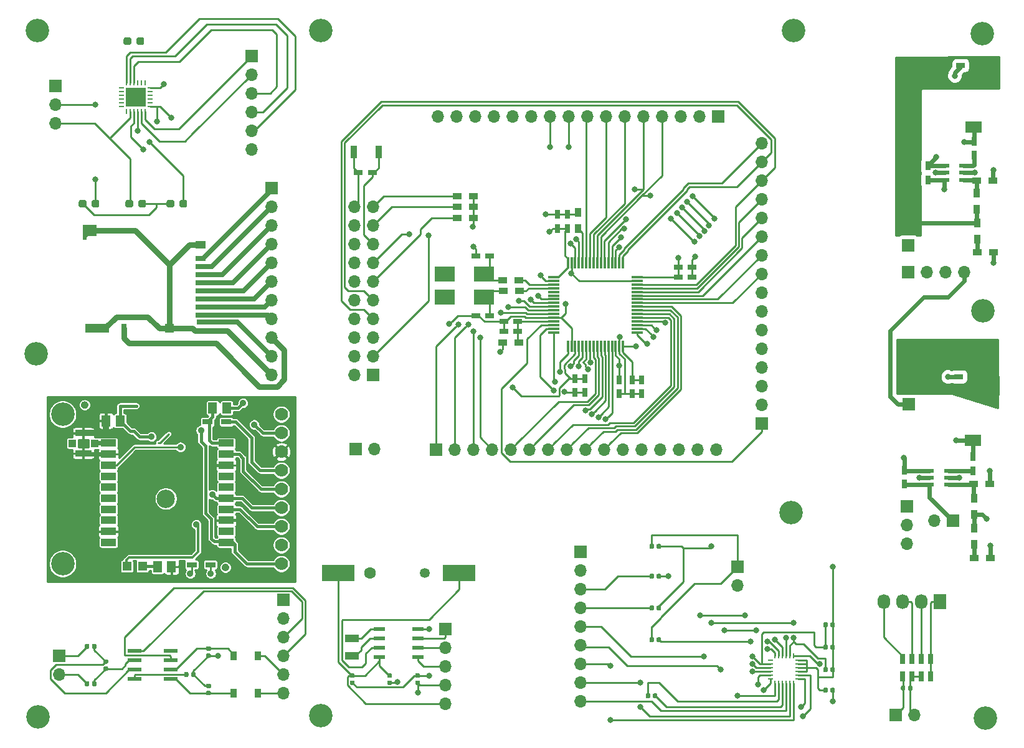
<source format=gbr>
G04 #@! TF.GenerationSoftware,KiCad,Pcbnew,5.0.1-33cea8e~68~ubuntu16.04.1*
G04 #@! TF.CreationDate,2018-10-26T03:49:13-07:00*
G04 #@! TF.ProjectId,integrated-board,696E74656772617465642D626F617264,rev?*
G04 #@! TF.SameCoordinates,Original*
G04 #@! TF.FileFunction,Copper,L1,Top,Signal*
G04 #@! TF.FilePolarity,Positive*
%FSLAX46Y46*%
G04 Gerber Fmt 4.6, Leading zero omitted, Abs format (unit mm)*
G04 Created by KiCad (PCBNEW 5.0.1-33cea8e~68~ubuntu16.04.1) date Fri 26 Oct 2018 03:49:13 AM PDT*
%MOMM*%
%LPD*%
G01*
G04 APERTURE LIST*
G04 #@! TA.AperFunction,ComponentPad*
%ADD10R,1.730000X2.030000*%
G04 #@! TD*
G04 #@! TA.AperFunction,ComponentPad*
%ADD11O,1.730000X2.030000*%
G04 #@! TD*
G04 #@! TA.AperFunction,ComponentPad*
%ADD12C,3.200000*%
G04 #@! TD*
G04 #@! TA.AperFunction,SMDPad,CuDef*
%ADD13R,1.400000X0.700000*%
G04 #@! TD*
G04 #@! TA.AperFunction,SMDPad,CuDef*
%ADD14R,1.900000X1.500000*%
G04 #@! TD*
G04 #@! TA.AperFunction,SMDPad,CuDef*
%ADD15R,1.400000X1.000000*%
G04 #@! TD*
G04 #@! TA.AperFunction,SMDPad,CuDef*
%ADD16R,1.200000X1.200000*%
G04 #@! TD*
G04 #@! TA.AperFunction,SMDPad,CuDef*
%ADD17R,3.200000X1.200000*%
G04 #@! TD*
G04 #@! TA.AperFunction,SMDPad,CuDef*
%ADD18R,1.200000X0.700000*%
G04 #@! TD*
G04 #@! TA.AperFunction,SMDPad,CuDef*
%ADD19R,0.500000X0.500000*%
G04 #@! TD*
G04 #@! TA.AperFunction,SMDPad,CuDef*
%ADD20R,0.800000X1.200000*%
G04 #@! TD*
G04 #@! TA.AperFunction,SMDPad,CuDef*
%ADD21C,0.200000*%
G04 #@! TD*
G04 #@! TA.AperFunction,Conductor*
%ADD22C,0.100000*%
G04 #@! TD*
G04 #@! TA.AperFunction,SMDPad,CuDef*
%ADD23R,1.500000X0.300000*%
G04 #@! TD*
G04 #@! TA.AperFunction,SMDPad,CuDef*
%ADD24R,0.300000X1.500000*%
G04 #@! TD*
G04 #@! TA.AperFunction,SMDPad,CuDef*
%ADD25R,1.200000X0.900000*%
G04 #@! TD*
G04 #@! TA.AperFunction,SMDPad,CuDef*
%ADD26R,1.200000X0.750000*%
G04 #@! TD*
G04 #@! TA.AperFunction,SMDPad,CuDef*
%ADD27R,0.750000X1.200000*%
G04 #@! TD*
G04 #@! TA.AperFunction,SMDPad,CuDef*
%ADD28R,0.900000X1.200000*%
G04 #@! TD*
G04 #@! TA.AperFunction,ComponentPad*
%ADD29R,1.700000X1.700000*%
G04 #@! TD*
G04 #@! TA.AperFunction,ComponentPad*
%ADD30O,1.700000X1.700000*%
G04 #@! TD*
G04 #@! TA.AperFunction,SMDPad,CuDef*
%ADD31R,0.900000X1.700000*%
G04 #@! TD*
G04 #@! TA.AperFunction,SMDPad,CuDef*
%ADD32R,2.700000X2.100000*%
G04 #@! TD*
G04 #@! TA.AperFunction,SMDPad,CuDef*
%ADD33R,2.200000X1.500000*%
G04 #@! TD*
G04 #@! TA.AperFunction,SMDPad,CuDef*
%ADD34R,1.270000X0.558800*%
G04 #@! TD*
G04 #@! TA.AperFunction,SMDPad,CuDef*
%ADD35R,0.650000X1.360000*%
G04 #@! TD*
G04 #@! TA.AperFunction,SMDPad,CuDef*
%ADD36C,0.590000*%
G04 #@! TD*
G04 #@! TA.AperFunction,SMDPad,CuDef*
%ADD37R,1.650000X0.610000*%
G04 #@! TD*
G04 #@! TA.AperFunction,SMDPad,CuDef*
%ADD38R,1.905000X1.092200*%
G04 #@! TD*
G04 #@! TA.AperFunction,WasherPad*
%ADD39C,1.350000*%
G04 #@! TD*
G04 #@! TA.AperFunction,WasherPad*
%ADD40C,1.600000*%
G04 #@! TD*
G04 #@! TA.AperFunction,SMDPad,CuDef*
%ADD41R,4.500000X2.300000*%
G04 #@! TD*
G04 #@! TA.AperFunction,SMDPad,CuDef*
%ADD42R,0.290000X0.700000*%
G04 #@! TD*
G04 #@! TA.AperFunction,SMDPad,CuDef*
%ADD43R,0.700000X0.290000*%
G04 #@! TD*
G04 #@! TA.AperFunction,SMDPad,CuDef*
%ADD44R,1.980000X0.530000*%
G04 #@! TD*
G04 #@! TA.AperFunction,WasherPad*
%ADD45C,2.500000*%
G04 #@! TD*
G04 #@! TA.AperFunction,SMDPad,CuDef*
%ADD46R,2.000000X1.000000*%
G04 #@! TD*
G04 #@! TA.AperFunction,SMDPad,CuDef*
%ADD47R,1.240000X1.500000*%
G04 #@! TD*
G04 #@! TA.AperFunction,SMDPad,CuDef*
%ADD48R,1.350000X0.800000*%
G04 #@! TD*
G04 #@! TA.AperFunction,SMDPad,CuDef*
%ADD49C,1.000000*%
G04 #@! TD*
G04 #@! TA.AperFunction,SMDPad,CuDef*
%ADD50R,1.050000X1.000000*%
G04 #@! TD*
G04 #@! TA.AperFunction,SMDPad,CuDef*
%ADD51R,2.200000X0.850000*%
G04 #@! TD*
G04 #@! TA.AperFunction,ComponentPad*
%ADD52C,1.778000*%
G04 #@! TD*
G04 #@! TA.AperFunction,SMDPad,CuDef*
%ADD53C,0.950000*%
G04 #@! TD*
G04 #@! TA.AperFunction,SMDPad,CuDef*
%ADD54R,0.790000X0.260000*%
G04 #@! TD*
G04 #@! TA.AperFunction,SMDPad,CuDef*
%ADD55R,0.260000X0.790000*%
G04 #@! TD*
G04 #@! TA.AperFunction,SMDPad,CuDef*
%ADD56R,2.700000X2.600000*%
G04 #@! TD*
G04 #@! TA.AperFunction,ViaPad*
%ADD57C,0.800000*%
G04 #@! TD*
G04 #@! TA.AperFunction,ViaPad*
%ADD58C,0.906400*%
G04 #@! TD*
G04 #@! TA.AperFunction,Conductor*
%ADD59C,0.250000*%
G04 #@! TD*
G04 #@! TA.AperFunction,Conductor*
%ADD60C,0.406400*%
G04 #@! TD*
G04 #@! TA.AperFunction,Conductor*
%ADD61C,0.609600*%
G04 #@! TD*
G04 #@! TA.AperFunction,Conductor*
%ADD62C,0.812800*%
G04 #@! TD*
G04 #@! TA.AperFunction,Conductor*
%ADD63C,0.650000*%
G04 #@! TD*
G04 #@! TA.AperFunction,Conductor*
%ADD64C,0.750000*%
G04 #@! TD*
G04 #@! TA.AperFunction,Conductor*
%ADD65C,0.600000*%
G04 #@! TD*
G04 #@! TA.AperFunction,Conductor*
%ADD66C,0.254000*%
G04 #@! TD*
G04 #@! TA.AperFunction,Conductor*
%ADD67C,0.304800*%
G04 #@! TD*
G04 APERTURE END LIST*
D10*
G04 #@! TO.P,,1*
G04 #@! TO.N,/CSB*
X197904203Y-114173068D03*
D11*
G04 #@! TO.P,,2*
G04 #@! TO.N,/SDO*
X195364203Y-114173068D03*
G04 #@! TO.P,,3*
G04 #@! TO.N,/SDI*
X192824203Y-114173068D03*
G04 #@! TO.P,,4*
G04 #@! TO.N,/SCLK*
X190284203Y-114173068D03*
G04 #@! TD*
D12*
G04 #@! TO.P,U$8,P$1*
G04 #@! TO.N,N/C*
X75300000Y-129875000D03*
G04 #@! TD*
G04 #@! TO.P,U$8,P$1*
G04 #@! TO.N,N/C*
X75075000Y-80525000D03*
G04 #@! TD*
G04 #@! TO.P,U$8,P$1*
G04 #@! TO.N,N/C*
X178050000Y-36600000D03*
G04 #@! TD*
G04 #@! TO.P,U$8,P$1*
G04 #@! TO.N,N/C*
X113750000Y-36600000D03*
G04 #@! TD*
G04 #@! TO.P,U$8,P$1*
G04 #@! TO.N,N/C*
X113775000Y-129725000D03*
G04 #@! TD*
G04 #@! TO.P,U$8,P$1*
G04 #@! TO.N,N/C*
X203775000Y-74675000D03*
G04 #@! TD*
G04 #@! TO.P,U$9,P$1*
G04 #@! TO.N,N/C*
X177675000Y-102125000D03*
G04 #@! TD*
G04 #@! TO.P,U$9,P$1*
G04 #@! TO.N,N/C*
X75200000Y-36600000D03*
G04 #@! TD*
G04 #@! TO.P,U$9,P$1*
G04 #@! TO.N,N/C*
X203675000Y-36975000D03*
G04 #@! TD*
G04 #@! TO.P,U$8,P$1*
G04 #@! TO.N,N/C*
X204100000Y-130075000D03*
G04 #@! TD*
D13*
G04 #@! TO.P,J2,1*
G04 #@! TO.N,Net-(J2-Pad1)*
X97380440Y-67566760D03*
D14*
G04 #@! TO.P,J2,11*
G04 #@! TO.N,Net-(J2-Pad11)*
X82380440Y-63766760D03*
D15*
X97380440Y-65666760D03*
D16*
X93180440Y-77066760D03*
D17*
X83380440Y-77066760D03*
D18*
G04 #@! TO.P,J2,9*
G04 #@! TO.N,Net-(J2-Pad9)*
X97480440Y-76216760D03*
D13*
G04 #@! TO.P,J2,2*
G04 #@! TO.N,Net-(J2-Pad2)*
X97380440Y-68666760D03*
G04 #@! TO.P,J2,3*
G04 #@! TO.N,Net-(J2-Pad3)*
X97380440Y-69766760D03*
G04 #@! TO.P,J2,4*
G04 #@! TO.N,Net-(J2-Pad4)*
X97380440Y-70866760D03*
G04 #@! TO.P,J2,5*
G04 #@! TO.N,Net-(J2-Pad5)*
X97380440Y-71966760D03*
G04 #@! TO.P,J2,6*
G04 #@! TO.N,Net-(J2-Pad6)*
X97380440Y-73066760D03*
G04 #@! TO.P,J2,7*
G04 #@! TO.N,Net-(J2-Pad7)*
X97380440Y-74166760D03*
G04 #@! TO.P,J2,8*
G04 #@! TO.N,Net-(J2-Pad8)*
X97380440Y-75266760D03*
D19*
G04 #@! TO.P,J2,11*
G04 #@! TO.N,Net-(J2-Pad11)*
X81680440Y-64766760D03*
D20*
G04 #@! TO.P,J2,10*
G04 #@! TO.N,Net-(J2-Pad10)*
X86980440Y-77066760D03*
D21*
G04 #@! TO.P,J2,11*
G04 #@! TO.N,Net-(J2-Pad11)*
X81930440Y-64516760D03*
D22*
G04 #@! TD*
G04 #@! TO.N,Net-(J2-Pad11)*
G04 #@! TO.C,J2*
G36*
X81789019Y-64516760D02*
X81930440Y-64375339D01*
X82071861Y-64516760D01*
X81930440Y-64658181D01*
X81789019Y-64516760D01*
X81789019Y-64516760D01*
G37*
D23*
G04 #@! TO.P,U1,1*
G04 #@! TO.N,+3V3*
X145426980Y-70092880D03*
G04 #@! TO.P,U1,2*
G04 #@! TO.N,PC13*
X145426980Y-70592880D03*
G04 #@! TO.P,U1,3*
G04 #@! TO.N,Net-(0k1-Pad1)*
X145426980Y-71092880D03*
G04 #@! TO.P,U1,4*
G04 #@! TO.N,Net-(0k2-Pad1)*
X145426980Y-71592880D03*
G04 #@! TO.P,U1,5*
G04 #@! TO.N,Net-(U1-Pad5)*
X145426980Y-72092880D03*
G04 #@! TO.P,U1,6*
G04 #@! TO.N,Net-(U1-Pad6)*
X145426980Y-72592880D03*
G04 #@! TO.P,U1,7*
G04 #@! TO.N,RST*
X145426980Y-73092880D03*
G04 #@! TO.P,U1,8*
G04 #@! TO.N,PC0*
X145426980Y-73592880D03*
G04 #@! TO.P,U1,9*
G04 #@! TO.N,PC1*
X145426980Y-74092880D03*
G04 #@! TO.P,U1,10*
G04 #@! TO.N,PC2*
X145426980Y-74592880D03*
G04 #@! TO.P,U1,11*
G04 #@! TO.N,PC3*
X145426980Y-75092880D03*
G04 #@! TO.P,U1,12*
G04 #@! TO.N,GND*
X145426980Y-75592880D03*
G04 #@! TO.P,U1,13*
G04 #@! TO.N,+3.3VA*
X145426980Y-76092880D03*
G04 #@! TO.P,U1,14*
G04 #@! TO.N,PA0*
X145426980Y-76592880D03*
G04 #@! TO.P,U1,15*
G04 #@! TO.N,PA1*
X145426980Y-77092880D03*
G04 #@! TO.P,U1,16*
G04 #@! TO.N,PA2*
X145426980Y-77592880D03*
D24*
G04 #@! TO.P,U1,17*
G04 #@! TO.N,PA3*
X147346980Y-79512880D03*
G04 #@! TO.P,U1,18*
G04 #@! TO.N,GND*
X147846980Y-79512880D03*
G04 #@! TO.P,U1,19*
G04 #@! TO.N,+3V3*
X148346980Y-79512880D03*
G04 #@! TO.P,U1,20*
G04 #@! TO.N,PA4*
X148846980Y-79512880D03*
G04 #@! TO.P,U1,21*
G04 #@! TO.N,PA5*
X149346980Y-79512880D03*
G04 #@! TO.P,U1,22*
G04 #@! TO.N,PA6*
X149846980Y-79512880D03*
G04 #@! TO.P,U1,23*
G04 #@! TO.N,PA7*
X150346980Y-79512880D03*
G04 #@! TO.P,U1,24*
G04 #@! TO.N,PC4*
X150846980Y-79512880D03*
G04 #@! TO.P,U1,25*
G04 #@! TO.N,PC5*
X151346980Y-79512880D03*
G04 #@! TO.P,U1,26*
G04 #@! TO.N,PB0*
X151846980Y-79512880D03*
G04 #@! TO.P,U1,27*
G04 #@! TO.N,PB1*
X152346980Y-79512880D03*
G04 #@! TO.P,U1,28*
G04 #@! TO.N,PB2*
X152846980Y-79512880D03*
G04 #@! TO.P,U1,29*
G04 #@! TO.N,PB10*
X153346980Y-79512880D03*
G04 #@! TO.P,U1,30*
G04 #@! TO.N,PB11*
X153846980Y-79512880D03*
G04 #@! TO.P,U1,31*
G04 #@! TO.N,GND*
X154346980Y-79512880D03*
G04 #@! TO.P,U1,32*
G04 #@! TO.N,+3V3*
X154846980Y-79512880D03*
D23*
G04 #@! TO.P,U1,33*
G04 #@! TO.N,PB12*
X156766980Y-77592880D03*
G04 #@! TO.P,U1,34*
G04 #@! TO.N,PB13*
X156766980Y-77092880D03*
G04 #@! TO.P,U1,35*
G04 #@! TO.N,PB14*
X156766980Y-76592880D03*
G04 #@! TO.P,U1,36*
G04 #@! TO.N,PB15*
X156766980Y-76092880D03*
G04 #@! TO.P,U1,37*
G04 #@! TO.N,PC6*
X156766980Y-75592880D03*
G04 #@! TO.P,U1,38*
G04 #@! TO.N,PC7*
X156766980Y-75092880D03*
G04 #@! TO.P,U1,39*
G04 #@! TO.N,PC8*
X156766980Y-74592880D03*
G04 #@! TO.P,U1,40*
G04 #@! TO.N,PC9*
X156766980Y-74092880D03*
G04 #@! TO.P,U1,41*
G04 #@! TO.N,PA8*
X156766980Y-73592880D03*
G04 #@! TO.P,U1,42*
G04 #@! TO.N,PA9*
X156766980Y-73092880D03*
G04 #@! TO.P,U1,43*
G04 #@! TO.N,PA10*
X156766980Y-72592880D03*
G04 #@! TO.P,U1,44*
G04 #@! TO.N,PA11*
X156766980Y-72092880D03*
G04 #@! TO.P,U1,45*
G04 #@! TO.N,PA12*
X156766980Y-71592880D03*
G04 #@! TO.P,U1,46*
G04 #@! TO.N,PA13*
X156766980Y-71092880D03*
G04 #@! TO.P,U1,47*
G04 #@! TO.N,GND*
X156766980Y-70592880D03*
G04 #@! TO.P,U1,48*
G04 #@! TO.N,+3V3*
X156766980Y-70092880D03*
D24*
G04 #@! TO.P,U1,49*
G04 #@! TO.N,PA14*
X154846980Y-68172880D03*
G04 #@! TO.P,U1,50*
G04 #@! TO.N,PA15*
X154346980Y-68172880D03*
G04 #@! TO.P,U1,51*
G04 #@! TO.N,PC10*
X153846980Y-68172880D03*
G04 #@! TO.P,U1,52*
G04 #@! TO.N,PC11*
X153346980Y-68172880D03*
G04 #@! TO.P,U1,53*
G04 #@! TO.N,PC12*
X152846980Y-68172880D03*
G04 #@! TO.P,U1,54*
G04 #@! TO.N,PD2*
X152346980Y-68172880D03*
G04 #@! TO.P,U1,55*
G04 #@! TO.N,PB3*
X151846980Y-68172880D03*
G04 #@! TO.P,U1,56*
G04 #@! TO.N,PB4*
X151346980Y-68172880D03*
G04 #@! TO.P,U1,57*
G04 #@! TO.N,PB5*
X150846980Y-68172880D03*
G04 #@! TO.P,U1,58*
G04 #@! TO.N,PB6*
X150346980Y-68172880D03*
G04 #@! TO.P,U1,59*
G04 #@! TO.N,PB7*
X149846980Y-68172880D03*
G04 #@! TO.P,U1,60*
G04 #@! TO.N,Net-(10k4-Pad1)*
X149346980Y-68172880D03*
G04 #@! TO.P,U1,61*
G04 #@! TO.N,PB8*
X148846980Y-68172880D03*
G04 #@! TO.P,U1,62*
G04 #@! TO.N,PB9*
X148346980Y-68172880D03*
G04 #@! TO.P,U1,63*
G04 #@! TO.N,GND*
X147846980Y-68172880D03*
G04 #@! TO.P,U1,64*
G04 #@! TO.N,+3V3*
X147346980Y-68172880D03*
G04 #@! TD*
D25*
G04 #@! TO.P,0k1,1*
G04 #@! TO.N,Net-(0k1-Pad1)*
X140723800Y-70525640D03*
G04 #@! TO.P,0k1,2*
G04 #@! TO.N,Net-(0k1-Pad2)*
X138523800Y-70525640D03*
G04 #@! TD*
G04 #@! TO.P,0k2,1*
G04 #@! TO.N,Net-(0k2-Pad1)*
X140733960Y-71953120D03*
G04 #@! TO.P,0k2,2*
G04 #@! TO.N,Net-(0k2-Pad2)*
X138533960Y-71953120D03*
G04 #@! TD*
D26*
G04 #@! TO.P,1uF1,1*
G04 #@! TO.N,GND*
X138648400Y-77459840D03*
G04 #@! TO.P,1uF1,2*
G04 #@! TO.N,+3.3VA*
X140548400Y-77459840D03*
G04 #@! TD*
D27*
G04 #@! TO.P,1uF2,1*
G04 #@! TO.N,GND*
X147304760Y-61549240D03*
G04 #@! TO.P,1uF2,2*
G04 #@! TO.N,+3V3*
X147304760Y-63449240D03*
G04 #@! TD*
G04 #@! TO.P,1uF3,1*
G04 #@! TO.N,GND*
X148336000Y-85770800D03*
G04 #@! TO.P,1uF3,2*
G04 #@! TO.N,+3V3*
X148336000Y-83870800D03*
G04 #@! TD*
G04 #@! TO.P,1uF4,1*
G04 #@! TO.N,GND*
X156077920Y-85953640D03*
G04 #@! TO.P,1uF4,2*
G04 #@! TO.N,+3V3*
X156077920Y-84053640D03*
G04 #@! TD*
D26*
G04 #@! TO.P,1uF5,1*
G04 #@! TO.N,GND*
X164256760Y-68717160D03*
G04 #@! TO.P,1uF5,2*
G04 #@! TO.N,+3V3*
X162356760Y-68717160D03*
G04 #@! TD*
D27*
G04 #@! TO.P,4.7uF1,1*
G04 #@! TO.N,GND*
X154340560Y-85958760D03*
G04 #@! TO.P,4.7uF1,2*
G04 #@! TO.N,PB11*
X154340560Y-84058760D03*
G04 #@! TD*
D25*
G04 #@! TO.P,10k1,1*
G04 #@! TO.N,GND*
X134485560Y-62016640D03*
G04 #@! TO.P,10k1,2*
G04 #@! TO.N,Net-(10k1-Pad2)*
X132285560Y-62016640D03*
G04 #@! TD*
G04 #@! TO.P,10k2,1*
G04 #@! TO.N,GND*
X134485560Y-59115960D03*
G04 #@! TO.P,10k2,2*
G04 #@! TO.N,Net-(10k2-Pad2)*
X132285560Y-59115960D03*
G04 #@! TD*
G04 #@! TO.P,10k3,1*
G04 #@! TO.N,GND*
X134485560Y-60558680D03*
G04 #@! TO.P,10k3,2*
G04 #@! TO.N,Net-(10k3-Pad2)*
X132285560Y-60558680D03*
G04 #@! TD*
D28*
G04 #@! TO.P,10k4,1*
G04 #@! TO.N,Net-(10k4-Pad1)*
X148722080Y-63449200D03*
G04 #@! TO.P,10k4,2*
G04 #@! TO.N,GND*
X148722080Y-61249200D03*
G04 #@! TD*
D26*
G04 #@! TO.P,10nF1,1*
G04 #@! TO.N,GND*
X138650940Y-76116180D03*
G04 #@! TO.P,10nF1,2*
G04 #@! TO.N,+3.3VA*
X140550940Y-76116180D03*
G04 #@! TD*
D25*
G04 #@! TO.P,22uH1,1*
G04 #@! TO.N,+3.3VA*
X140718720Y-78958440D03*
G04 #@! TO.P,22uH1,2*
G04 #@! TO.N,+3V3*
X138518720Y-78958440D03*
G04 #@! TD*
D26*
G04 #@! TO.P,100nF1,1*
G04 #@! TO.N,RST*
X120777000Y-55864760D03*
G04 #@! TO.P,100nF1,2*
G04 #@! TO.N,GND*
X118877000Y-55864760D03*
G04 #@! TD*
D27*
G04 #@! TO.P,100nF2,1*
G04 #@! TO.N,GND*
X145948400Y-61549240D03*
G04 #@! TO.P,100nF2,2*
G04 #@! TO.N,+3V3*
X145948400Y-63449240D03*
G04 #@! TD*
G04 #@! TO.P,100nF3,1*
G04 #@! TO.N,GND*
X149687280Y-85770800D03*
G04 #@! TO.P,100nF3,2*
G04 #@! TO.N,+3V3*
X149687280Y-83870800D03*
G04 #@! TD*
G04 #@! TO.P,100nF4,1*
G04 #@! TO.N,GND*
X157403800Y-85953600D03*
G04 #@! TO.P,100nF4,2*
G04 #@! TO.N,+3V3*
X157403800Y-84053600D03*
G04 #@! TD*
D26*
G04 #@! TO.P,100nF5,1*
G04 #@! TO.N,GND*
X164251680Y-70078600D03*
G04 #@! TO.P,100nF5,2*
G04 #@! TO.N,+3V3*
X162351680Y-70078600D03*
G04 #@! TD*
G04 #@! TO.P,C1,1*
G04 #@! TO.N,Net-(0k1-Pad2)*
X136713000Y-67238880D03*
G04 #@! TO.P,C1,2*
G04 #@! TO.N,GND*
X134813000Y-67238880D03*
G04 #@! TD*
G04 #@! TO.P,C2,1*
G04 #@! TO.N,Net-(0k2-Pad2)*
X136707920Y-75311000D03*
G04 #@! TO.P,C2,2*
G04 #@! TO.N,GND*
X134807920Y-75311000D03*
G04 #@! TD*
D29*
G04 #@! TO.P,J1,1*
G04 #@! TO.N,+3V3*
X120904000Y-83362800D03*
D30*
G04 #@! TO.P,J1,2*
X118364000Y-83362800D03*
G04 #@! TO.P,J1,3*
G04 #@! TO.N,PB4*
X120904000Y-80822800D03*
G04 #@! TO.P,J1,4*
G04 #@! TO.N,GND*
X118364000Y-80822800D03*
G04 #@! TO.P,J1,5*
G04 #@! TO.N,PA15*
X120904000Y-78282800D03*
G04 #@! TO.P,J1,6*
G04 #@! TO.N,GND*
X118364000Y-78282800D03*
G04 #@! TO.P,J1,7*
G04 #@! TO.N,PA13*
X120904000Y-75742800D03*
G04 #@! TO.P,J1,8*
G04 #@! TO.N,GND*
X118364000Y-75742800D03*
G04 #@! TO.P,J1,9*
G04 #@! TO.N,PA14*
X120904000Y-73202800D03*
G04 #@! TO.P,J1,10*
G04 #@! TO.N,GND*
X118364000Y-73202800D03*
G04 #@! TO.P,J1,11*
G04 #@! TO.N,Net-(10k1-Pad2)*
X120904000Y-70662800D03*
G04 #@! TO.P,J1,12*
G04 #@! TO.N,GND*
X118364000Y-70662800D03*
G04 #@! TO.P,J1,13*
G04 #@! TO.N,PB3*
X120904000Y-68122800D03*
G04 #@! TO.P,J1,14*
G04 #@! TO.N,GND*
X118364000Y-68122800D03*
G04 #@! TO.P,J1,15*
G04 #@! TO.N,RST*
X120904000Y-65582800D03*
G04 #@! TO.P,J1,16*
G04 #@! TO.N,GND*
X118364000Y-65582800D03*
G04 #@! TO.P,J1,17*
G04 #@! TO.N,Net-(10k3-Pad2)*
X120904000Y-63042800D03*
G04 #@! TO.P,J1,18*
G04 #@! TO.N,GND*
X118364000Y-63042800D03*
G04 #@! TO.P,J1,19*
G04 #@! TO.N,Net-(10k2-Pad2)*
X120904000Y-60502800D03*
G04 #@! TO.P,J1,20*
G04 #@! TO.N,GND*
X118364000Y-60502800D03*
G04 #@! TD*
D29*
G04 #@! TO.P,J3,1*
G04 #@! TO.N,PA0*
X173730920Y-89951560D03*
D30*
G04 #@! TO.P,J3,2*
G04 #@! TO.N,PA1*
X173730920Y-87411560D03*
G04 #@! TO.P,J3,3*
G04 #@! TO.N,PA2*
X173730920Y-84871560D03*
G04 #@! TO.P,J3,4*
G04 #@! TO.N,PA3*
X173730920Y-82331560D03*
G04 #@! TO.P,J3,5*
G04 #@! TO.N,PA4*
X173730920Y-79791560D03*
G04 #@! TO.P,J3,6*
G04 #@! TO.N,PA5*
X173730920Y-77251560D03*
G04 #@! TO.P,J3,7*
G04 #@! TO.N,PA6*
X173730920Y-74711560D03*
G04 #@! TO.P,J3,8*
G04 #@! TO.N,PA7*
X173730920Y-72171560D03*
G04 #@! TO.P,J3,9*
G04 #@! TO.N,PA8*
X173730920Y-69631560D03*
G04 #@! TO.P,J3,10*
G04 #@! TO.N,PA9*
X173730920Y-67091560D03*
G04 #@! TO.P,J3,11*
G04 #@! TO.N,PA10*
X173730920Y-64551560D03*
G04 #@! TO.P,J3,12*
G04 #@! TO.N,PA11*
X173730920Y-62011560D03*
G04 #@! TO.P,J3,13*
G04 #@! TO.N,PA12*
X173730920Y-59471560D03*
G04 #@! TO.P,J3,14*
G04 #@! TO.N,PA13*
X173730920Y-56931560D03*
G04 #@! TO.P,J3,15*
G04 #@! TO.N,PA14*
X173730920Y-54391560D03*
G04 #@! TO.P,J3,16*
G04 #@! TO.N,PA15*
X173730920Y-51851560D03*
G04 #@! TD*
D29*
G04 #@! TO.P,J4,1*
G04 #@! TO.N,PB0*
X167746680Y-48280320D03*
D30*
G04 #@! TO.P,J4,2*
G04 #@! TO.N,PB1*
X165206680Y-48280320D03*
G04 #@! TO.P,J4,3*
G04 #@! TO.N,PB2*
X162666680Y-48280320D03*
G04 #@! TO.P,J4,4*
G04 #@! TO.N,PB3*
X160126680Y-48280320D03*
G04 #@! TO.P,J4,5*
G04 #@! TO.N,PB4*
X157586680Y-48280320D03*
G04 #@! TO.P,J4,6*
G04 #@! TO.N,PB5*
X155046680Y-48280320D03*
G04 #@! TO.P,J4,7*
G04 #@! TO.N,PB6*
X152506680Y-48280320D03*
G04 #@! TO.P,J4,8*
G04 #@! TO.N,PB7*
X149966680Y-48280320D03*
G04 #@! TO.P,J4,9*
G04 #@! TO.N,PB8*
X147426680Y-48280320D03*
G04 #@! TO.P,J4,10*
G04 #@! TO.N,PB9*
X144886680Y-48280320D03*
G04 #@! TO.P,J4,11*
G04 #@! TO.N,PB10*
X142346680Y-48280320D03*
G04 #@! TO.P,J4,12*
G04 #@! TO.N,PB11*
X139806680Y-48280320D03*
G04 #@! TO.P,J4,13*
G04 #@! TO.N,PB12*
X137266680Y-48280320D03*
G04 #@! TO.P,J4,14*
G04 #@! TO.N,PB13*
X134726680Y-48280320D03*
G04 #@! TO.P,J4,15*
G04 #@! TO.N,PB14*
X132186680Y-48280320D03*
G04 #@! TO.P,J4,16*
G04 #@! TO.N,PB15*
X129646680Y-48280320D03*
G04 #@! TD*
D29*
G04 #@! TO.P,J5,1*
G04 #@! TO.N,PC0*
X129453640Y-93502480D03*
D30*
G04 #@! TO.P,J5,2*
G04 #@! TO.N,PC1*
X131993640Y-93502480D03*
G04 #@! TO.P,J5,3*
G04 #@! TO.N,PC2*
X134533640Y-93502480D03*
G04 #@! TO.P,J5,4*
G04 #@! TO.N,PC3*
X137073640Y-93502480D03*
G04 #@! TO.P,J5,5*
G04 #@! TO.N,PC4*
X139613640Y-93502480D03*
G04 #@! TO.P,J5,6*
G04 #@! TO.N,PC5*
X142153640Y-93502480D03*
G04 #@! TO.P,J5,7*
G04 #@! TO.N,PC6*
X144693640Y-93502480D03*
G04 #@! TO.P,J5,8*
G04 #@! TO.N,PC7*
X147233640Y-93502480D03*
G04 #@! TO.P,J5,9*
G04 #@! TO.N,PC8*
X149773640Y-93502480D03*
G04 #@! TO.P,J5,10*
G04 #@! TO.N,PC9*
X152313640Y-93502480D03*
G04 #@! TO.P,J5,11*
G04 #@! TO.N,PC10*
X154853640Y-93502480D03*
G04 #@! TO.P,J5,12*
G04 #@! TO.N,PC11*
X157393640Y-93502480D03*
G04 #@! TO.P,J5,13*
G04 #@! TO.N,PC12*
X159933640Y-93502480D03*
G04 #@! TO.P,J5,14*
G04 #@! TO.N,PC13*
X162473640Y-93502480D03*
G04 #@! TO.P,J5,15*
G04 #@! TO.N,Net-(J5-Pad15)*
X165013640Y-93502480D03*
G04 #@! TO.P,J5,16*
G04 #@! TO.N,PD2*
X167553640Y-93502480D03*
G04 #@! TD*
D29*
G04 #@! TO.P,J6,1*
G04 #@! TO.N,GND*
X118465600Y-93487240D03*
D30*
G04 #@! TO.P,J6,2*
G04 #@! TO.N,+3V3*
X121005600Y-93487240D03*
G04 #@! TD*
D29*
G04 #@! TO.P,J9,1*
G04 #@! TO.N,Net-(J2-Pad1)*
X107071480Y-57969400D03*
D30*
G04 #@! TO.P,J9,2*
G04 #@! TO.N,Net-(J2-Pad2)*
X107071480Y-60509400D03*
G04 #@! TO.P,J9,3*
G04 #@! TO.N,Net-(J2-Pad3)*
X107071480Y-63049400D03*
G04 #@! TO.P,J9,4*
G04 #@! TO.N,Net-(J2-Pad4)*
X107071480Y-65589400D03*
G04 #@! TO.P,J9,5*
G04 #@! TO.N,Net-(J2-Pad5)*
X107071480Y-68129400D03*
G04 #@! TO.P,J9,6*
G04 #@! TO.N,Net-(J2-Pad6)*
X107071480Y-70669400D03*
G04 #@! TO.P,J9,7*
G04 #@! TO.N,Net-(J2-Pad7)*
X107071480Y-73209400D03*
G04 #@! TO.P,J9,8*
G04 #@! TO.N,Net-(J2-Pad8)*
X107071480Y-75749400D03*
G04 #@! TO.P,J9,9*
G04 #@! TO.N,Net-(J2-Pad10)*
X107071480Y-78289400D03*
G04 #@! TO.P,J9,10*
G04 #@! TO.N,Net-(J2-Pad9)*
X107071480Y-80829400D03*
G04 #@! TO.P,J9,11*
G04 #@! TO.N,Net-(J2-Pad11)*
X107071480Y-83369400D03*
G04 #@! TD*
D31*
G04 #@! TO.P,SW1,1*
G04 #@! TO.N,GND*
X118248960Y-53030120D03*
G04 #@! TO.P,SW1,2*
G04 #@! TO.N,RST*
X121648960Y-53030120D03*
G04 #@! TD*
D32*
G04 #@! TO.P,Y1,1*
G04 #@! TO.N,Net-(0k1-Pad2)*
X135944120Y-69686840D03*
G04 #@! TO.P,Y1,2*
G04 #@! TO.N,Net-(Y1-Pad2)*
X130644120Y-69686840D03*
G04 #@! TO.P,Y1,3*
G04 #@! TO.N,Net-(Y1-Pad3)*
X130644120Y-72786840D03*
G04 #@! TO.P,Y1,4*
G04 #@! TO.N,Net-(0k2-Pad2)*
X135944120Y-72786840D03*
G04 #@! TD*
D27*
G04 #@! TO.P,C16,1*
G04 #@! TO.N,Net-(C16-Pad1)*
X196275000Y-56875000D03*
G04 #@! TO.P,C16,2*
G04 #@! TO.N,Net-(C16-Pad2)*
X196275000Y-54975000D03*
G04 #@! TD*
G04 #@! TO.P,C17,1*
G04 #@! TO.N,Net-(C17-Pad1)*
X202550000Y-51625000D03*
G04 #@! TO.P,C17,2*
G04 #@! TO.N,Net-(C17-Pad2)*
X202550000Y-53525000D03*
G04 #@! TD*
D26*
G04 #@! TO.P,C18,1*
G04 #@! TO.N,Net-(C18-Pad1)*
X202625000Y-41300000D03*
G04 #@! TO.P,C18,2*
G04 #@! TO.N,Net-(C16-Pad2)*
X200725000Y-41300000D03*
G04 #@! TD*
D27*
G04 #@! TO.P,C19,1*
G04 #@! TO.N,Net-(C16-Pad1)*
X193059080Y-98197980D03*
G04 #@! TO.P,C19,2*
G04 #@! TO.N,Net-(C16-Pad2)*
X193059080Y-96297980D03*
G04 #@! TD*
G04 #@! TO.P,C20,1*
G04 #@! TO.N,Net-(C20-Pad1)*
X202396120Y-94492080D03*
G04 #@! TO.P,C20,2*
G04 #@! TO.N,Net-(C20-Pad2)*
X202396120Y-96392080D03*
G04 #@! TD*
D26*
G04 #@! TO.P,C21,1*
G04 #@! TO.N,Net-(C21-Pad1)*
X202365720Y-83603100D03*
G04 #@! TO.P,C21,2*
G04 #@! TO.N,Net-(C16-Pad2)*
X200465720Y-83603100D03*
G04 #@! TD*
D29*
G04 #@! TO.P,J10,1*
G04 #@! TO.N,Net-(C16-Pad2)*
X193722020Y-87402940D03*
D30*
G04 #@! TO.P,J10,2*
G04 #@! TO.N,Net-(C21-Pad1)*
X193722020Y-84862940D03*
G04 #@! TD*
D33*
G04 #@! TO.P,L2,1*
G04 #@! TO.N,Net-(C18-Pad1)*
X202523400Y-43274600D03*
G04 #@! TO.P,L2,2*
G04 #@! TO.N,Net-(C17-Pad1)*
X202523400Y-49674600D03*
G04 #@! TD*
G04 #@! TO.P,L3,1*
G04 #@! TO.N,Net-(C21-Pad1)*
X202383420Y-85831080D03*
G04 #@! TO.P,L3,2*
G04 #@! TO.N,Net-(C20-Pad1)*
X202383420Y-92231080D03*
G04 #@! TD*
D25*
G04 #@! TO.P,R5,1*
G04 #@! TO.N,Net-(C16-Pad2)*
X205150000Y-57000000D03*
G04 #@! TO.P,R5,2*
G04 #@! TO.N,Net-(R5-Pad2)*
X202950000Y-57000000D03*
G04 #@! TD*
D28*
G04 #@! TO.P,R6,1*
G04 #@! TO.N,Net-(R5-Pad2)*
X202952260Y-58647680D03*
G04 #@! TO.P,R6,2*
G04 #@! TO.N,Net-(C18-Pad1)*
X202952260Y-60847680D03*
G04 #@! TD*
D25*
G04 #@! TO.P,R7,1*
G04 #@! TO.N,Net-(C16-Pad2)*
X204727840Y-98213180D03*
G04 #@! TO.P,R7,2*
G04 #@! TO.N,Net-(R7-Pad2)*
X202527840Y-98213180D03*
G04 #@! TD*
D28*
G04 #@! TO.P,R8,1*
G04 #@! TO.N,Net-(R7-Pad2)*
X202558680Y-100140860D03*
G04 #@! TO.P,R8,2*
G04 #@! TO.N,Net-(C21-Pad1)*
X202558680Y-102340860D03*
G04 #@! TD*
D34*
G04 #@! TO.P,U3,1*
G04 #@! TO.N,Net-(C16-Pad2)*
X196500780Y-96404700D03*
G04 #@! TO.P,U3,2*
G04 #@! TO.N,Net-(C20-Pad1)*
X196500780Y-97344500D03*
G04 #@! TO.P,U3,3*
G04 #@! TO.N,Net-(C16-Pad1)*
X196500780Y-98284300D03*
G04 #@! TO.P,U3,4*
G04 #@! TO.N,Net-(R7-Pad2)*
X199091580Y-98284300D03*
G04 #@! TO.P,U3,5*
G04 #@! TO.N,Net-(C16-Pad1)*
X199091580Y-97344500D03*
G04 #@! TO.P,U3,6*
G04 #@! TO.N,Net-(C20-Pad2)*
X199091580Y-96404700D03*
G04 #@! TD*
D29*
G04 #@! TO.P,J7,1*
G04 #@! TO.N,Net-(C16-Pad1)*
X199663080Y-103216980D03*
D30*
G04 #@! TO.P,J7,2*
G04 #@! TO.N,Net-(C16-Pad2)*
X197123080Y-103216980D03*
G04 #@! TD*
D29*
G04 #@! TO.P,J8,1*
G04 #@! TO.N,Net-(C16-Pad2)*
X193600000Y-65750000D03*
D30*
G04 #@! TO.P,J8,2*
G04 #@! TO.N,Net-(C18-Pad1)*
X193600000Y-63210000D03*
G04 #@! TD*
D34*
G04 #@! TO.P,U2,1*
G04 #@! TO.N,Net-(C16-Pad2)*
X198579600Y-54960200D03*
G04 #@! TO.P,U2,2*
G04 #@! TO.N,Net-(C17-Pad1)*
X198579600Y-55900000D03*
G04 #@! TO.P,U2,3*
G04 #@! TO.N,Net-(C16-Pad1)*
X198579600Y-56839800D03*
G04 #@! TO.P,U2,4*
G04 #@! TO.N,Net-(R5-Pad2)*
X201170400Y-56839800D03*
G04 #@! TO.P,U2,5*
G04 #@! TO.N,Net-(C16-Pad1)*
X201170400Y-55900000D03*
G04 #@! TO.P,U2,6*
G04 #@! TO.N,Net-(C17-Pad2)*
X201170400Y-54960200D03*
G04 #@! TD*
D28*
G04 #@! TO.P,D4,1*
G04 #@! TO.N,Net-(D4-Pad1)*
X202563760Y-106425180D03*
G04 #@! TO.P,D4,2*
G04 #@! TO.N,Net-(C21-Pad1)*
X202563760Y-104225180D03*
G04 #@! TD*
G04 #@! TO.P,D5,1*
G04 #@! TO.N,Net-(D5-Pad1)*
X202964960Y-64960120D03*
G04 #@! TO.P,D5,2*
G04 #@! TO.N,Net-(C18-Pad1)*
X202964960Y-62760120D03*
G04 #@! TD*
D25*
G04 #@! TO.P,R9,1*
G04 #@! TO.N,Net-(C16-Pad2)*
X204761040Y-108286820D03*
G04 #@! TO.P,R9,2*
G04 #@! TO.N,Net-(D4-Pad1)*
X202561040Y-108286820D03*
G04 #@! TD*
G04 #@! TO.P,R10,1*
G04 #@! TO.N,Net-(C16-Pad2)*
X205167500Y-66684600D03*
G04 #@! TO.P,R10,2*
G04 #@! TO.N,Net-(D5-Pad1)*
X202967500Y-66684600D03*
G04 #@! TD*
D29*
G04 #@! TO.P,J13,1*
G04 #@! TO.N,Net-(C16-Pad2)*
X193600000Y-69400000D03*
D30*
G04 #@! TO.P,J13,2*
X196140000Y-69400000D03*
G04 #@! TO.P,J13,3*
X198680000Y-69400000D03*
G04 #@! TO.P,J13,4*
X201220000Y-69400000D03*
G04 #@! TD*
D29*
G04 #@! TO.P,J14,1*
G04 #@! TO.N,Net-(C21-Pad1)*
X193549300Y-80727820D03*
D30*
G04 #@! TO.P,J14,2*
X196089300Y-80727820D03*
G04 #@! TO.P,J14,3*
X198629300Y-80727820D03*
G04 #@! TO.P,J14,4*
X201169300Y-80727820D03*
G04 #@! TO.P,J14,5*
X203709300Y-80727820D03*
G04 #@! TD*
D29*
G04 #@! TO.P,J12,1*
G04 #@! TO.N,Net-(C16-Pad2)*
X193475640Y-101207840D03*
D30*
G04 #@! TO.P,J12,2*
X193475640Y-103747840D03*
G04 #@! TO.P,J12,3*
X193475640Y-106287840D03*
G04 #@! TD*
D29*
G04 #@! TO.P,J15,1*
G04 #@! TO.N,Net-(C18-Pad1)*
X193600000Y-41840000D03*
D30*
G04 #@! TO.P,J15,2*
X193600000Y-44380000D03*
G04 #@! TO.P,J15,3*
X193600000Y-46920000D03*
G04 #@! TO.P,J15,4*
X193600000Y-49460000D03*
G04 #@! TO.P,J15,5*
X193600000Y-52000000D03*
G04 #@! TO.P,J15,6*
X193600000Y-54540000D03*
G04 #@! TO.P,J15,7*
X193600000Y-57080000D03*
G04 #@! TO.P,J15,8*
X193600000Y-59620000D03*
G04 #@! TD*
D35*
G04 #@! TO.P,U1,1*
G04 #@! TO.N,+3V3*
X192864203Y-124333068D03*
G04 #@! TO.P,U1,8*
G04 #@! TO.N,/SCLK*
X192864203Y-121983068D03*
G04 #@! TO.P,U1,2*
G04 #@! TO.N,GND*
X194114203Y-124333068D03*
G04 #@! TO.P,U1,3*
X195364203Y-124333068D03*
G04 #@! TO.P,U1,4*
G04 #@! TO.N,/CSB*
X196614203Y-124333068D03*
G04 #@! TO.P,U1,5*
X196614203Y-121983068D03*
G04 #@! TO.P,U1,6*
G04 #@! TO.N,/SDO*
X195364203Y-121983068D03*
G04 #@! TO.P,U1,7*
G04 #@! TO.N,/SDI*
X194114203Y-121983068D03*
G04 #@! TD*
D22*
G04 #@! TO.N,+3V3*
G04 #@! TO.C,C1*
G36*
X193086161Y-125633778D02*
X193100479Y-125635902D01*
X193114520Y-125639419D01*
X193128149Y-125644296D01*
X193141234Y-125650485D01*
X193153650Y-125657926D01*
X193165276Y-125666549D01*
X193176001Y-125676270D01*
X193185722Y-125686995D01*
X193194345Y-125698621D01*
X193201786Y-125711037D01*
X193207975Y-125724122D01*
X193212852Y-125737751D01*
X193216369Y-125751792D01*
X193218493Y-125766110D01*
X193219203Y-125780568D01*
X193219203Y-126125568D01*
X193218493Y-126140026D01*
X193216369Y-126154344D01*
X193212852Y-126168385D01*
X193207975Y-126182014D01*
X193201786Y-126195099D01*
X193194345Y-126207515D01*
X193185722Y-126219141D01*
X193176001Y-126229866D01*
X193165276Y-126239587D01*
X193153650Y-126248210D01*
X193141234Y-126255651D01*
X193128149Y-126261840D01*
X193114520Y-126266717D01*
X193100479Y-126270234D01*
X193086161Y-126272358D01*
X193071703Y-126273068D01*
X192776703Y-126273068D01*
X192762245Y-126272358D01*
X192747927Y-126270234D01*
X192733886Y-126266717D01*
X192720257Y-126261840D01*
X192707172Y-126255651D01*
X192694756Y-126248210D01*
X192683130Y-126239587D01*
X192672405Y-126229866D01*
X192662684Y-126219141D01*
X192654061Y-126207515D01*
X192646620Y-126195099D01*
X192640431Y-126182014D01*
X192635554Y-126168385D01*
X192632037Y-126154344D01*
X192629913Y-126140026D01*
X192629203Y-126125568D01*
X192629203Y-125780568D01*
X192629913Y-125766110D01*
X192632037Y-125751792D01*
X192635554Y-125737751D01*
X192640431Y-125724122D01*
X192646620Y-125711037D01*
X192654061Y-125698621D01*
X192662684Y-125686995D01*
X192672405Y-125676270D01*
X192683130Y-125666549D01*
X192694756Y-125657926D01*
X192707172Y-125650485D01*
X192720257Y-125644296D01*
X192733886Y-125639419D01*
X192747927Y-125635902D01*
X192762245Y-125633778D01*
X192776703Y-125633068D01*
X193071703Y-125633068D01*
X193086161Y-125633778D01*
X193086161Y-125633778D01*
G37*
D36*
G04 #@! TD*
G04 #@! TO.P,C1,1*
G04 #@! TO.N,+3V3*
X192924203Y-125953068D03*
D22*
G04 #@! TO.N,GND*
G04 #@! TO.C,C1*
G36*
X194056161Y-125633778D02*
X194070479Y-125635902D01*
X194084520Y-125639419D01*
X194098149Y-125644296D01*
X194111234Y-125650485D01*
X194123650Y-125657926D01*
X194135276Y-125666549D01*
X194146001Y-125676270D01*
X194155722Y-125686995D01*
X194164345Y-125698621D01*
X194171786Y-125711037D01*
X194177975Y-125724122D01*
X194182852Y-125737751D01*
X194186369Y-125751792D01*
X194188493Y-125766110D01*
X194189203Y-125780568D01*
X194189203Y-126125568D01*
X194188493Y-126140026D01*
X194186369Y-126154344D01*
X194182852Y-126168385D01*
X194177975Y-126182014D01*
X194171786Y-126195099D01*
X194164345Y-126207515D01*
X194155722Y-126219141D01*
X194146001Y-126229866D01*
X194135276Y-126239587D01*
X194123650Y-126248210D01*
X194111234Y-126255651D01*
X194098149Y-126261840D01*
X194084520Y-126266717D01*
X194070479Y-126270234D01*
X194056161Y-126272358D01*
X194041703Y-126273068D01*
X193746703Y-126273068D01*
X193732245Y-126272358D01*
X193717927Y-126270234D01*
X193703886Y-126266717D01*
X193690257Y-126261840D01*
X193677172Y-126255651D01*
X193664756Y-126248210D01*
X193653130Y-126239587D01*
X193642405Y-126229866D01*
X193632684Y-126219141D01*
X193624061Y-126207515D01*
X193616620Y-126195099D01*
X193610431Y-126182014D01*
X193605554Y-126168385D01*
X193602037Y-126154344D01*
X193599913Y-126140026D01*
X193599203Y-126125568D01*
X193599203Y-125780568D01*
X193599913Y-125766110D01*
X193602037Y-125751792D01*
X193605554Y-125737751D01*
X193610431Y-125724122D01*
X193616620Y-125711037D01*
X193624061Y-125698621D01*
X193632684Y-125686995D01*
X193642405Y-125676270D01*
X193653130Y-125666549D01*
X193664756Y-125657926D01*
X193677172Y-125650485D01*
X193690257Y-125644296D01*
X193703886Y-125639419D01*
X193717927Y-125635902D01*
X193732245Y-125633778D01*
X193746703Y-125633068D01*
X194041703Y-125633068D01*
X194056161Y-125633778D01*
X194056161Y-125633778D01*
G37*
D36*
G04 #@! TD*
G04 #@! TO.P,C1,2*
G04 #@! TO.N,GND*
X193894203Y-125953068D03*
D29*
G04 #@! TO.P,,1*
G04 #@! TO.N,+3V3*
X191944203Y-129573068D03*
D30*
G04 #@! TO.P,,2*
G04 #@! TO.N,GND*
X194484203Y-129573068D03*
G04 #@! TD*
D37*
G04 #@! TO.P,IC1,8*
G04 #@! TO.N,Net-(C1-Pad1)*
X127005080Y-117894560D03*
G04 #@! TO.P,IC1,7*
G04 #@! TO.N,/SQW*
X127005080Y-119164560D03*
G04 #@! TO.P,IC1,6*
G04 #@! TO.N,/SCL*
X127005080Y-120434560D03*
G04 #@! TO.P,IC1,5*
G04 #@! TO.N,/SDA*
X127005080Y-121704560D03*
G04 #@! TO.P,IC1,4*
G04 #@! TO.N,GND*
X121745080Y-121704560D03*
G04 #@! TO.P,IC1,3*
G04 #@! TO.N,Net-(B1-Pad2)*
X121745080Y-120434560D03*
G04 #@! TO.P,IC1,2*
G04 #@! TO.N,Net-(IC1-Pad2)*
X121745080Y-119164560D03*
G04 #@! TO.P,IC1,1*
G04 #@! TO.N,Net-(IC1-Pad1)*
X121745080Y-117894560D03*
G04 #@! TD*
D30*
G04 #@! TO.P,JP2,5*
G04 #@! TO.N,GND*
X130725080Y-128054560D03*
G04 #@! TO.P,JP2,4*
G04 #@! TO.N,VCC*
X130725080Y-125514560D03*
G04 #@! TO.P,JP2,3*
G04 #@! TO.N,/SDA*
X130725080Y-122974560D03*
G04 #@! TO.P,JP2,2*
G04 #@! TO.N,/SCL*
X130725080Y-120434560D03*
D29*
G04 #@! TO.P,JP2,1*
G04 #@! TO.N,/SQW*
X130725080Y-117894560D03*
G04 #@! TD*
D22*
G04 #@! TO.N,GND*
G04 #@! TO.C,C1*
G36*
X118212038Y-123950270D02*
X118226356Y-123952394D01*
X118240397Y-123955911D01*
X118254026Y-123960788D01*
X118267111Y-123966977D01*
X118279527Y-123974418D01*
X118291153Y-123983041D01*
X118301878Y-123992762D01*
X118311599Y-124003487D01*
X118320222Y-124015113D01*
X118327663Y-124027529D01*
X118333852Y-124040614D01*
X118338729Y-124054243D01*
X118342246Y-124068284D01*
X118344370Y-124082602D01*
X118345080Y-124097060D01*
X118345080Y-124392060D01*
X118344370Y-124406518D01*
X118342246Y-124420836D01*
X118338729Y-124434877D01*
X118333852Y-124448506D01*
X118327663Y-124461591D01*
X118320222Y-124474007D01*
X118311599Y-124485633D01*
X118301878Y-124496358D01*
X118291153Y-124506079D01*
X118279527Y-124514702D01*
X118267111Y-124522143D01*
X118254026Y-124528332D01*
X118240397Y-124533209D01*
X118226356Y-124536726D01*
X118212038Y-124538850D01*
X118197580Y-124539560D01*
X117852580Y-124539560D01*
X117838122Y-124538850D01*
X117823804Y-124536726D01*
X117809763Y-124533209D01*
X117796134Y-124528332D01*
X117783049Y-124522143D01*
X117770633Y-124514702D01*
X117759007Y-124506079D01*
X117748282Y-124496358D01*
X117738561Y-124485633D01*
X117729938Y-124474007D01*
X117722497Y-124461591D01*
X117716308Y-124448506D01*
X117711431Y-124434877D01*
X117707914Y-124420836D01*
X117705790Y-124406518D01*
X117705080Y-124392060D01*
X117705080Y-124097060D01*
X117705790Y-124082602D01*
X117707914Y-124068284D01*
X117711431Y-124054243D01*
X117716308Y-124040614D01*
X117722497Y-124027529D01*
X117729938Y-124015113D01*
X117738561Y-124003487D01*
X117748282Y-123992762D01*
X117759007Y-123983041D01*
X117770633Y-123974418D01*
X117783049Y-123966977D01*
X117796134Y-123960788D01*
X117809763Y-123955911D01*
X117823804Y-123952394D01*
X117838122Y-123950270D01*
X117852580Y-123949560D01*
X118197580Y-123949560D01*
X118212038Y-123950270D01*
X118212038Y-123950270D01*
G37*
D36*
G04 #@! TD*
G04 #@! TO.P,C1,2*
G04 #@! TO.N,GND*
X118025080Y-124244560D03*
D22*
G04 #@! TO.N,Net-(C1-Pad1)*
G04 #@! TO.C,C1*
G36*
X118212038Y-124920270D02*
X118226356Y-124922394D01*
X118240397Y-124925911D01*
X118254026Y-124930788D01*
X118267111Y-124936977D01*
X118279527Y-124944418D01*
X118291153Y-124953041D01*
X118301878Y-124962762D01*
X118311599Y-124973487D01*
X118320222Y-124985113D01*
X118327663Y-124997529D01*
X118333852Y-125010614D01*
X118338729Y-125024243D01*
X118342246Y-125038284D01*
X118344370Y-125052602D01*
X118345080Y-125067060D01*
X118345080Y-125362060D01*
X118344370Y-125376518D01*
X118342246Y-125390836D01*
X118338729Y-125404877D01*
X118333852Y-125418506D01*
X118327663Y-125431591D01*
X118320222Y-125444007D01*
X118311599Y-125455633D01*
X118301878Y-125466358D01*
X118291153Y-125476079D01*
X118279527Y-125484702D01*
X118267111Y-125492143D01*
X118254026Y-125498332D01*
X118240397Y-125503209D01*
X118226356Y-125506726D01*
X118212038Y-125508850D01*
X118197580Y-125509560D01*
X117852580Y-125509560D01*
X117838122Y-125508850D01*
X117823804Y-125506726D01*
X117809763Y-125503209D01*
X117796134Y-125498332D01*
X117783049Y-125492143D01*
X117770633Y-125484702D01*
X117759007Y-125476079D01*
X117748282Y-125466358D01*
X117738561Y-125455633D01*
X117729938Y-125444007D01*
X117722497Y-125431591D01*
X117716308Y-125418506D01*
X117711431Y-125404877D01*
X117707914Y-125390836D01*
X117705790Y-125376518D01*
X117705080Y-125362060D01*
X117705080Y-125067060D01*
X117705790Y-125052602D01*
X117707914Y-125038284D01*
X117711431Y-125024243D01*
X117716308Y-125010614D01*
X117722497Y-124997529D01*
X117729938Y-124985113D01*
X117738561Y-124973487D01*
X117748282Y-124962762D01*
X117759007Y-124953041D01*
X117770633Y-124944418D01*
X117783049Y-124936977D01*
X117796134Y-124930788D01*
X117809763Y-124925911D01*
X117823804Y-124922394D01*
X117838122Y-124920270D01*
X117852580Y-124919560D01*
X118197580Y-124919560D01*
X118212038Y-124920270D01*
X118212038Y-124920270D01*
G37*
D36*
G04 #@! TD*
G04 #@! TO.P,C1,1*
G04 #@! TO.N,Net-(C1-Pad1)*
X118025080Y-125214560D03*
D22*
G04 #@! TO.N,VCC*
G04 #@! TO.C,C2*
G36*
X123292038Y-124920270D02*
X123306356Y-124922394D01*
X123320397Y-124925911D01*
X123334026Y-124930788D01*
X123347111Y-124936977D01*
X123359527Y-124944418D01*
X123371153Y-124953041D01*
X123381878Y-124962762D01*
X123391599Y-124973487D01*
X123400222Y-124985113D01*
X123407663Y-124997529D01*
X123413852Y-125010614D01*
X123418729Y-125024243D01*
X123422246Y-125038284D01*
X123424370Y-125052602D01*
X123425080Y-125067060D01*
X123425080Y-125362060D01*
X123424370Y-125376518D01*
X123422246Y-125390836D01*
X123418729Y-125404877D01*
X123413852Y-125418506D01*
X123407663Y-125431591D01*
X123400222Y-125444007D01*
X123391599Y-125455633D01*
X123381878Y-125466358D01*
X123371153Y-125476079D01*
X123359527Y-125484702D01*
X123347111Y-125492143D01*
X123334026Y-125498332D01*
X123320397Y-125503209D01*
X123306356Y-125506726D01*
X123292038Y-125508850D01*
X123277580Y-125509560D01*
X122932580Y-125509560D01*
X122918122Y-125508850D01*
X122903804Y-125506726D01*
X122889763Y-125503209D01*
X122876134Y-125498332D01*
X122863049Y-125492143D01*
X122850633Y-125484702D01*
X122839007Y-125476079D01*
X122828282Y-125466358D01*
X122818561Y-125455633D01*
X122809938Y-125444007D01*
X122802497Y-125431591D01*
X122796308Y-125418506D01*
X122791431Y-125404877D01*
X122787914Y-125390836D01*
X122785790Y-125376518D01*
X122785080Y-125362060D01*
X122785080Y-125067060D01*
X122785790Y-125052602D01*
X122787914Y-125038284D01*
X122791431Y-125024243D01*
X122796308Y-125010614D01*
X122802497Y-124997529D01*
X122809938Y-124985113D01*
X122818561Y-124973487D01*
X122828282Y-124962762D01*
X122839007Y-124953041D01*
X122850633Y-124944418D01*
X122863049Y-124936977D01*
X122876134Y-124930788D01*
X122889763Y-124925911D01*
X122903804Y-124922394D01*
X122918122Y-124920270D01*
X122932580Y-124919560D01*
X123277580Y-124919560D01*
X123292038Y-124920270D01*
X123292038Y-124920270D01*
G37*
D36*
G04 #@! TD*
G04 #@! TO.P,C2,1*
G04 #@! TO.N,VCC*
X123105080Y-125214560D03*
D22*
G04 #@! TO.N,GND*
G04 #@! TO.C,C2*
G36*
X123292038Y-123950270D02*
X123306356Y-123952394D01*
X123320397Y-123955911D01*
X123334026Y-123960788D01*
X123347111Y-123966977D01*
X123359527Y-123974418D01*
X123371153Y-123983041D01*
X123381878Y-123992762D01*
X123391599Y-124003487D01*
X123400222Y-124015113D01*
X123407663Y-124027529D01*
X123413852Y-124040614D01*
X123418729Y-124054243D01*
X123422246Y-124068284D01*
X123424370Y-124082602D01*
X123425080Y-124097060D01*
X123425080Y-124392060D01*
X123424370Y-124406518D01*
X123422246Y-124420836D01*
X123418729Y-124434877D01*
X123413852Y-124448506D01*
X123407663Y-124461591D01*
X123400222Y-124474007D01*
X123391599Y-124485633D01*
X123381878Y-124496358D01*
X123371153Y-124506079D01*
X123359527Y-124514702D01*
X123347111Y-124522143D01*
X123334026Y-124528332D01*
X123320397Y-124533209D01*
X123306356Y-124536726D01*
X123292038Y-124538850D01*
X123277580Y-124539560D01*
X122932580Y-124539560D01*
X122918122Y-124538850D01*
X122903804Y-124536726D01*
X122889763Y-124533209D01*
X122876134Y-124528332D01*
X122863049Y-124522143D01*
X122850633Y-124514702D01*
X122839007Y-124506079D01*
X122828282Y-124496358D01*
X122818561Y-124485633D01*
X122809938Y-124474007D01*
X122802497Y-124461591D01*
X122796308Y-124448506D01*
X122791431Y-124434877D01*
X122787914Y-124420836D01*
X122785790Y-124406518D01*
X122785080Y-124392060D01*
X122785080Y-124097060D01*
X122785790Y-124082602D01*
X122787914Y-124068284D01*
X122791431Y-124054243D01*
X122796308Y-124040614D01*
X122802497Y-124027529D01*
X122809938Y-124015113D01*
X122818561Y-124003487D01*
X122828282Y-123992762D01*
X122839007Y-123983041D01*
X122850633Y-123974418D01*
X122863049Y-123966977D01*
X122876134Y-123960788D01*
X122889763Y-123955911D01*
X122903804Y-123952394D01*
X122918122Y-123950270D01*
X122932580Y-123949560D01*
X123277580Y-123949560D01*
X123292038Y-123950270D01*
X123292038Y-123950270D01*
G37*
D36*
G04 #@! TD*
G04 #@! TO.P,C2,2*
G04 #@! TO.N,GND*
X123105080Y-124244560D03*
D38*
G04 #@! TO.P,Q1,2*
G04 #@! TO.N,Net-(IC1-Pad2)*
X118025080Y-121602960D03*
G04 #@! TO.P,Q1,1*
G04 #@! TO.N,Net-(IC1-Pad1)*
X118025080Y-119164560D03*
G04 #@! TD*
D22*
G04 #@! TO.N,Net-(C1-Pad1)*
G04 #@! TO.C,R3*
G36*
X127102038Y-123950270D02*
X127116356Y-123952394D01*
X127130397Y-123955911D01*
X127144026Y-123960788D01*
X127157111Y-123966977D01*
X127169527Y-123974418D01*
X127181153Y-123983041D01*
X127191878Y-123992762D01*
X127201599Y-124003487D01*
X127210222Y-124015113D01*
X127217663Y-124027529D01*
X127223852Y-124040614D01*
X127228729Y-124054243D01*
X127232246Y-124068284D01*
X127234370Y-124082602D01*
X127235080Y-124097060D01*
X127235080Y-124392060D01*
X127234370Y-124406518D01*
X127232246Y-124420836D01*
X127228729Y-124434877D01*
X127223852Y-124448506D01*
X127217663Y-124461591D01*
X127210222Y-124474007D01*
X127201599Y-124485633D01*
X127191878Y-124496358D01*
X127181153Y-124506079D01*
X127169527Y-124514702D01*
X127157111Y-124522143D01*
X127144026Y-124528332D01*
X127130397Y-124533209D01*
X127116356Y-124536726D01*
X127102038Y-124538850D01*
X127087580Y-124539560D01*
X126742580Y-124539560D01*
X126728122Y-124538850D01*
X126713804Y-124536726D01*
X126699763Y-124533209D01*
X126686134Y-124528332D01*
X126673049Y-124522143D01*
X126660633Y-124514702D01*
X126649007Y-124506079D01*
X126638282Y-124496358D01*
X126628561Y-124485633D01*
X126619938Y-124474007D01*
X126612497Y-124461591D01*
X126606308Y-124448506D01*
X126601431Y-124434877D01*
X126597914Y-124420836D01*
X126595790Y-124406518D01*
X126595080Y-124392060D01*
X126595080Y-124097060D01*
X126595790Y-124082602D01*
X126597914Y-124068284D01*
X126601431Y-124054243D01*
X126606308Y-124040614D01*
X126612497Y-124027529D01*
X126619938Y-124015113D01*
X126628561Y-124003487D01*
X126638282Y-123992762D01*
X126649007Y-123983041D01*
X126660633Y-123974418D01*
X126673049Y-123966977D01*
X126686134Y-123960788D01*
X126699763Y-123955911D01*
X126713804Y-123952394D01*
X126728122Y-123950270D01*
X126742580Y-123949560D01*
X127087580Y-123949560D01*
X127102038Y-123950270D01*
X127102038Y-123950270D01*
G37*
D36*
G04 #@! TD*
G04 #@! TO.P,R3,2*
G04 #@! TO.N,Net-(C1-Pad1)*
X126915080Y-124244560D03*
D22*
G04 #@! TO.N,VCC*
G04 #@! TO.C,R3*
G36*
X127102038Y-124920270D02*
X127116356Y-124922394D01*
X127130397Y-124925911D01*
X127144026Y-124930788D01*
X127157111Y-124936977D01*
X127169527Y-124944418D01*
X127181153Y-124953041D01*
X127191878Y-124962762D01*
X127201599Y-124973487D01*
X127210222Y-124985113D01*
X127217663Y-124997529D01*
X127223852Y-125010614D01*
X127228729Y-125024243D01*
X127232246Y-125038284D01*
X127234370Y-125052602D01*
X127235080Y-125067060D01*
X127235080Y-125362060D01*
X127234370Y-125376518D01*
X127232246Y-125390836D01*
X127228729Y-125404877D01*
X127223852Y-125418506D01*
X127217663Y-125431591D01*
X127210222Y-125444007D01*
X127201599Y-125455633D01*
X127191878Y-125466358D01*
X127181153Y-125476079D01*
X127169527Y-125484702D01*
X127157111Y-125492143D01*
X127144026Y-125498332D01*
X127130397Y-125503209D01*
X127116356Y-125506726D01*
X127102038Y-125508850D01*
X127087580Y-125509560D01*
X126742580Y-125509560D01*
X126728122Y-125508850D01*
X126713804Y-125506726D01*
X126699763Y-125503209D01*
X126686134Y-125498332D01*
X126673049Y-125492143D01*
X126660633Y-125484702D01*
X126649007Y-125476079D01*
X126638282Y-125466358D01*
X126628561Y-125455633D01*
X126619938Y-125444007D01*
X126612497Y-125431591D01*
X126606308Y-125418506D01*
X126601431Y-125404877D01*
X126597914Y-125390836D01*
X126595790Y-125376518D01*
X126595080Y-125362060D01*
X126595080Y-125067060D01*
X126595790Y-125052602D01*
X126597914Y-125038284D01*
X126601431Y-125024243D01*
X126606308Y-125010614D01*
X126612497Y-124997529D01*
X126619938Y-124985113D01*
X126628561Y-124973487D01*
X126638282Y-124962762D01*
X126649007Y-124953041D01*
X126660633Y-124944418D01*
X126673049Y-124936977D01*
X126686134Y-124930788D01*
X126699763Y-124925911D01*
X126713804Y-124922394D01*
X126728122Y-124920270D01*
X126742580Y-124919560D01*
X127087580Y-124919560D01*
X127102038Y-124920270D01*
X127102038Y-124920270D01*
G37*
D36*
G04 #@! TD*
G04 #@! TO.P,R3,1*
G04 #@! TO.N,VCC*
X126915080Y-125214560D03*
D39*
G04 #@! TO.P,B1,*
G04 #@! TO.N,*
X127875080Y-110274560D03*
D40*
X120425080Y-110274560D03*
D41*
G04 #@! TO.P,B1,2*
G04 #@! TO.N,Net-(B1-Pad2)*
X132575080Y-110274560D03*
G04 #@! TO.P,B1,1*
G04 #@! TO.N,GND*
X116175080Y-110274560D03*
G04 #@! TD*
D29*
G04 #@! TO.P,J2,1*
G04 #@! TO.N,Net-(C1-Pad2)*
X170408300Y-109474160D03*
D30*
G04 #@! TO.P,J2,2*
G04 #@! TO.N,Net-(C1-Pad1)*
X170408300Y-112014160D03*
G04 #@! TD*
D22*
G04 #@! TO.N,Net-(C1-Pad1)*
G04 #@! TO.C,C1*
G36*
X182531258Y-117028870D02*
X182545576Y-117030994D01*
X182559617Y-117034511D01*
X182573246Y-117039388D01*
X182586331Y-117045577D01*
X182598747Y-117053018D01*
X182610373Y-117061641D01*
X182621098Y-117071362D01*
X182630819Y-117082087D01*
X182639442Y-117093713D01*
X182646883Y-117106129D01*
X182653072Y-117119214D01*
X182657949Y-117132843D01*
X182661466Y-117146884D01*
X182663590Y-117161202D01*
X182664300Y-117175660D01*
X182664300Y-117520660D01*
X182663590Y-117535118D01*
X182661466Y-117549436D01*
X182657949Y-117563477D01*
X182653072Y-117577106D01*
X182646883Y-117590191D01*
X182639442Y-117602607D01*
X182630819Y-117614233D01*
X182621098Y-117624958D01*
X182610373Y-117634679D01*
X182598747Y-117643302D01*
X182586331Y-117650743D01*
X182573246Y-117656932D01*
X182559617Y-117661809D01*
X182545576Y-117665326D01*
X182531258Y-117667450D01*
X182516800Y-117668160D01*
X182221800Y-117668160D01*
X182207342Y-117667450D01*
X182193024Y-117665326D01*
X182178983Y-117661809D01*
X182165354Y-117656932D01*
X182152269Y-117650743D01*
X182139853Y-117643302D01*
X182128227Y-117634679D01*
X182117502Y-117624958D01*
X182107781Y-117614233D01*
X182099158Y-117602607D01*
X182091717Y-117590191D01*
X182085528Y-117577106D01*
X182080651Y-117563477D01*
X182077134Y-117549436D01*
X182075010Y-117535118D01*
X182074300Y-117520660D01*
X182074300Y-117175660D01*
X182075010Y-117161202D01*
X182077134Y-117146884D01*
X182080651Y-117132843D01*
X182085528Y-117119214D01*
X182091717Y-117106129D01*
X182099158Y-117093713D01*
X182107781Y-117082087D01*
X182117502Y-117071362D01*
X182128227Y-117061641D01*
X182139853Y-117053018D01*
X182152269Y-117045577D01*
X182165354Y-117039388D01*
X182178983Y-117034511D01*
X182193024Y-117030994D01*
X182207342Y-117028870D01*
X182221800Y-117028160D01*
X182516800Y-117028160D01*
X182531258Y-117028870D01*
X182531258Y-117028870D01*
G37*
D36*
G04 #@! TD*
G04 #@! TO.P,C1,1*
G04 #@! TO.N,Net-(C1-Pad1)*
X182369300Y-117348160D03*
D22*
G04 #@! TO.N,Net-(C1-Pad2)*
G04 #@! TO.C,C1*
G36*
X183501258Y-117028870D02*
X183515576Y-117030994D01*
X183529617Y-117034511D01*
X183543246Y-117039388D01*
X183556331Y-117045577D01*
X183568747Y-117053018D01*
X183580373Y-117061641D01*
X183591098Y-117071362D01*
X183600819Y-117082087D01*
X183609442Y-117093713D01*
X183616883Y-117106129D01*
X183623072Y-117119214D01*
X183627949Y-117132843D01*
X183631466Y-117146884D01*
X183633590Y-117161202D01*
X183634300Y-117175660D01*
X183634300Y-117520660D01*
X183633590Y-117535118D01*
X183631466Y-117549436D01*
X183627949Y-117563477D01*
X183623072Y-117577106D01*
X183616883Y-117590191D01*
X183609442Y-117602607D01*
X183600819Y-117614233D01*
X183591098Y-117624958D01*
X183580373Y-117634679D01*
X183568747Y-117643302D01*
X183556331Y-117650743D01*
X183543246Y-117656932D01*
X183529617Y-117661809D01*
X183515576Y-117665326D01*
X183501258Y-117667450D01*
X183486800Y-117668160D01*
X183191800Y-117668160D01*
X183177342Y-117667450D01*
X183163024Y-117665326D01*
X183148983Y-117661809D01*
X183135354Y-117656932D01*
X183122269Y-117650743D01*
X183109853Y-117643302D01*
X183098227Y-117634679D01*
X183087502Y-117624958D01*
X183077781Y-117614233D01*
X183069158Y-117602607D01*
X183061717Y-117590191D01*
X183055528Y-117577106D01*
X183050651Y-117563477D01*
X183047134Y-117549436D01*
X183045010Y-117535118D01*
X183044300Y-117520660D01*
X183044300Y-117175660D01*
X183045010Y-117161202D01*
X183047134Y-117146884D01*
X183050651Y-117132843D01*
X183055528Y-117119214D01*
X183061717Y-117106129D01*
X183069158Y-117093713D01*
X183077781Y-117082087D01*
X183087502Y-117071362D01*
X183098227Y-117061641D01*
X183109853Y-117053018D01*
X183122269Y-117045577D01*
X183135354Y-117039388D01*
X183148983Y-117034511D01*
X183163024Y-117030994D01*
X183177342Y-117028870D01*
X183191800Y-117028160D01*
X183486800Y-117028160D01*
X183501258Y-117028870D01*
X183501258Y-117028870D01*
G37*
D36*
G04 #@! TD*
G04 #@! TO.P,C1,2*
G04 #@! TO.N,Net-(C1-Pad2)*
X183339300Y-117348160D03*
D22*
G04 #@! TO.N,Net-(C1-Pad2)*
G04 #@! TO.C,C2*
G36*
X183501258Y-120076870D02*
X183515576Y-120078994D01*
X183529617Y-120082511D01*
X183543246Y-120087388D01*
X183556331Y-120093577D01*
X183568747Y-120101018D01*
X183580373Y-120109641D01*
X183591098Y-120119362D01*
X183600819Y-120130087D01*
X183609442Y-120141713D01*
X183616883Y-120154129D01*
X183623072Y-120167214D01*
X183627949Y-120180843D01*
X183631466Y-120194884D01*
X183633590Y-120209202D01*
X183634300Y-120223660D01*
X183634300Y-120568660D01*
X183633590Y-120583118D01*
X183631466Y-120597436D01*
X183627949Y-120611477D01*
X183623072Y-120625106D01*
X183616883Y-120638191D01*
X183609442Y-120650607D01*
X183600819Y-120662233D01*
X183591098Y-120672958D01*
X183580373Y-120682679D01*
X183568747Y-120691302D01*
X183556331Y-120698743D01*
X183543246Y-120704932D01*
X183529617Y-120709809D01*
X183515576Y-120713326D01*
X183501258Y-120715450D01*
X183486800Y-120716160D01*
X183191800Y-120716160D01*
X183177342Y-120715450D01*
X183163024Y-120713326D01*
X183148983Y-120709809D01*
X183135354Y-120704932D01*
X183122269Y-120698743D01*
X183109853Y-120691302D01*
X183098227Y-120682679D01*
X183087502Y-120672958D01*
X183077781Y-120662233D01*
X183069158Y-120650607D01*
X183061717Y-120638191D01*
X183055528Y-120625106D01*
X183050651Y-120611477D01*
X183047134Y-120597436D01*
X183045010Y-120583118D01*
X183044300Y-120568660D01*
X183044300Y-120223660D01*
X183045010Y-120209202D01*
X183047134Y-120194884D01*
X183050651Y-120180843D01*
X183055528Y-120167214D01*
X183061717Y-120154129D01*
X183069158Y-120141713D01*
X183077781Y-120130087D01*
X183087502Y-120119362D01*
X183098227Y-120109641D01*
X183109853Y-120101018D01*
X183122269Y-120093577D01*
X183135354Y-120087388D01*
X183148983Y-120082511D01*
X183163024Y-120078994D01*
X183177342Y-120076870D01*
X183191800Y-120076160D01*
X183486800Y-120076160D01*
X183501258Y-120076870D01*
X183501258Y-120076870D01*
G37*
D36*
G04 #@! TD*
G04 #@! TO.P,C2,2*
G04 #@! TO.N,Net-(C1-Pad2)*
X183339300Y-120396160D03*
D22*
G04 #@! TO.N,Net-(C1-Pad1)*
G04 #@! TO.C,C2*
G36*
X182531258Y-120076870D02*
X182545576Y-120078994D01*
X182559617Y-120082511D01*
X182573246Y-120087388D01*
X182586331Y-120093577D01*
X182598747Y-120101018D01*
X182610373Y-120109641D01*
X182621098Y-120119362D01*
X182630819Y-120130087D01*
X182639442Y-120141713D01*
X182646883Y-120154129D01*
X182653072Y-120167214D01*
X182657949Y-120180843D01*
X182661466Y-120194884D01*
X182663590Y-120209202D01*
X182664300Y-120223660D01*
X182664300Y-120568660D01*
X182663590Y-120583118D01*
X182661466Y-120597436D01*
X182657949Y-120611477D01*
X182653072Y-120625106D01*
X182646883Y-120638191D01*
X182639442Y-120650607D01*
X182630819Y-120662233D01*
X182621098Y-120672958D01*
X182610373Y-120682679D01*
X182598747Y-120691302D01*
X182586331Y-120698743D01*
X182573246Y-120704932D01*
X182559617Y-120709809D01*
X182545576Y-120713326D01*
X182531258Y-120715450D01*
X182516800Y-120716160D01*
X182221800Y-120716160D01*
X182207342Y-120715450D01*
X182193024Y-120713326D01*
X182178983Y-120709809D01*
X182165354Y-120704932D01*
X182152269Y-120698743D01*
X182139853Y-120691302D01*
X182128227Y-120682679D01*
X182117502Y-120672958D01*
X182107781Y-120662233D01*
X182099158Y-120650607D01*
X182091717Y-120638191D01*
X182085528Y-120625106D01*
X182080651Y-120611477D01*
X182077134Y-120597436D01*
X182075010Y-120583118D01*
X182074300Y-120568660D01*
X182074300Y-120223660D01*
X182075010Y-120209202D01*
X182077134Y-120194884D01*
X182080651Y-120180843D01*
X182085528Y-120167214D01*
X182091717Y-120154129D01*
X182099158Y-120141713D01*
X182107781Y-120130087D01*
X182117502Y-120119362D01*
X182128227Y-120109641D01*
X182139853Y-120101018D01*
X182152269Y-120093577D01*
X182165354Y-120087388D01*
X182178983Y-120082511D01*
X182193024Y-120078994D01*
X182207342Y-120076870D01*
X182221800Y-120076160D01*
X182516800Y-120076160D01*
X182531258Y-120076870D01*
X182531258Y-120076870D01*
G37*
D36*
G04 #@! TD*
G04 #@! TO.P,C2,1*
G04 #@! TO.N,Net-(C1-Pad1)*
X182369300Y-120396160D03*
D22*
G04 #@! TO.N,Net-(C3-Pad1)*
G04 #@! TO.C,C3*
G36*
X158401258Y-126680870D02*
X158415576Y-126682994D01*
X158429617Y-126686511D01*
X158443246Y-126691388D01*
X158456331Y-126697577D01*
X158468747Y-126705018D01*
X158480373Y-126713641D01*
X158491098Y-126723362D01*
X158500819Y-126734087D01*
X158509442Y-126745713D01*
X158516883Y-126758129D01*
X158523072Y-126771214D01*
X158527949Y-126784843D01*
X158531466Y-126798884D01*
X158533590Y-126813202D01*
X158534300Y-126827660D01*
X158534300Y-127172660D01*
X158533590Y-127187118D01*
X158531466Y-127201436D01*
X158527949Y-127215477D01*
X158523072Y-127229106D01*
X158516883Y-127242191D01*
X158509442Y-127254607D01*
X158500819Y-127266233D01*
X158491098Y-127276958D01*
X158480373Y-127286679D01*
X158468747Y-127295302D01*
X158456331Y-127302743D01*
X158443246Y-127308932D01*
X158429617Y-127313809D01*
X158415576Y-127317326D01*
X158401258Y-127319450D01*
X158386800Y-127320160D01*
X158091800Y-127320160D01*
X158077342Y-127319450D01*
X158063024Y-127317326D01*
X158048983Y-127313809D01*
X158035354Y-127308932D01*
X158022269Y-127302743D01*
X158009853Y-127295302D01*
X157998227Y-127286679D01*
X157987502Y-127276958D01*
X157977781Y-127266233D01*
X157969158Y-127254607D01*
X157961717Y-127242191D01*
X157955528Y-127229106D01*
X157950651Y-127215477D01*
X157947134Y-127201436D01*
X157945010Y-127187118D01*
X157944300Y-127172660D01*
X157944300Y-126827660D01*
X157945010Y-126813202D01*
X157947134Y-126798884D01*
X157950651Y-126784843D01*
X157955528Y-126771214D01*
X157961717Y-126758129D01*
X157969158Y-126745713D01*
X157977781Y-126734087D01*
X157987502Y-126723362D01*
X157998227Y-126713641D01*
X158009853Y-126705018D01*
X158022269Y-126697577D01*
X158035354Y-126691388D01*
X158048983Y-126686511D01*
X158063024Y-126682994D01*
X158077342Y-126680870D01*
X158091800Y-126680160D01*
X158386800Y-126680160D01*
X158401258Y-126680870D01*
X158401258Y-126680870D01*
G37*
D36*
G04 #@! TD*
G04 #@! TO.P,C3,1*
G04 #@! TO.N,Net-(C3-Pad1)*
X158239300Y-127000160D03*
D22*
G04 #@! TO.N,Net-(C3-Pad2)*
G04 #@! TO.C,C3*
G36*
X159371258Y-126680870D02*
X159385576Y-126682994D01*
X159399617Y-126686511D01*
X159413246Y-126691388D01*
X159426331Y-126697577D01*
X159438747Y-126705018D01*
X159450373Y-126713641D01*
X159461098Y-126723362D01*
X159470819Y-126734087D01*
X159479442Y-126745713D01*
X159486883Y-126758129D01*
X159493072Y-126771214D01*
X159497949Y-126784843D01*
X159501466Y-126798884D01*
X159503590Y-126813202D01*
X159504300Y-126827660D01*
X159504300Y-127172660D01*
X159503590Y-127187118D01*
X159501466Y-127201436D01*
X159497949Y-127215477D01*
X159493072Y-127229106D01*
X159486883Y-127242191D01*
X159479442Y-127254607D01*
X159470819Y-127266233D01*
X159461098Y-127276958D01*
X159450373Y-127286679D01*
X159438747Y-127295302D01*
X159426331Y-127302743D01*
X159413246Y-127308932D01*
X159399617Y-127313809D01*
X159385576Y-127317326D01*
X159371258Y-127319450D01*
X159356800Y-127320160D01*
X159061800Y-127320160D01*
X159047342Y-127319450D01*
X159033024Y-127317326D01*
X159018983Y-127313809D01*
X159005354Y-127308932D01*
X158992269Y-127302743D01*
X158979853Y-127295302D01*
X158968227Y-127286679D01*
X158957502Y-127276958D01*
X158947781Y-127266233D01*
X158939158Y-127254607D01*
X158931717Y-127242191D01*
X158925528Y-127229106D01*
X158920651Y-127215477D01*
X158917134Y-127201436D01*
X158915010Y-127187118D01*
X158914300Y-127172660D01*
X158914300Y-126827660D01*
X158915010Y-126813202D01*
X158917134Y-126798884D01*
X158920651Y-126784843D01*
X158925528Y-126771214D01*
X158931717Y-126758129D01*
X158939158Y-126745713D01*
X158947781Y-126734087D01*
X158957502Y-126723362D01*
X158968227Y-126713641D01*
X158979853Y-126705018D01*
X158992269Y-126697577D01*
X159005354Y-126691388D01*
X159018983Y-126686511D01*
X159033024Y-126682994D01*
X159047342Y-126680870D01*
X159061800Y-126680160D01*
X159356800Y-126680160D01*
X159371258Y-126680870D01*
X159371258Y-126680870D01*
G37*
D36*
G04 #@! TD*
G04 #@! TO.P,C3,2*
G04 #@! TO.N,Net-(C3-Pad2)*
X159209300Y-127000160D03*
D22*
G04 #@! TO.N,Net-(D1-Pad1)*
G04 #@! TO.C,D1*
G36*
X158909258Y-114742870D02*
X158923576Y-114744994D01*
X158937617Y-114748511D01*
X158951246Y-114753388D01*
X158964331Y-114759577D01*
X158976747Y-114767018D01*
X158988373Y-114775641D01*
X158999098Y-114785362D01*
X159008819Y-114796087D01*
X159017442Y-114807713D01*
X159024883Y-114820129D01*
X159031072Y-114833214D01*
X159035949Y-114846843D01*
X159039466Y-114860884D01*
X159041590Y-114875202D01*
X159042300Y-114889660D01*
X159042300Y-115234660D01*
X159041590Y-115249118D01*
X159039466Y-115263436D01*
X159035949Y-115277477D01*
X159031072Y-115291106D01*
X159024883Y-115304191D01*
X159017442Y-115316607D01*
X159008819Y-115328233D01*
X158999098Y-115338958D01*
X158988373Y-115348679D01*
X158976747Y-115357302D01*
X158964331Y-115364743D01*
X158951246Y-115370932D01*
X158937617Y-115375809D01*
X158923576Y-115379326D01*
X158909258Y-115381450D01*
X158894800Y-115382160D01*
X158599800Y-115382160D01*
X158585342Y-115381450D01*
X158571024Y-115379326D01*
X158556983Y-115375809D01*
X158543354Y-115370932D01*
X158530269Y-115364743D01*
X158517853Y-115357302D01*
X158506227Y-115348679D01*
X158495502Y-115338958D01*
X158485781Y-115328233D01*
X158477158Y-115316607D01*
X158469717Y-115304191D01*
X158463528Y-115291106D01*
X158458651Y-115277477D01*
X158455134Y-115263436D01*
X158453010Y-115249118D01*
X158452300Y-115234660D01*
X158452300Y-114889660D01*
X158453010Y-114875202D01*
X158455134Y-114860884D01*
X158458651Y-114846843D01*
X158463528Y-114833214D01*
X158469717Y-114820129D01*
X158477158Y-114807713D01*
X158485781Y-114796087D01*
X158495502Y-114785362D01*
X158506227Y-114775641D01*
X158517853Y-114767018D01*
X158530269Y-114759577D01*
X158543354Y-114753388D01*
X158556983Y-114748511D01*
X158571024Y-114744994D01*
X158585342Y-114742870D01*
X158599800Y-114742160D01*
X158894800Y-114742160D01*
X158909258Y-114742870D01*
X158909258Y-114742870D01*
G37*
D36*
G04 #@! TD*
G04 #@! TO.P,D1,1*
G04 #@! TO.N,Net-(D1-Pad1)*
X158747300Y-115062160D03*
D22*
G04 #@! TO.N,Net-(D1-Pad2)*
G04 #@! TO.C,D1*
G36*
X159879258Y-114742870D02*
X159893576Y-114744994D01*
X159907617Y-114748511D01*
X159921246Y-114753388D01*
X159934331Y-114759577D01*
X159946747Y-114767018D01*
X159958373Y-114775641D01*
X159969098Y-114785362D01*
X159978819Y-114796087D01*
X159987442Y-114807713D01*
X159994883Y-114820129D01*
X160001072Y-114833214D01*
X160005949Y-114846843D01*
X160009466Y-114860884D01*
X160011590Y-114875202D01*
X160012300Y-114889660D01*
X160012300Y-115234660D01*
X160011590Y-115249118D01*
X160009466Y-115263436D01*
X160005949Y-115277477D01*
X160001072Y-115291106D01*
X159994883Y-115304191D01*
X159987442Y-115316607D01*
X159978819Y-115328233D01*
X159969098Y-115338958D01*
X159958373Y-115348679D01*
X159946747Y-115357302D01*
X159934331Y-115364743D01*
X159921246Y-115370932D01*
X159907617Y-115375809D01*
X159893576Y-115379326D01*
X159879258Y-115381450D01*
X159864800Y-115382160D01*
X159569800Y-115382160D01*
X159555342Y-115381450D01*
X159541024Y-115379326D01*
X159526983Y-115375809D01*
X159513354Y-115370932D01*
X159500269Y-115364743D01*
X159487853Y-115357302D01*
X159476227Y-115348679D01*
X159465502Y-115338958D01*
X159455781Y-115328233D01*
X159447158Y-115316607D01*
X159439717Y-115304191D01*
X159433528Y-115291106D01*
X159428651Y-115277477D01*
X159425134Y-115263436D01*
X159423010Y-115249118D01*
X159422300Y-115234660D01*
X159422300Y-114889660D01*
X159423010Y-114875202D01*
X159425134Y-114860884D01*
X159428651Y-114846843D01*
X159433528Y-114833214D01*
X159439717Y-114820129D01*
X159447158Y-114807713D01*
X159455781Y-114796087D01*
X159465502Y-114785362D01*
X159476227Y-114775641D01*
X159487853Y-114767018D01*
X159500269Y-114759577D01*
X159513354Y-114753388D01*
X159526983Y-114748511D01*
X159541024Y-114744994D01*
X159555342Y-114742870D01*
X159569800Y-114742160D01*
X159864800Y-114742160D01*
X159879258Y-114742870D01*
X159879258Y-114742870D01*
G37*
D36*
G04 #@! TD*
G04 #@! TO.P,D1,2*
G04 #@! TO.N,Net-(D1-Pad2)*
X159717300Y-115062160D03*
D22*
G04 #@! TO.N,Net-(D2-Pad2)*
G04 #@! TO.C,D2*
G36*
X159879258Y-110424870D02*
X159893576Y-110426994D01*
X159907617Y-110430511D01*
X159921246Y-110435388D01*
X159934331Y-110441577D01*
X159946747Y-110449018D01*
X159958373Y-110457641D01*
X159969098Y-110467362D01*
X159978819Y-110478087D01*
X159987442Y-110489713D01*
X159994883Y-110502129D01*
X160001072Y-110515214D01*
X160005949Y-110528843D01*
X160009466Y-110542884D01*
X160011590Y-110557202D01*
X160012300Y-110571660D01*
X160012300Y-110916660D01*
X160011590Y-110931118D01*
X160009466Y-110945436D01*
X160005949Y-110959477D01*
X160001072Y-110973106D01*
X159994883Y-110986191D01*
X159987442Y-110998607D01*
X159978819Y-111010233D01*
X159969098Y-111020958D01*
X159958373Y-111030679D01*
X159946747Y-111039302D01*
X159934331Y-111046743D01*
X159921246Y-111052932D01*
X159907617Y-111057809D01*
X159893576Y-111061326D01*
X159879258Y-111063450D01*
X159864800Y-111064160D01*
X159569800Y-111064160D01*
X159555342Y-111063450D01*
X159541024Y-111061326D01*
X159526983Y-111057809D01*
X159513354Y-111052932D01*
X159500269Y-111046743D01*
X159487853Y-111039302D01*
X159476227Y-111030679D01*
X159465502Y-111020958D01*
X159455781Y-111010233D01*
X159447158Y-110998607D01*
X159439717Y-110986191D01*
X159433528Y-110973106D01*
X159428651Y-110959477D01*
X159425134Y-110945436D01*
X159423010Y-110931118D01*
X159422300Y-110916660D01*
X159422300Y-110571660D01*
X159423010Y-110557202D01*
X159425134Y-110542884D01*
X159428651Y-110528843D01*
X159433528Y-110515214D01*
X159439717Y-110502129D01*
X159447158Y-110489713D01*
X159455781Y-110478087D01*
X159465502Y-110467362D01*
X159476227Y-110457641D01*
X159487853Y-110449018D01*
X159500269Y-110441577D01*
X159513354Y-110435388D01*
X159526983Y-110430511D01*
X159541024Y-110426994D01*
X159555342Y-110424870D01*
X159569800Y-110424160D01*
X159864800Y-110424160D01*
X159879258Y-110424870D01*
X159879258Y-110424870D01*
G37*
D36*
G04 #@! TD*
G04 #@! TO.P,D2,2*
G04 #@! TO.N,Net-(D2-Pad2)*
X159717300Y-110744160D03*
D22*
G04 #@! TO.N,Net-(D2-Pad1)*
G04 #@! TO.C,D2*
G36*
X158909258Y-110424870D02*
X158923576Y-110426994D01*
X158937617Y-110430511D01*
X158951246Y-110435388D01*
X158964331Y-110441577D01*
X158976747Y-110449018D01*
X158988373Y-110457641D01*
X158999098Y-110467362D01*
X159008819Y-110478087D01*
X159017442Y-110489713D01*
X159024883Y-110502129D01*
X159031072Y-110515214D01*
X159035949Y-110528843D01*
X159039466Y-110542884D01*
X159041590Y-110557202D01*
X159042300Y-110571660D01*
X159042300Y-110916660D01*
X159041590Y-110931118D01*
X159039466Y-110945436D01*
X159035949Y-110959477D01*
X159031072Y-110973106D01*
X159024883Y-110986191D01*
X159017442Y-110998607D01*
X159008819Y-111010233D01*
X158999098Y-111020958D01*
X158988373Y-111030679D01*
X158976747Y-111039302D01*
X158964331Y-111046743D01*
X158951246Y-111052932D01*
X158937617Y-111057809D01*
X158923576Y-111061326D01*
X158909258Y-111063450D01*
X158894800Y-111064160D01*
X158599800Y-111064160D01*
X158585342Y-111063450D01*
X158571024Y-111061326D01*
X158556983Y-111057809D01*
X158543354Y-111052932D01*
X158530269Y-111046743D01*
X158517853Y-111039302D01*
X158506227Y-111030679D01*
X158495502Y-111020958D01*
X158485781Y-111010233D01*
X158477158Y-110998607D01*
X158469717Y-110986191D01*
X158463528Y-110973106D01*
X158458651Y-110959477D01*
X158455134Y-110945436D01*
X158453010Y-110931118D01*
X158452300Y-110916660D01*
X158452300Y-110571660D01*
X158453010Y-110557202D01*
X158455134Y-110542884D01*
X158458651Y-110528843D01*
X158463528Y-110515214D01*
X158469717Y-110502129D01*
X158477158Y-110489713D01*
X158485781Y-110478087D01*
X158495502Y-110467362D01*
X158506227Y-110457641D01*
X158517853Y-110449018D01*
X158530269Y-110441577D01*
X158543354Y-110435388D01*
X158556983Y-110430511D01*
X158571024Y-110426994D01*
X158585342Y-110424870D01*
X158599800Y-110424160D01*
X158894800Y-110424160D01*
X158909258Y-110424870D01*
X158909258Y-110424870D01*
G37*
D36*
G04 #@! TD*
G04 #@! TO.P,D2,1*
G04 #@! TO.N,Net-(D2-Pad1)*
X158747300Y-110744160D03*
D29*
G04 #@! TO.P,J1,1*
G04 #@! TO.N,Net-(J1-Pad1)*
X149073301Y-107439161D03*
D30*
G04 #@! TO.P,J1,2*
G04 #@! TO.N,Net-(J1-Pad2)*
X149073301Y-109979161D03*
G04 #@! TO.P,J1,3*
G04 #@! TO.N,Net-(D2-Pad1)*
X149073301Y-112519161D03*
G04 #@! TO.P,J1,4*
G04 #@! TO.N,Net-(D1-Pad1)*
X149073301Y-115059161D03*
G04 #@! TO.P,J1,5*
G04 #@! TO.N,Net-(J1-Pad5)*
X149073301Y-117599161D03*
G04 #@! TO.P,J1,6*
G04 #@! TO.N,Net-(J1-Pad6)*
X149073301Y-120139161D03*
G04 #@! TO.P,J1,7*
G04 #@! TO.N,Net-(J1-Pad7)*
X149073301Y-122679161D03*
G04 #@! TO.P,J1,8*
G04 #@! TO.N,Net-(J1-Pad8)*
X149073301Y-125219161D03*
G04 #@! TO.P,J1,9*
G04 #@! TO.N,Net-(J1-Pad9)*
X149073301Y-127759161D03*
G04 #@! TD*
D22*
G04 #@! TO.N,Net-(C1-Pad2)*
G04 #@! TO.C,R1*
G36*
X158909258Y-106360870D02*
X158923576Y-106362994D01*
X158937617Y-106366511D01*
X158951246Y-106371388D01*
X158964331Y-106377577D01*
X158976747Y-106385018D01*
X158988373Y-106393641D01*
X158999098Y-106403362D01*
X159008819Y-106414087D01*
X159017442Y-106425713D01*
X159024883Y-106438129D01*
X159031072Y-106451214D01*
X159035949Y-106464843D01*
X159039466Y-106478884D01*
X159041590Y-106493202D01*
X159042300Y-106507660D01*
X159042300Y-106852660D01*
X159041590Y-106867118D01*
X159039466Y-106881436D01*
X159035949Y-106895477D01*
X159031072Y-106909106D01*
X159024883Y-106922191D01*
X159017442Y-106934607D01*
X159008819Y-106946233D01*
X158999098Y-106956958D01*
X158988373Y-106966679D01*
X158976747Y-106975302D01*
X158964331Y-106982743D01*
X158951246Y-106988932D01*
X158937617Y-106993809D01*
X158923576Y-106997326D01*
X158909258Y-106999450D01*
X158894800Y-107000160D01*
X158599800Y-107000160D01*
X158585342Y-106999450D01*
X158571024Y-106997326D01*
X158556983Y-106993809D01*
X158543354Y-106988932D01*
X158530269Y-106982743D01*
X158517853Y-106975302D01*
X158506227Y-106966679D01*
X158495502Y-106956958D01*
X158485781Y-106946233D01*
X158477158Y-106934607D01*
X158469717Y-106922191D01*
X158463528Y-106909106D01*
X158458651Y-106895477D01*
X158455134Y-106881436D01*
X158453010Y-106867118D01*
X158452300Y-106852660D01*
X158452300Y-106507660D01*
X158453010Y-106493202D01*
X158455134Y-106478884D01*
X158458651Y-106464843D01*
X158463528Y-106451214D01*
X158469717Y-106438129D01*
X158477158Y-106425713D01*
X158485781Y-106414087D01*
X158495502Y-106403362D01*
X158506227Y-106393641D01*
X158517853Y-106385018D01*
X158530269Y-106377577D01*
X158543354Y-106371388D01*
X158556983Y-106366511D01*
X158571024Y-106362994D01*
X158585342Y-106360870D01*
X158599800Y-106360160D01*
X158894800Y-106360160D01*
X158909258Y-106360870D01*
X158909258Y-106360870D01*
G37*
D36*
G04 #@! TD*
G04 #@! TO.P,R1,1*
G04 #@! TO.N,Net-(C1-Pad2)*
X158747300Y-106680160D03*
D22*
G04 #@! TO.N,Net-(D1-Pad2)*
G04 #@! TO.C,R1*
G36*
X159879258Y-106360870D02*
X159893576Y-106362994D01*
X159907617Y-106366511D01*
X159921246Y-106371388D01*
X159934331Y-106377577D01*
X159946747Y-106385018D01*
X159958373Y-106393641D01*
X159969098Y-106403362D01*
X159978819Y-106414087D01*
X159987442Y-106425713D01*
X159994883Y-106438129D01*
X160001072Y-106451214D01*
X160005949Y-106464843D01*
X160009466Y-106478884D01*
X160011590Y-106493202D01*
X160012300Y-106507660D01*
X160012300Y-106852660D01*
X160011590Y-106867118D01*
X160009466Y-106881436D01*
X160005949Y-106895477D01*
X160001072Y-106909106D01*
X159994883Y-106922191D01*
X159987442Y-106934607D01*
X159978819Y-106946233D01*
X159969098Y-106956958D01*
X159958373Y-106966679D01*
X159946747Y-106975302D01*
X159934331Y-106982743D01*
X159921246Y-106988932D01*
X159907617Y-106993809D01*
X159893576Y-106997326D01*
X159879258Y-106999450D01*
X159864800Y-107000160D01*
X159569800Y-107000160D01*
X159555342Y-106999450D01*
X159541024Y-106997326D01*
X159526983Y-106993809D01*
X159513354Y-106988932D01*
X159500269Y-106982743D01*
X159487853Y-106975302D01*
X159476227Y-106966679D01*
X159465502Y-106956958D01*
X159455781Y-106946233D01*
X159447158Y-106934607D01*
X159439717Y-106922191D01*
X159433528Y-106909106D01*
X159428651Y-106895477D01*
X159425134Y-106881436D01*
X159423010Y-106867118D01*
X159422300Y-106852660D01*
X159422300Y-106507660D01*
X159423010Y-106493202D01*
X159425134Y-106478884D01*
X159428651Y-106464843D01*
X159433528Y-106451214D01*
X159439717Y-106438129D01*
X159447158Y-106425713D01*
X159455781Y-106414087D01*
X159465502Y-106403362D01*
X159476227Y-106393641D01*
X159487853Y-106385018D01*
X159500269Y-106377577D01*
X159513354Y-106371388D01*
X159526983Y-106366511D01*
X159541024Y-106362994D01*
X159555342Y-106360870D01*
X159569800Y-106360160D01*
X159864800Y-106360160D01*
X159879258Y-106360870D01*
X159879258Y-106360870D01*
G37*
D36*
G04 #@! TD*
G04 #@! TO.P,R1,2*
G04 #@! TO.N,Net-(D1-Pad2)*
X159717300Y-106680160D03*
D22*
G04 #@! TO.N,Net-(C1-Pad2)*
G04 #@! TO.C,R2*
G36*
X182531258Y-125918870D02*
X182545576Y-125920994D01*
X182559617Y-125924511D01*
X182573246Y-125929388D01*
X182586331Y-125935577D01*
X182598747Y-125943018D01*
X182610373Y-125951641D01*
X182621098Y-125961362D01*
X182630819Y-125972087D01*
X182639442Y-125983713D01*
X182646883Y-125996129D01*
X182653072Y-126009214D01*
X182657949Y-126022843D01*
X182661466Y-126036884D01*
X182663590Y-126051202D01*
X182664300Y-126065660D01*
X182664300Y-126410660D01*
X182663590Y-126425118D01*
X182661466Y-126439436D01*
X182657949Y-126453477D01*
X182653072Y-126467106D01*
X182646883Y-126480191D01*
X182639442Y-126492607D01*
X182630819Y-126504233D01*
X182621098Y-126514958D01*
X182610373Y-126524679D01*
X182598747Y-126533302D01*
X182586331Y-126540743D01*
X182573246Y-126546932D01*
X182559617Y-126551809D01*
X182545576Y-126555326D01*
X182531258Y-126557450D01*
X182516800Y-126558160D01*
X182221800Y-126558160D01*
X182207342Y-126557450D01*
X182193024Y-126555326D01*
X182178983Y-126551809D01*
X182165354Y-126546932D01*
X182152269Y-126540743D01*
X182139853Y-126533302D01*
X182128227Y-126524679D01*
X182117502Y-126514958D01*
X182107781Y-126504233D01*
X182099158Y-126492607D01*
X182091717Y-126480191D01*
X182085528Y-126467106D01*
X182080651Y-126453477D01*
X182077134Y-126439436D01*
X182075010Y-126425118D01*
X182074300Y-126410660D01*
X182074300Y-126065660D01*
X182075010Y-126051202D01*
X182077134Y-126036884D01*
X182080651Y-126022843D01*
X182085528Y-126009214D01*
X182091717Y-125996129D01*
X182099158Y-125983713D01*
X182107781Y-125972087D01*
X182117502Y-125961362D01*
X182128227Y-125951641D01*
X182139853Y-125943018D01*
X182152269Y-125935577D01*
X182165354Y-125929388D01*
X182178983Y-125924511D01*
X182193024Y-125920994D01*
X182207342Y-125918870D01*
X182221800Y-125918160D01*
X182516800Y-125918160D01*
X182531258Y-125918870D01*
X182531258Y-125918870D01*
G37*
D36*
G04 #@! TD*
G04 #@! TO.P,R2,1*
G04 #@! TO.N,Net-(C1-Pad2)*
X182369300Y-126238160D03*
D22*
G04 #@! TO.N,Net-(R2-Pad2)*
G04 #@! TO.C,R2*
G36*
X183501258Y-125918870D02*
X183515576Y-125920994D01*
X183529617Y-125924511D01*
X183543246Y-125929388D01*
X183556331Y-125935577D01*
X183568747Y-125943018D01*
X183580373Y-125951641D01*
X183591098Y-125961362D01*
X183600819Y-125972087D01*
X183609442Y-125983713D01*
X183616883Y-125996129D01*
X183623072Y-126009214D01*
X183627949Y-126022843D01*
X183631466Y-126036884D01*
X183633590Y-126051202D01*
X183634300Y-126065660D01*
X183634300Y-126410660D01*
X183633590Y-126425118D01*
X183631466Y-126439436D01*
X183627949Y-126453477D01*
X183623072Y-126467106D01*
X183616883Y-126480191D01*
X183609442Y-126492607D01*
X183600819Y-126504233D01*
X183591098Y-126514958D01*
X183580373Y-126524679D01*
X183568747Y-126533302D01*
X183556331Y-126540743D01*
X183543246Y-126546932D01*
X183529617Y-126551809D01*
X183515576Y-126555326D01*
X183501258Y-126557450D01*
X183486800Y-126558160D01*
X183191800Y-126558160D01*
X183177342Y-126557450D01*
X183163024Y-126555326D01*
X183148983Y-126551809D01*
X183135354Y-126546932D01*
X183122269Y-126540743D01*
X183109853Y-126533302D01*
X183098227Y-126524679D01*
X183087502Y-126514958D01*
X183077781Y-126504233D01*
X183069158Y-126492607D01*
X183061717Y-126480191D01*
X183055528Y-126467106D01*
X183050651Y-126453477D01*
X183047134Y-126439436D01*
X183045010Y-126425118D01*
X183044300Y-126410660D01*
X183044300Y-126065660D01*
X183045010Y-126051202D01*
X183047134Y-126036884D01*
X183050651Y-126022843D01*
X183055528Y-126009214D01*
X183061717Y-125996129D01*
X183069158Y-125983713D01*
X183077781Y-125972087D01*
X183087502Y-125961362D01*
X183098227Y-125951641D01*
X183109853Y-125943018D01*
X183122269Y-125935577D01*
X183135354Y-125929388D01*
X183148983Y-125924511D01*
X183163024Y-125920994D01*
X183177342Y-125918870D01*
X183191800Y-125918160D01*
X183486800Y-125918160D01*
X183501258Y-125918870D01*
X183501258Y-125918870D01*
G37*
D36*
G04 #@! TD*
G04 #@! TO.P,R2,2*
G04 #@! TO.N,Net-(R2-Pad2)*
X183339300Y-126238160D03*
D22*
G04 #@! TO.N,Net-(R3-Pad2)*
G04 #@! TO.C,R3*
G36*
X159879258Y-119060870D02*
X159893576Y-119062994D01*
X159907617Y-119066511D01*
X159921246Y-119071388D01*
X159934331Y-119077577D01*
X159946747Y-119085018D01*
X159958373Y-119093641D01*
X159969098Y-119103362D01*
X159978819Y-119114087D01*
X159987442Y-119125713D01*
X159994883Y-119138129D01*
X160001072Y-119151214D01*
X160005949Y-119164843D01*
X160009466Y-119178884D01*
X160011590Y-119193202D01*
X160012300Y-119207660D01*
X160012300Y-119552660D01*
X160011590Y-119567118D01*
X160009466Y-119581436D01*
X160005949Y-119595477D01*
X160001072Y-119609106D01*
X159994883Y-119622191D01*
X159987442Y-119634607D01*
X159978819Y-119646233D01*
X159969098Y-119656958D01*
X159958373Y-119666679D01*
X159946747Y-119675302D01*
X159934331Y-119682743D01*
X159921246Y-119688932D01*
X159907617Y-119693809D01*
X159893576Y-119697326D01*
X159879258Y-119699450D01*
X159864800Y-119700160D01*
X159569800Y-119700160D01*
X159555342Y-119699450D01*
X159541024Y-119697326D01*
X159526983Y-119693809D01*
X159513354Y-119688932D01*
X159500269Y-119682743D01*
X159487853Y-119675302D01*
X159476227Y-119666679D01*
X159465502Y-119656958D01*
X159455781Y-119646233D01*
X159447158Y-119634607D01*
X159439717Y-119622191D01*
X159433528Y-119609106D01*
X159428651Y-119595477D01*
X159425134Y-119581436D01*
X159423010Y-119567118D01*
X159422300Y-119552660D01*
X159422300Y-119207660D01*
X159423010Y-119193202D01*
X159425134Y-119178884D01*
X159428651Y-119164843D01*
X159433528Y-119151214D01*
X159439717Y-119138129D01*
X159447158Y-119125713D01*
X159455781Y-119114087D01*
X159465502Y-119103362D01*
X159476227Y-119093641D01*
X159487853Y-119085018D01*
X159500269Y-119077577D01*
X159513354Y-119071388D01*
X159526983Y-119066511D01*
X159541024Y-119062994D01*
X159555342Y-119060870D01*
X159569800Y-119060160D01*
X159864800Y-119060160D01*
X159879258Y-119060870D01*
X159879258Y-119060870D01*
G37*
D36*
G04 #@! TD*
G04 #@! TO.P,R3,2*
G04 #@! TO.N,Net-(R3-Pad2)*
X159717300Y-119380160D03*
D22*
G04 #@! TO.N,Net-(C1-Pad2)*
G04 #@! TO.C,R3*
G36*
X158909258Y-119060870D02*
X158923576Y-119062994D01*
X158937617Y-119066511D01*
X158951246Y-119071388D01*
X158964331Y-119077577D01*
X158976747Y-119085018D01*
X158988373Y-119093641D01*
X158999098Y-119103362D01*
X159008819Y-119114087D01*
X159017442Y-119125713D01*
X159024883Y-119138129D01*
X159031072Y-119151214D01*
X159035949Y-119164843D01*
X159039466Y-119178884D01*
X159041590Y-119193202D01*
X159042300Y-119207660D01*
X159042300Y-119552660D01*
X159041590Y-119567118D01*
X159039466Y-119581436D01*
X159035949Y-119595477D01*
X159031072Y-119609106D01*
X159024883Y-119622191D01*
X159017442Y-119634607D01*
X159008819Y-119646233D01*
X158999098Y-119656958D01*
X158988373Y-119666679D01*
X158976747Y-119675302D01*
X158964331Y-119682743D01*
X158951246Y-119688932D01*
X158937617Y-119693809D01*
X158923576Y-119697326D01*
X158909258Y-119699450D01*
X158894800Y-119700160D01*
X158599800Y-119700160D01*
X158585342Y-119699450D01*
X158571024Y-119697326D01*
X158556983Y-119693809D01*
X158543354Y-119688932D01*
X158530269Y-119682743D01*
X158517853Y-119675302D01*
X158506227Y-119666679D01*
X158495502Y-119656958D01*
X158485781Y-119646233D01*
X158477158Y-119634607D01*
X158469717Y-119622191D01*
X158463528Y-119609106D01*
X158458651Y-119595477D01*
X158455134Y-119581436D01*
X158453010Y-119567118D01*
X158452300Y-119552660D01*
X158452300Y-119207660D01*
X158453010Y-119193202D01*
X158455134Y-119178884D01*
X158458651Y-119164843D01*
X158463528Y-119151214D01*
X158469717Y-119138129D01*
X158477158Y-119125713D01*
X158485781Y-119114087D01*
X158495502Y-119103362D01*
X158506227Y-119093641D01*
X158517853Y-119085018D01*
X158530269Y-119077577D01*
X158543354Y-119071388D01*
X158556983Y-119066511D01*
X158571024Y-119062994D01*
X158585342Y-119060870D01*
X158599800Y-119060160D01*
X158894800Y-119060160D01*
X158909258Y-119060870D01*
X158909258Y-119060870D01*
G37*
D36*
G04 #@! TD*
G04 #@! TO.P,R3,1*
G04 #@! TO.N,Net-(C1-Pad2)*
X158747300Y-119380160D03*
D22*
G04 #@! TO.N,Net-(C1-Pad2)*
G04 #@! TO.C,R4*
G36*
X183501258Y-123124870D02*
X183515576Y-123126994D01*
X183529617Y-123130511D01*
X183543246Y-123135388D01*
X183556331Y-123141577D01*
X183568747Y-123149018D01*
X183580373Y-123157641D01*
X183591098Y-123167362D01*
X183600819Y-123178087D01*
X183609442Y-123189713D01*
X183616883Y-123202129D01*
X183623072Y-123215214D01*
X183627949Y-123228843D01*
X183631466Y-123242884D01*
X183633590Y-123257202D01*
X183634300Y-123271660D01*
X183634300Y-123616660D01*
X183633590Y-123631118D01*
X183631466Y-123645436D01*
X183627949Y-123659477D01*
X183623072Y-123673106D01*
X183616883Y-123686191D01*
X183609442Y-123698607D01*
X183600819Y-123710233D01*
X183591098Y-123720958D01*
X183580373Y-123730679D01*
X183568747Y-123739302D01*
X183556331Y-123746743D01*
X183543246Y-123752932D01*
X183529617Y-123757809D01*
X183515576Y-123761326D01*
X183501258Y-123763450D01*
X183486800Y-123764160D01*
X183191800Y-123764160D01*
X183177342Y-123763450D01*
X183163024Y-123761326D01*
X183148983Y-123757809D01*
X183135354Y-123752932D01*
X183122269Y-123746743D01*
X183109853Y-123739302D01*
X183098227Y-123730679D01*
X183087502Y-123720958D01*
X183077781Y-123710233D01*
X183069158Y-123698607D01*
X183061717Y-123686191D01*
X183055528Y-123673106D01*
X183050651Y-123659477D01*
X183047134Y-123645436D01*
X183045010Y-123631118D01*
X183044300Y-123616660D01*
X183044300Y-123271660D01*
X183045010Y-123257202D01*
X183047134Y-123242884D01*
X183050651Y-123228843D01*
X183055528Y-123215214D01*
X183061717Y-123202129D01*
X183069158Y-123189713D01*
X183077781Y-123178087D01*
X183087502Y-123167362D01*
X183098227Y-123157641D01*
X183109853Y-123149018D01*
X183122269Y-123141577D01*
X183135354Y-123135388D01*
X183148983Y-123130511D01*
X183163024Y-123126994D01*
X183177342Y-123124870D01*
X183191800Y-123124160D01*
X183486800Y-123124160D01*
X183501258Y-123124870D01*
X183501258Y-123124870D01*
G37*
D36*
G04 #@! TD*
G04 #@! TO.P,R4,2*
G04 #@! TO.N,Net-(C1-Pad2)*
X183339300Y-123444160D03*
D22*
G04 #@! TO.N,Net-(D2-Pad2)*
G04 #@! TO.C,R4*
G36*
X182531258Y-123124870D02*
X182545576Y-123126994D01*
X182559617Y-123130511D01*
X182573246Y-123135388D01*
X182586331Y-123141577D01*
X182598747Y-123149018D01*
X182610373Y-123157641D01*
X182621098Y-123167362D01*
X182630819Y-123178087D01*
X182639442Y-123189713D01*
X182646883Y-123202129D01*
X182653072Y-123215214D01*
X182657949Y-123228843D01*
X182661466Y-123242884D01*
X182663590Y-123257202D01*
X182664300Y-123271660D01*
X182664300Y-123616660D01*
X182663590Y-123631118D01*
X182661466Y-123645436D01*
X182657949Y-123659477D01*
X182653072Y-123673106D01*
X182646883Y-123686191D01*
X182639442Y-123698607D01*
X182630819Y-123710233D01*
X182621098Y-123720958D01*
X182610373Y-123730679D01*
X182598747Y-123739302D01*
X182586331Y-123746743D01*
X182573246Y-123752932D01*
X182559617Y-123757809D01*
X182545576Y-123761326D01*
X182531258Y-123763450D01*
X182516800Y-123764160D01*
X182221800Y-123764160D01*
X182207342Y-123763450D01*
X182193024Y-123761326D01*
X182178983Y-123757809D01*
X182165354Y-123752932D01*
X182152269Y-123746743D01*
X182139853Y-123739302D01*
X182128227Y-123730679D01*
X182117502Y-123720958D01*
X182107781Y-123710233D01*
X182099158Y-123698607D01*
X182091717Y-123686191D01*
X182085528Y-123673106D01*
X182080651Y-123659477D01*
X182077134Y-123645436D01*
X182075010Y-123631118D01*
X182074300Y-123616660D01*
X182074300Y-123271660D01*
X182075010Y-123257202D01*
X182077134Y-123242884D01*
X182080651Y-123228843D01*
X182085528Y-123215214D01*
X182091717Y-123202129D01*
X182099158Y-123189713D01*
X182107781Y-123178087D01*
X182117502Y-123167362D01*
X182128227Y-123157641D01*
X182139853Y-123149018D01*
X182152269Y-123141577D01*
X182165354Y-123135388D01*
X182178983Y-123130511D01*
X182193024Y-123126994D01*
X182207342Y-123124870D01*
X182221800Y-123124160D01*
X182516800Y-123124160D01*
X182531258Y-123124870D01*
X182531258Y-123124870D01*
G37*
D36*
G04 #@! TD*
G04 #@! TO.P,R4,1*
G04 #@! TO.N,Net-(D2-Pad2)*
X182369300Y-123444160D03*
D42*
G04 #@! TO.P,U1,24*
G04 #@! TO.N,Net-(J1-Pad1)*
X175508300Y-121569160D03*
G04 #@! TO.P,U1,23*
G04 #@! TO.N,Net-(R3-Pad2)*
X176008300Y-121569160D03*
G04 #@! TO.P,U1,22*
G04 #@! TO.N,Net-(R2-Pad2)*
X176508300Y-121569160D03*
G04 #@! TO.P,U1,21*
G04 #@! TO.N,Net-(J1-Pad2)*
X177008300Y-121569160D03*
G04 #@! TO.P,U1,20*
G04 #@! TO.N,Net-(D2-Pad2)*
X177508300Y-121569160D03*
G04 #@! TO.P,U1,19*
G04 #@! TO.N,Net-(D1-Pad2)*
X178008300Y-121569160D03*
D43*
G04 #@! TO.P,U1,18*
G04 #@! TO.N,Net-(C1-Pad2)*
X178633300Y-122194160D03*
G04 #@! TO.P,U1,17*
X178633300Y-122694160D03*
G04 #@! TO.P,U1,16*
X178633300Y-123194160D03*
G04 #@! TO.P,U1,15*
X178633300Y-123694160D03*
G04 #@! TO.P,U1,14*
G04 #@! TO.N,Net-(J1-Pad5)*
X178633300Y-124194160D03*
G04 #@! TO.P,U1,13*
G04 #@! TO.N,Net-(J1-Pad6)*
X178633300Y-124694160D03*
D42*
G04 #@! TO.P,U1,12*
G04 #@! TO.N,Net-(J1-Pad7)*
X178008300Y-125319160D03*
G04 #@! TO.P,U1,11*
G04 #@! TO.N,Net-(J1-Pad8)*
X177508300Y-125319160D03*
G04 #@! TO.P,U1,10*
G04 #@! TO.N,Net-(J1-Pad9)*
X177008300Y-125319160D03*
G04 #@! TO.P,U1,9*
G04 #@! TO.N,Net-(C3-Pad2)*
X176508300Y-125319160D03*
G04 #@! TO.P,U1,8*
G04 #@! TO.N,Net-(C3-Pad1)*
X176008300Y-125319160D03*
G04 #@! TO.P,U1,7*
G04 #@! TO.N,Net-(C1-Pad1)*
X175508300Y-125319160D03*
D43*
G04 #@! TO.P,U1,6*
X174883300Y-124694160D03*
G04 #@! TO.P,U1,5*
X174883300Y-124194160D03*
G04 #@! TO.P,U1,4*
X174883300Y-123694160D03*
G04 #@! TO.P,U1,3*
X174883300Y-123194160D03*
G04 #@! TO.P,U1,2*
X174883300Y-122694160D03*
G04 #@! TO.P,U1,1*
G04 #@! TO.N,N/C*
X174883300Y-122194160D03*
G04 #@! TD*
D22*
G04 #@! TO.N,Net-(C1-Pad1)*
G04 #@! TO.C,C1*
G36*
X84719438Y-122045590D02*
X84733756Y-122047714D01*
X84747797Y-122051231D01*
X84761426Y-122056108D01*
X84774511Y-122062297D01*
X84786927Y-122069738D01*
X84798553Y-122078361D01*
X84809278Y-122088082D01*
X84818999Y-122098807D01*
X84827622Y-122110433D01*
X84835063Y-122122849D01*
X84841252Y-122135934D01*
X84846129Y-122149563D01*
X84849646Y-122163604D01*
X84851770Y-122177922D01*
X84852480Y-122192380D01*
X84852480Y-122487380D01*
X84851770Y-122501838D01*
X84849646Y-122516156D01*
X84846129Y-122530197D01*
X84841252Y-122543826D01*
X84835063Y-122556911D01*
X84827622Y-122569327D01*
X84818999Y-122580953D01*
X84809278Y-122591678D01*
X84798553Y-122601399D01*
X84786927Y-122610022D01*
X84774511Y-122617463D01*
X84761426Y-122623652D01*
X84747797Y-122628529D01*
X84733756Y-122632046D01*
X84719438Y-122634170D01*
X84704980Y-122634880D01*
X84359980Y-122634880D01*
X84345522Y-122634170D01*
X84331204Y-122632046D01*
X84317163Y-122628529D01*
X84303534Y-122623652D01*
X84290449Y-122617463D01*
X84278033Y-122610022D01*
X84266407Y-122601399D01*
X84255682Y-122591678D01*
X84245961Y-122580953D01*
X84237338Y-122569327D01*
X84229897Y-122556911D01*
X84223708Y-122543826D01*
X84218831Y-122530197D01*
X84215314Y-122516156D01*
X84213190Y-122501838D01*
X84212480Y-122487380D01*
X84212480Y-122192380D01*
X84213190Y-122177922D01*
X84215314Y-122163604D01*
X84218831Y-122149563D01*
X84223708Y-122135934D01*
X84229897Y-122122849D01*
X84237338Y-122110433D01*
X84245961Y-122098807D01*
X84255682Y-122088082D01*
X84266407Y-122078361D01*
X84278033Y-122069738D01*
X84290449Y-122062297D01*
X84303534Y-122056108D01*
X84317163Y-122051231D01*
X84331204Y-122047714D01*
X84345522Y-122045590D01*
X84359980Y-122044880D01*
X84704980Y-122044880D01*
X84719438Y-122045590D01*
X84719438Y-122045590D01*
G37*
D36*
G04 #@! TD*
G04 #@! TO.P,C1,1*
G04 #@! TO.N,Net-(C1-Pad1)*
X84532480Y-122339880D03*
D22*
G04 #@! TO.N,Net-(C1-Pad2)*
G04 #@! TO.C,C1*
G36*
X84719438Y-123015590D02*
X84733756Y-123017714D01*
X84747797Y-123021231D01*
X84761426Y-123026108D01*
X84774511Y-123032297D01*
X84786927Y-123039738D01*
X84798553Y-123048361D01*
X84809278Y-123058082D01*
X84818999Y-123068807D01*
X84827622Y-123080433D01*
X84835063Y-123092849D01*
X84841252Y-123105934D01*
X84846129Y-123119563D01*
X84849646Y-123133604D01*
X84851770Y-123147922D01*
X84852480Y-123162380D01*
X84852480Y-123457380D01*
X84851770Y-123471838D01*
X84849646Y-123486156D01*
X84846129Y-123500197D01*
X84841252Y-123513826D01*
X84835063Y-123526911D01*
X84827622Y-123539327D01*
X84818999Y-123550953D01*
X84809278Y-123561678D01*
X84798553Y-123571399D01*
X84786927Y-123580022D01*
X84774511Y-123587463D01*
X84761426Y-123593652D01*
X84747797Y-123598529D01*
X84733756Y-123602046D01*
X84719438Y-123604170D01*
X84704980Y-123604880D01*
X84359980Y-123604880D01*
X84345522Y-123604170D01*
X84331204Y-123602046D01*
X84317163Y-123598529D01*
X84303534Y-123593652D01*
X84290449Y-123587463D01*
X84278033Y-123580022D01*
X84266407Y-123571399D01*
X84255682Y-123561678D01*
X84245961Y-123550953D01*
X84237338Y-123539327D01*
X84229897Y-123526911D01*
X84223708Y-123513826D01*
X84218831Y-123500197D01*
X84215314Y-123486156D01*
X84213190Y-123471838D01*
X84212480Y-123457380D01*
X84212480Y-123162380D01*
X84213190Y-123147922D01*
X84215314Y-123133604D01*
X84218831Y-123119563D01*
X84223708Y-123105934D01*
X84229897Y-123092849D01*
X84237338Y-123080433D01*
X84245961Y-123068807D01*
X84255682Y-123058082D01*
X84266407Y-123048361D01*
X84278033Y-123039738D01*
X84290449Y-123032297D01*
X84303534Y-123026108D01*
X84317163Y-123021231D01*
X84331204Y-123017714D01*
X84345522Y-123015590D01*
X84359980Y-123014880D01*
X84704980Y-123014880D01*
X84719438Y-123015590D01*
X84719438Y-123015590D01*
G37*
D36*
G04 #@! TD*
G04 #@! TO.P,C1,2*
G04 #@! TO.N,Net-(C1-Pad2)*
X84532480Y-123309880D03*
D22*
G04 #@! TO.N,Net-(C2-Pad2)*
G04 #@! TO.C,C2*
G36*
X96609438Y-123775590D02*
X96623756Y-123777714D01*
X96637797Y-123781231D01*
X96651426Y-123786108D01*
X96664511Y-123792297D01*
X96676927Y-123799738D01*
X96688553Y-123808361D01*
X96699278Y-123818082D01*
X96708999Y-123828807D01*
X96717622Y-123840433D01*
X96725063Y-123852849D01*
X96731252Y-123865934D01*
X96736129Y-123879563D01*
X96739646Y-123893604D01*
X96741770Y-123907922D01*
X96742480Y-123922380D01*
X96742480Y-124267380D01*
X96741770Y-124281838D01*
X96739646Y-124296156D01*
X96736129Y-124310197D01*
X96731252Y-124323826D01*
X96725063Y-124336911D01*
X96717622Y-124349327D01*
X96708999Y-124360953D01*
X96699278Y-124371678D01*
X96688553Y-124381399D01*
X96676927Y-124390022D01*
X96664511Y-124397463D01*
X96651426Y-124403652D01*
X96637797Y-124408529D01*
X96623756Y-124412046D01*
X96609438Y-124414170D01*
X96594980Y-124414880D01*
X96299980Y-124414880D01*
X96285522Y-124414170D01*
X96271204Y-124412046D01*
X96257163Y-124408529D01*
X96243534Y-124403652D01*
X96230449Y-124397463D01*
X96218033Y-124390022D01*
X96206407Y-124381399D01*
X96195682Y-124371678D01*
X96185961Y-124360953D01*
X96177338Y-124349327D01*
X96169897Y-124336911D01*
X96163708Y-124323826D01*
X96158831Y-124310197D01*
X96155314Y-124296156D01*
X96153190Y-124281838D01*
X96152480Y-124267380D01*
X96152480Y-123922380D01*
X96153190Y-123907922D01*
X96155314Y-123893604D01*
X96158831Y-123879563D01*
X96163708Y-123865934D01*
X96169897Y-123852849D01*
X96177338Y-123840433D01*
X96185961Y-123828807D01*
X96195682Y-123818082D01*
X96206407Y-123808361D01*
X96218033Y-123799738D01*
X96230449Y-123792297D01*
X96243534Y-123786108D01*
X96257163Y-123781231D01*
X96271204Y-123777714D01*
X96285522Y-123775590D01*
X96299980Y-123774880D01*
X96594980Y-123774880D01*
X96609438Y-123775590D01*
X96609438Y-123775590D01*
G37*
D36*
G04 #@! TD*
G04 #@! TO.P,C2,2*
G04 #@! TO.N,Net-(C2-Pad2)*
X96447480Y-124094880D03*
D22*
G04 #@! TO.N,Net-(C2-Pad1)*
G04 #@! TO.C,C2*
G36*
X95639438Y-123775590D02*
X95653756Y-123777714D01*
X95667797Y-123781231D01*
X95681426Y-123786108D01*
X95694511Y-123792297D01*
X95706927Y-123799738D01*
X95718553Y-123808361D01*
X95729278Y-123818082D01*
X95738999Y-123828807D01*
X95747622Y-123840433D01*
X95755063Y-123852849D01*
X95761252Y-123865934D01*
X95766129Y-123879563D01*
X95769646Y-123893604D01*
X95771770Y-123907922D01*
X95772480Y-123922380D01*
X95772480Y-124267380D01*
X95771770Y-124281838D01*
X95769646Y-124296156D01*
X95766129Y-124310197D01*
X95761252Y-124323826D01*
X95755063Y-124336911D01*
X95747622Y-124349327D01*
X95738999Y-124360953D01*
X95729278Y-124371678D01*
X95718553Y-124381399D01*
X95706927Y-124390022D01*
X95694511Y-124397463D01*
X95681426Y-124403652D01*
X95667797Y-124408529D01*
X95653756Y-124412046D01*
X95639438Y-124414170D01*
X95624980Y-124414880D01*
X95329980Y-124414880D01*
X95315522Y-124414170D01*
X95301204Y-124412046D01*
X95287163Y-124408529D01*
X95273534Y-124403652D01*
X95260449Y-124397463D01*
X95248033Y-124390022D01*
X95236407Y-124381399D01*
X95225682Y-124371678D01*
X95215961Y-124360953D01*
X95207338Y-124349327D01*
X95199897Y-124336911D01*
X95193708Y-124323826D01*
X95188831Y-124310197D01*
X95185314Y-124296156D01*
X95183190Y-124281838D01*
X95182480Y-124267380D01*
X95182480Y-123922380D01*
X95183190Y-123907922D01*
X95185314Y-123893604D01*
X95188831Y-123879563D01*
X95193708Y-123865934D01*
X95199897Y-123852849D01*
X95207338Y-123840433D01*
X95215961Y-123828807D01*
X95225682Y-123818082D01*
X95236407Y-123808361D01*
X95248033Y-123799738D01*
X95260449Y-123792297D01*
X95273534Y-123786108D01*
X95287163Y-123781231D01*
X95301204Y-123777714D01*
X95315522Y-123775590D01*
X95329980Y-123774880D01*
X95624980Y-123774880D01*
X95639438Y-123775590D01*
X95639438Y-123775590D01*
G37*
D36*
G04 #@! TD*
G04 #@! TO.P,C2,1*
G04 #@! TO.N,Net-(C2-Pad1)*
X95477480Y-124094880D03*
D29*
G04 #@! TO.P,J1,1*
G04 #@! TO.N,Net-(J1-Pad1)*
X78182480Y-121554880D03*
D30*
G04 #@! TO.P,J1,2*
G04 #@! TO.N,Net-(J1-Pad2)*
X78182480Y-124094880D03*
G04 #@! TD*
D29*
G04 #@! TO.P,J2,1*
G04 #@! TO.N,+5V*
X108662480Y-113934880D03*
D30*
G04 #@! TO.P,J2,2*
G04 #@! TO.N,Net-(C2-Pad2)*
X108662480Y-116474880D03*
G04 #@! TO.P,J2,3*
G04 #@! TO.N,GND*
X108662480Y-119014880D03*
G04 #@! TO.P,J2,4*
G04 #@! TO.N,Net-(J2-Pad4)*
X108662480Y-121554880D03*
G04 #@! TO.P,J2,5*
G04 #@! TO.N,Net-(D2-Pad1)*
X108662480Y-124094880D03*
G04 #@! TO.P,J2,6*
G04 #@! TO.N,Net-(D1-Pad1)*
X108662480Y-126634880D03*
G04 #@! TD*
D22*
G04 #@! TO.N,Net-(C1-Pad1)*
G04 #@! TO.C,L1*
G36*
X83124438Y-119965590D02*
X83138756Y-119967714D01*
X83152797Y-119971231D01*
X83166426Y-119976108D01*
X83179511Y-119982297D01*
X83191927Y-119989738D01*
X83203553Y-119998361D01*
X83214278Y-120008082D01*
X83223999Y-120018807D01*
X83232622Y-120030433D01*
X83240063Y-120042849D01*
X83246252Y-120055934D01*
X83251129Y-120069563D01*
X83254646Y-120083604D01*
X83256770Y-120097922D01*
X83257480Y-120112380D01*
X83257480Y-120457380D01*
X83256770Y-120471838D01*
X83254646Y-120486156D01*
X83251129Y-120500197D01*
X83246252Y-120513826D01*
X83240063Y-120526911D01*
X83232622Y-120539327D01*
X83223999Y-120550953D01*
X83214278Y-120561678D01*
X83203553Y-120571399D01*
X83191927Y-120580022D01*
X83179511Y-120587463D01*
X83166426Y-120593652D01*
X83152797Y-120598529D01*
X83138756Y-120602046D01*
X83124438Y-120604170D01*
X83109980Y-120604880D01*
X82814980Y-120604880D01*
X82800522Y-120604170D01*
X82786204Y-120602046D01*
X82772163Y-120598529D01*
X82758534Y-120593652D01*
X82745449Y-120587463D01*
X82733033Y-120580022D01*
X82721407Y-120571399D01*
X82710682Y-120561678D01*
X82700961Y-120550953D01*
X82692338Y-120539327D01*
X82684897Y-120526911D01*
X82678708Y-120513826D01*
X82673831Y-120500197D01*
X82670314Y-120486156D01*
X82668190Y-120471838D01*
X82667480Y-120457380D01*
X82667480Y-120112380D01*
X82668190Y-120097922D01*
X82670314Y-120083604D01*
X82673831Y-120069563D01*
X82678708Y-120055934D01*
X82684897Y-120042849D01*
X82692338Y-120030433D01*
X82700961Y-120018807D01*
X82710682Y-120008082D01*
X82721407Y-119998361D01*
X82733033Y-119989738D01*
X82745449Y-119982297D01*
X82758534Y-119976108D01*
X82772163Y-119971231D01*
X82786204Y-119967714D01*
X82800522Y-119965590D01*
X82814980Y-119964880D01*
X83109980Y-119964880D01*
X83124438Y-119965590D01*
X83124438Y-119965590D01*
G37*
D36*
G04 #@! TD*
G04 #@! TO.P,L1,1*
G04 #@! TO.N,Net-(C1-Pad1)*
X82962480Y-120284880D03*
D22*
G04 #@! TO.N,Net-(J1-Pad1)*
G04 #@! TO.C,L1*
G36*
X82154438Y-119965590D02*
X82168756Y-119967714D01*
X82182797Y-119971231D01*
X82196426Y-119976108D01*
X82209511Y-119982297D01*
X82221927Y-119989738D01*
X82233553Y-119998361D01*
X82244278Y-120008082D01*
X82253999Y-120018807D01*
X82262622Y-120030433D01*
X82270063Y-120042849D01*
X82276252Y-120055934D01*
X82281129Y-120069563D01*
X82284646Y-120083604D01*
X82286770Y-120097922D01*
X82287480Y-120112380D01*
X82287480Y-120457380D01*
X82286770Y-120471838D01*
X82284646Y-120486156D01*
X82281129Y-120500197D01*
X82276252Y-120513826D01*
X82270063Y-120526911D01*
X82262622Y-120539327D01*
X82253999Y-120550953D01*
X82244278Y-120561678D01*
X82233553Y-120571399D01*
X82221927Y-120580022D01*
X82209511Y-120587463D01*
X82196426Y-120593652D01*
X82182797Y-120598529D01*
X82168756Y-120602046D01*
X82154438Y-120604170D01*
X82139980Y-120604880D01*
X81844980Y-120604880D01*
X81830522Y-120604170D01*
X81816204Y-120602046D01*
X81802163Y-120598529D01*
X81788534Y-120593652D01*
X81775449Y-120587463D01*
X81763033Y-120580022D01*
X81751407Y-120571399D01*
X81740682Y-120561678D01*
X81730961Y-120550953D01*
X81722338Y-120539327D01*
X81714897Y-120526911D01*
X81708708Y-120513826D01*
X81703831Y-120500197D01*
X81700314Y-120486156D01*
X81698190Y-120471838D01*
X81697480Y-120457380D01*
X81697480Y-120112380D01*
X81698190Y-120097922D01*
X81700314Y-120083604D01*
X81703831Y-120069563D01*
X81708708Y-120055934D01*
X81714897Y-120042849D01*
X81722338Y-120030433D01*
X81730961Y-120018807D01*
X81740682Y-120008082D01*
X81751407Y-119998361D01*
X81763033Y-119989738D01*
X81775449Y-119982297D01*
X81788534Y-119976108D01*
X81802163Y-119971231D01*
X81816204Y-119967714D01*
X81830522Y-119965590D01*
X81844980Y-119964880D01*
X82139980Y-119964880D01*
X82154438Y-119965590D01*
X82154438Y-119965590D01*
G37*
D36*
G04 #@! TD*
G04 #@! TO.P,L1,2*
G04 #@! TO.N,Net-(J1-Pad1)*
X81992480Y-120284880D03*
D22*
G04 #@! TO.N,Net-(J1-Pad2)*
G04 #@! TO.C,L2*
G36*
X82154438Y-125045590D02*
X82168756Y-125047714D01*
X82182797Y-125051231D01*
X82196426Y-125056108D01*
X82209511Y-125062297D01*
X82221927Y-125069738D01*
X82233553Y-125078361D01*
X82244278Y-125088082D01*
X82253999Y-125098807D01*
X82262622Y-125110433D01*
X82270063Y-125122849D01*
X82276252Y-125135934D01*
X82281129Y-125149563D01*
X82284646Y-125163604D01*
X82286770Y-125177922D01*
X82287480Y-125192380D01*
X82287480Y-125537380D01*
X82286770Y-125551838D01*
X82284646Y-125566156D01*
X82281129Y-125580197D01*
X82276252Y-125593826D01*
X82270063Y-125606911D01*
X82262622Y-125619327D01*
X82253999Y-125630953D01*
X82244278Y-125641678D01*
X82233553Y-125651399D01*
X82221927Y-125660022D01*
X82209511Y-125667463D01*
X82196426Y-125673652D01*
X82182797Y-125678529D01*
X82168756Y-125682046D01*
X82154438Y-125684170D01*
X82139980Y-125684880D01*
X81844980Y-125684880D01*
X81830522Y-125684170D01*
X81816204Y-125682046D01*
X81802163Y-125678529D01*
X81788534Y-125673652D01*
X81775449Y-125667463D01*
X81763033Y-125660022D01*
X81751407Y-125651399D01*
X81740682Y-125641678D01*
X81730961Y-125630953D01*
X81722338Y-125619327D01*
X81714897Y-125606911D01*
X81708708Y-125593826D01*
X81703831Y-125580197D01*
X81700314Y-125566156D01*
X81698190Y-125551838D01*
X81697480Y-125537380D01*
X81697480Y-125192380D01*
X81698190Y-125177922D01*
X81700314Y-125163604D01*
X81703831Y-125149563D01*
X81708708Y-125135934D01*
X81714897Y-125122849D01*
X81722338Y-125110433D01*
X81730961Y-125098807D01*
X81740682Y-125088082D01*
X81751407Y-125078361D01*
X81763033Y-125069738D01*
X81775449Y-125062297D01*
X81788534Y-125056108D01*
X81802163Y-125051231D01*
X81816204Y-125047714D01*
X81830522Y-125045590D01*
X81844980Y-125044880D01*
X82139980Y-125044880D01*
X82154438Y-125045590D01*
X82154438Y-125045590D01*
G37*
D36*
G04 #@! TD*
G04 #@! TO.P,L2,2*
G04 #@! TO.N,Net-(J1-Pad2)*
X81992480Y-125364880D03*
D22*
G04 #@! TO.N,Net-(C1-Pad2)*
G04 #@! TO.C,L2*
G36*
X83124438Y-125045590D02*
X83138756Y-125047714D01*
X83152797Y-125051231D01*
X83166426Y-125056108D01*
X83179511Y-125062297D01*
X83191927Y-125069738D01*
X83203553Y-125078361D01*
X83214278Y-125088082D01*
X83223999Y-125098807D01*
X83232622Y-125110433D01*
X83240063Y-125122849D01*
X83246252Y-125135934D01*
X83251129Y-125149563D01*
X83254646Y-125163604D01*
X83256770Y-125177922D01*
X83257480Y-125192380D01*
X83257480Y-125537380D01*
X83256770Y-125551838D01*
X83254646Y-125566156D01*
X83251129Y-125580197D01*
X83246252Y-125593826D01*
X83240063Y-125606911D01*
X83232622Y-125619327D01*
X83223999Y-125630953D01*
X83214278Y-125641678D01*
X83203553Y-125651399D01*
X83191927Y-125660022D01*
X83179511Y-125667463D01*
X83166426Y-125673652D01*
X83152797Y-125678529D01*
X83138756Y-125682046D01*
X83124438Y-125684170D01*
X83109980Y-125684880D01*
X82814980Y-125684880D01*
X82800522Y-125684170D01*
X82786204Y-125682046D01*
X82772163Y-125678529D01*
X82758534Y-125673652D01*
X82745449Y-125667463D01*
X82733033Y-125660022D01*
X82721407Y-125651399D01*
X82710682Y-125641678D01*
X82700961Y-125630953D01*
X82692338Y-125619327D01*
X82684897Y-125606911D01*
X82678708Y-125593826D01*
X82673831Y-125580197D01*
X82670314Y-125566156D01*
X82668190Y-125551838D01*
X82667480Y-125537380D01*
X82667480Y-125192380D01*
X82668190Y-125177922D01*
X82670314Y-125163604D01*
X82673831Y-125149563D01*
X82678708Y-125135934D01*
X82684897Y-125122849D01*
X82692338Y-125110433D01*
X82700961Y-125098807D01*
X82710682Y-125088082D01*
X82721407Y-125078361D01*
X82733033Y-125069738D01*
X82745449Y-125062297D01*
X82758534Y-125056108D01*
X82772163Y-125051231D01*
X82786204Y-125047714D01*
X82800522Y-125045590D01*
X82814980Y-125044880D01*
X83109980Y-125044880D01*
X83124438Y-125045590D01*
X83124438Y-125045590D01*
G37*
D36*
G04 #@! TD*
G04 #@! TO.P,L2,1*
G04 #@! TO.N,Net-(C1-Pad2)*
X82962480Y-125364880D03*
D22*
G04 #@! TO.N,Net-(C2-Pad2)*
G04 #@! TO.C,R1*
G36*
X98689438Y-125370590D02*
X98703756Y-125372714D01*
X98717797Y-125376231D01*
X98731426Y-125381108D01*
X98744511Y-125387297D01*
X98756927Y-125394738D01*
X98768553Y-125403361D01*
X98779278Y-125413082D01*
X98788999Y-125423807D01*
X98797622Y-125435433D01*
X98805063Y-125447849D01*
X98811252Y-125460934D01*
X98816129Y-125474563D01*
X98819646Y-125488604D01*
X98821770Y-125502922D01*
X98822480Y-125517380D01*
X98822480Y-125812380D01*
X98821770Y-125826838D01*
X98819646Y-125841156D01*
X98816129Y-125855197D01*
X98811252Y-125868826D01*
X98805063Y-125881911D01*
X98797622Y-125894327D01*
X98788999Y-125905953D01*
X98779278Y-125916678D01*
X98768553Y-125926399D01*
X98756927Y-125935022D01*
X98744511Y-125942463D01*
X98731426Y-125948652D01*
X98717797Y-125953529D01*
X98703756Y-125957046D01*
X98689438Y-125959170D01*
X98674980Y-125959880D01*
X98329980Y-125959880D01*
X98315522Y-125959170D01*
X98301204Y-125957046D01*
X98287163Y-125953529D01*
X98273534Y-125948652D01*
X98260449Y-125942463D01*
X98248033Y-125935022D01*
X98236407Y-125926399D01*
X98225682Y-125916678D01*
X98215961Y-125905953D01*
X98207338Y-125894327D01*
X98199897Y-125881911D01*
X98193708Y-125868826D01*
X98188831Y-125855197D01*
X98185314Y-125841156D01*
X98183190Y-125826838D01*
X98182480Y-125812380D01*
X98182480Y-125517380D01*
X98183190Y-125502922D01*
X98185314Y-125488604D01*
X98188831Y-125474563D01*
X98193708Y-125460934D01*
X98199897Y-125447849D01*
X98207338Y-125435433D01*
X98215961Y-125423807D01*
X98225682Y-125413082D01*
X98236407Y-125403361D01*
X98248033Y-125394738D01*
X98260449Y-125387297D01*
X98273534Y-125381108D01*
X98287163Y-125376231D01*
X98301204Y-125372714D01*
X98315522Y-125370590D01*
X98329980Y-125369880D01*
X98674980Y-125369880D01*
X98689438Y-125370590D01*
X98689438Y-125370590D01*
G37*
D36*
G04 #@! TD*
G04 #@! TO.P,R1,1*
G04 #@! TO.N,Net-(C2-Pad2)*
X98502480Y-125664880D03*
D22*
G04 #@! TO.N,Net-(D1-Pad2)*
G04 #@! TO.C,R1*
G36*
X98689438Y-126340590D02*
X98703756Y-126342714D01*
X98717797Y-126346231D01*
X98731426Y-126351108D01*
X98744511Y-126357297D01*
X98756927Y-126364738D01*
X98768553Y-126373361D01*
X98779278Y-126383082D01*
X98788999Y-126393807D01*
X98797622Y-126405433D01*
X98805063Y-126417849D01*
X98811252Y-126430934D01*
X98816129Y-126444563D01*
X98819646Y-126458604D01*
X98821770Y-126472922D01*
X98822480Y-126487380D01*
X98822480Y-126782380D01*
X98821770Y-126796838D01*
X98819646Y-126811156D01*
X98816129Y-126825197D01*
X98811252Y-126838826D01*
X98805063Y-126851911D01*
X98797622Y-126864327D01*
X98788999Y-126875953D01*
X98779278Y-126886678D01*
X98768553Y-126896399D01*
X98756927Y-126905022D01*
X98744511Y-126912463D01*
X98731426Y-126918652D01*
X98717797Y-126923529D01*
X98703756Y-126927046D01*
X98689438Y-126929170D01*
X98674980Y-126929880D01*
X98329980Y-126929880D01*
X98315522Y-126929170D01*
X98301204Y-126927046D01*
X98287163Y-126923529D01*
X98273534Y-126918652D01*
X98260449Y-126912463D01*
X98248033Y-126905022D01*
X98236407Y-126896399D01*
X98225682Y-126886678D01*
X98215961Y-126875953D01*
X98207338Y-126864327D01*
X98199897Y-126851911D01*
X98193708Y-126838826D01*
X98188831Y-126825197D01*
X98185314Y-126811156D01*
X98183190Y-126796838D01*
X98182480Y-126782380D01*
X98182480Y-126487380D01*
X98183190Y-126472922D01*
X98185314Y-126458604D01*
X98188831Y-126444563D01*
X98193708Y-126430934D01*
X98199897Y-126417849D01*
X98207338Y-126405433D01*
X98215961Y-126393807D01*
X98225682Y-126383082D01*
X98236407Y-126373361D01*
X98248033Y-126364738D01*
X98260449Y-126357297D01*
X98273534Y-126351108D01*
X98287163Y-126346231D01*
X98301204Y-126342714D01*
X98315522Y-126340590D01*
X98329980Y-126339880D01*
X98674980Y-126339880D01*
X98689438Y-126340590D01*
X98689438Y-126340590D01*
G37*
D36*
G04 #@! TD*
G04 #@! TO.P,R1,2*
G04 #@! TO.N,Net-(D1-Pad2)*
X98502480Y-126634880D03*
D22*
G04 #@! TO.N,Net-(C2-Pad2)*
G04 #@! TO.C,R2*
G36*
X98689438Y-121260590D02*
X98703756Y-121262714D01*
X98717797Y-121266231D01*
X98731426Y-121271108D01*
X98744511Y-121277297D01*
X98756927Y-121284738D01*
X98768553Y-121293361D01*
X98779278Y-121303082D01*
X98788999Y-121313807D01*
X98797622Y-121325433D01*
X98805063Y-121337849D01*
X98811252Y-121350934D01*
X98816129Y-121364563D01*
X98819646Y-121378604D01*
X98821770Y-121392922D01*
X98822480Y-121407380D01*
X98822480Y-121702380D01*
X98821770Y-121716838D01*
X98819646Y-121731156D01*
X98816129Y-121745197D01*
X98811252Y-121758826D01*
X98805063Y-121771911D01*
X98797622Y-121784327D01*
X98788999Y-121795953D01*
X98779278Y-121806678D01*
X98768553Y-121816399D01*
X98756927Y-121825022D01*
X98744511Y-121832463D01*
X98731426Y-121838652D01*
X98717797Y-121843529D01*
X98703756Y-121847046D01*
X98689438Y-121849170D01*
X98674980Y-121849880D01*
X98329980Y-121849880D01*
X98315522Y-121849170D01*
X98301204Y-121847046D01*
X98287163Y-121843529D01*
X98273534Y-121838652D01*
X98260449Y-121832463D01*
X98248033Y-121825022D01*
X98236407Y-121816399D01*
X98225682Y-121806678D01*
X98215961Y-121795953D01*
X98207338Y-121784327D01*
X98199897Y-121771911D01*
X98193708Y-121758826D01*
X98188831Y-121745197D01*
X98185314Y-121731156D01*
X98183190Y-121716838D01*
X98182480Y-121702380D01*
X98182480Y-121407380D01*
X98183190Y-121392922D01*
X98185314Y-121378604D01*
X98188831Y-121364563D01*
X98193708Y-121350934D01*
X98199897Y-121337849D01*
X98207338Y-121325433D01*
X98215961Y-121313807D01*
X98225682Y-121303082D01*
X98236407Y-121293361D01*
X98248033Y-121284738D01*
X98260449Y-121277297D01*
X98273534Y-121271108D01*
X98287163Y-121266231D01*
X98301204Y-121262714D01*
X98315522Y-121260590D01*
X98329980Y-121259880D01*
X98674980Y-121259880D01*
X98689438Y-121260590D01*
X98689438Y-121260590D01*
G37*
D36*
G04 #@! TD*
G04 #@! TO.P,R2,2*
G04 #@! TO.N,Net-(C2-Pad2)*
X98502480Y-121554880D03*
D22*
G04 #@! TO.N,Net-(D2-Pad2)*
G04 #@! TO.C,R2*
G36*
X98689438Y-120290590D02*
X98703756Y-120292714D01*
X98717797Y-120296231D01*
X98731426Y-120301108D01*
X98744511Y-120307297D01*
X98756927Y-120314738D01*
X98768553Y-120323361D01*
X98779278Y-120333082D01*
X98788999Y-120343807D01*
X98797622Y-120355433D01*
X98805063Y-120367849D01*
X98811252Y-120380934D01*
X98816129Y-120394563D01*
X98819646Y-120408604D01*
X98821770Y-120422922D01*
X98822480Y-120437380D01*
X98822480Y-120732380D01*
X98821770Y-120746838D01*
X98819646Y-120761156D01*
X98816129Y-120775197D01*
X98811252Y-120788826D01*
X98805063Y-120801911D01*
X98797622Y-120814327D01*
X98788999Y-120825953D01*
X98779278Y-120836678D01*
X98768553Y-120846399D01*
X98756927Y-120855022D01*
X98744511Y-120862463D01*
X98731426Y-120868652D01*
X98717797Y-120873529D01*
X98703756Y-120877046D01*
X98689438Y-120879170D01*
X98674980Y-120879880D01*
X98329980Y-120879880D01*
X98315522Y-120879170D01*
X98301204Y-120877046D01*
X98287163Y-120873529D01*
X98273534Y-120868652D01*
X98260449Y-120862463D01*
X98248033Y-120855022D01*
X98236407Y-120846399D01*
X98225682Y-120836678D01*
X98215961Y-120825953D01*
X98207338Y-120814327D01*
X98199897Y-120801911D01*
X98193708Y-120788826D01*
X98188831Y-120775197D01*
X98185314Y-120761156D01*
X98183190Y-120746838D01*
X98182480Y-120732380D01*
X98182480Y-120437380D01*
X98183190Y-120422922D01*
X98185314Y-120408604D01*
X98188831Y-120394563D01*
X98193708Y-120380934D01*
X98199897Y-120367849D01*
X98207338Y-120355433D01*
X98215961Y-120343807D01*
X98225682Y-120333082D01*
X98236407Y-120323361D01*
X98248033Y-120314738D01*
X98260449Y-120307297D01*
X98273534Y-120301108D01*
X98287163Y-120296231D01*
X98301204Y-120292714D01*
X98315522Y-120290590D01*
X98329980Y-120289880D01*
X98674980Y-120289880D01*
X98689438Y-120290590D01*
X98689438Y-120290590D01*
G37*
D36*
G04 #@! TD*
G04 #@! TO.P,R2,1*
G04 #@! TO.N,Net-(D2-Pad2)*
X98502480Y-120584880D03*
D44*
G04 #@! TO.P,U1,1*
G04 #@! TO.N,GND*
X88417480Y-120919880D03*
G04 #@! TO.P,U1,2*
G04 #@! TO.N,Net-(C1-Pad2)*
X88417480Y-122189880D03*
G04 #@! TO.P,U1,3*
G04 #@! TO.N,Net-(C1-Pad1)*
X88417480Y-123459880D03*
G04 #@! TO.P,U1,4*
G04 #@! TO.N,Net-(C2-Pad1)*
X88417480Y-124729880D03*
G04 #@! TO.P,U1,5*
G04 #@! TO.N,Net-(D1-Pad2)*
X93347480Y-124729880D03*
G04 #@! TO.P,U1,6*
G04 #@! TO.N,Net-(D2-Pad2)*
X93347480Y-123459880D03*
G04 #@! TO.P,U1,7*
G04 #@! TO.N,Net-(J2-Pad4)*
X93347480Y-122189880D03*
G04 #@! TO.P,U1,8*
G04 #@! TO.N,N/C*
X93347480Y-120919880D03*
G04 #@! TD*
D28*
G04 #@! TO.P,D1,2*
G04 #@! TO.N,Net-(D1-Pad2)*
X101932480Y-126634880D03*
G04 #@! TO.P,D1,1*
G04 #@! TO.N,Net-(D1-Pad1)*
X105232480Y-126634880D03*
G04 #@! TD*
G04 #@! TO.P,D2,1*
G04 #@! TO.N,Net-(D2-Pad1)*
X105232480Y-121554880D03*
G04 #@! TO.P,D2,2*
G04 #@! TO.N,Net-(D2-Pad2)*
X101932480Y-121554880D03*
G04 #@! TD*
D45*
G04 #@! TO.N,*
G04 #@! TO.C,U1*
X92706259Y-100201092D03*
D46*
G04 #@! TD*
G04 #@! TO.P,U1,P$20*
G04 #@! TO.N,Net-(U1-PadP$20)*
X84906259Y-106151092D03*
G04 #@! TO.P,U1,P$19*
G04 #@! TO.N,GND*
X84906259Y-104651092D03*
G04 #@! TO.P,U1,P$18*
G04 #@! TO.N,Net-(U1-PadP$18)*
X84906259Y-103151092D03*
G04 #@! TO.P,U1,P$17*
G04 #@! TO.N,Net-(U1-PadP$17)*
X84906259Y-101651092D03*
G04 #@! TO.P,U1,P$16*
G04 #@! TO.N,Net-(U1-PadP$16)*
X84906259Y-100151092D03*
G04 #@! TO.P,U1,P$15*
G04 #@! TO.N,Net-(U1-PadP$15)*
X84906259Y-98651092D03*
G04 #@! TO.P,U1,P$14*
G04 #@! TO.N,Net-(U1-PadP$14)*
X84906259Y-97151092D03*
G04 #@! TO.P,U1,P$13*
G04 #@! TO.N,/1PPS*
X84906259Y-95651092D03*
G04 #@! TO.P,U1,P$12*
G04 #@! TO.N,GND*
X84906259Y-94151092D03*
G04 #@! TO.P,U1,P$11*
G04 #@! TO.N,Net-(U$20-PadP$3)*
X84906259Y-92651092D03*
G04 #@! TO.P,U1,P$10*
G04 #@! TO.N,/RX_3V*
X100906259Y-92651092D03*
G04 #@! TO.P,U1,P$9*
G04 #@! TO.N,/TX*
X100906259Y-94151092D03*
G04 #@! TO.P,U1,P$8*
G04 #@! TO.N,GND*
X100906259Y-95651092D03*
G04 #@! TO.P,U1,P$7*
G04 #@! TO.N,Net-(U1-PadP$7)*
X100906259Y-97151092D03*
G04 #@! TO.P,U1,P$6*
G04 #@! TO.N,Net-(U1-PadP$6)*
X100906259Y-98651092D03*
G04 #@! TO.P,U1,P$5*
G04 #@! TO.N,/FIX*
X100906259Y-100151092D03*
G04 #@! TO.P,U1,P$4*
G04 #@! TO.N,/VBACKUP*
X100906259Y-101651092D03*
G04 #@! TO.P,U1,P$3*
G04 #@! TO.N,GND*
X100906259Y-103151092D03*
G04 #@! TO.P,U1,P$2*
G04 #@! TO.N,Net-(U1-PadP$2)*
X100906259Y-104651092D03*
G04 #@! TO.P,U1,P$1*
G04 #@! TO.N,3.3V*
X100906259Y-106151092D03*
G04 #@! TD*
D16*
G04 #@! TO.P,LED1,A*
G04 #@! TO.N,/FIX*
X87411259Y-109410092D03*
G04 #@! TO.P,LED1,C*
G04 #@! TO.N,Net-(LED1-PadC)*
X89511259Y-109410092D03*
G04 #@! TD*
D47*
G04 #@! TO.P,R1,2*
G04 #@! TO.N,Net-(LED1-PadC)*
X91575259Y-109458092D03*
G04 #@! TO.P,R1,1*
G04 #@! TO.N,GND*
X93475259Y-109458092D03*
G04 #@! TD*
G04 #@! TO.P,C1,2*
G04 #@! TO.N,GND*
X84566259Y-89622092D03*
G04 #@! TO.P,C1,1*
G04 #@! TO.N,3.3V*
X86466259Y-89622092D03*
G04 #@! TD*
D12*
G04 #@! TO.P,U$8,P$1*
G04 #@! TO.N,N/C*
X78682259Y-109053092D03*
G04 #@! TD*
G04 #@! TO.P,U$9,P$1*
G04 #@! TO.N,N/C*
X78682259Y-88733092D03*
G04 #@! TD*
D48*
G04 #@! TO.P,D1,A*
G04 #@! TO.N,/RX_3V*
X98367259Y-89749092D03*
G04 #@! TO.P,D1,C*
G04 #@! TO.N,/RX*
X100907259Y-89749092D03*
G04 #@! TD*
D47*
G04 #@! TO.P,R3,2*
G04 #@! TO.N,/RX_3V*
X99068259Y-87868092D03*
G04 #@! TO.P,R3,1*
G04 #@! TO.N,3.3V*
X100968259Y-87868092D03*
G04 #@! TD*
D22*
G04 #@! TO.N,N/C*
G04 #@! TO.C,FID1*
G36*
X81715769Y-86965499D02*
X81764305Y-86972698D01*
X81811902Y-86984621D01*
X81858102Y-87001151D01*
X81902458Y-87022130D01*
X81944545Y-87047356D01*
X81983957Y-87076586D01*
X82020313Y-87109538D01*
X82053265Y-87145894D01*
X82082495Y-87185306D01*
X82107721Y-87227393D01*
X82128700Y-87271749D01*
X82145230Y-87317949D01*
X82157153Y-87365546D01*
X82164352Y-87414082D01*
X82166760Y-87463091D01*
X82166760Y-87463093D01*
X82164352Y-87512102D01*
X82157153Y-87560638D01*
X82145230Y-87608235D01*
X82128700Y-87654435D01*
X82107721Y-87698791D01*
X82082495Y-87740878D01*
X82053265Y-87780290D01*
X82020313Y-87816646D01*
X81983957Y-87849598D01*
X81944545Y-87878828D01*
X81902458Y-87904054D01*
X81858102Y-87925033D01*
X81811902Y-87941563D01*
X81764305Y-87953486D01*
X81715769Y-87960685D01*
X81666760Y-87963093D01*
X81666758Y-87963093D01*
X81617749Y-87960685D01*
X81569213Y-87953486D01*
X81521616Y-87941563D01*
X81475416Y-87925033D01*
X81431060Y-87904054D01*
X81388973Y-87878828D01*
X81349561Y-87849598D01*
X81313205Y-87816646D01*
X81280253Y-87780290D01*
X81251023Y-87740878D01*
X81225797Y-87698791D01*
X81204818Y-87654435D01*
X81188288Y-87608235D01*
X81176365Y-87560638D01*
X81169166Y-87512102D01*
X81166758Y-87463093D01*
X81166758Y-87463091D01*
X81169166Y-87414082D01*
X81176365Y-87365546D01*
X81188288Y-87317949D01*
X81204818Y-87271749D01*
X81225797Y-87227393D01*
X81251023Y-87185306D01*
X81280253Y-87145894D01*
X81313205Y-87109538D01*
X81349561Y-87076586D01*
X81388973Y-87047356D01*
X81431060Y-87022130D01*
X81475416Y-87001151D01*
X81521616Y-86984621D01*
X81569213Y-86972698D01*
X81617749Y-86965499D01*
X81666758Y-86963091D01*
X81666760Y-86963091D01*
X81715769Y-86965499D01*
X81715769Y-86965499D01*
G37*
D49*
G04 #@! TD*
G04 #@! TO.P,FID1,1*
G04 #@! TO.N,N/C*
X81666759Y-87463092D03*
D22*
G04 #@! TO.N,N/C*
G04 #@! TO.C,FID2*
G36*
X100847769Y-109040499D02*
X100896305Y-109047698D01*
X100943902Y-109059621D01*
X100990102Y-109076151D01*
X101034458Y-109097130D01*
X101076545Y-109122356D01*
X101115957Y-109151586D01*
X101152313Y-109184538D01*
X101185265Y-109220894D01*
X101214495Y-109260306D01*
X101239721Y-109302393D01*
X101260700Y-109346749D01*
X101277230Y-109392949D01*
X101289153Y-109440546D01*
X101296352Y-109489082D01*
X101298760Y-109538091D01*
X101298760Y-109538093D01*
X101296352Y-109587102D01*
X101289153Y-109635638D01*
X101277230Y-109683235D01*
X101260700Y-109729435D01*
X101239721Y-109773791D01*
X101214495Y-109815878D01*
X101185265Y-109855290D01*
X101152313Y-109891646D01*
X101115957Y-109924598D01*
X101076545Y-109953828D01*
X101034458Y-109979054D01*
X100990102Y-110000033D01*
X100943902Y-110016563D01*
X100896305Y-110028486D01*
X100847769Y-110035685D01*
X100798760Y-110038093D01*
X100798758Y-110038093D01*
X100749749Y-110035685D01*
X100701213Y-110028486D01*
X100653616Y-110016563D01*
X100607416Y-110000033D01*
X100563060Y-109979054D01*
X100520973Y-109953828D01*
X100481561Y-109924598D01*
X100445205Y-109891646D01*
X100412253Y-109855290D01*
X100383023Y-109815878D01*
X100357797Y-109773791D01*
X100336818Y-109729435D01*
X100320288Y-109683235D01*
X100308365Y-109635638D01*
X100301166Y-109587102D01*
X100298758Y-109538093D01*
X100298758Y-109538091D01*
X100301166Y-109489082D01*
X100308365Y-109440546D01*
X100320288Y-109392949D01*
X100336818Y-109346749D01*
X100357797Y-109302393D01*
X100383023Y-109260306D01*
X100412253Y-109220894D01*
X100445205Y-109184538D01*
X100481561Y-109151586D01*
X100520973Y-109122356D01*
X100563060Y-109097130D01*
X100607416Y-109076151D01*
X100653616Y-109059621D01*
X100701213Y-109047698D01*
X100749749Y-109040499D01*
X100798758Y-109038091D01*
X100798760Y-109038091D01*
X100847769Y-109040499D01*
X100847769Y-109040499D01*
G37*
D49*
G04 #@! TD*
G04 #@! TO.P,FID2,1*
G04 #@! TO.N,N/C*
X100798759Y-109538092D03*
D50*
G04 #@! TO.P,U$20,P$4*
G04 #@! TO.N,N/C*
X79951259Y-92670092D03*
G04 #@! TO.P,U$20,P$3*
G04 #@! TO.N,Net-(U$20-PadP$3)*
X83001259Y-92670092D03*
D51*
G04 #@! TO.P,U$20,P$2*
G04 #@! TO.N,GND*
X81476259Y-94045092D03*
G04 #@! TO.P,U$20,P$1*
X81476259Y-91295092D03*
G04 #@! TD*
D52*
G04 #@! TO.P,JP1,9*
G04 #@! TO.N,3.3V*
X108400259Y-109053092D03*
G04 #@! TO.P,JP1,8*
G04 #@! TO.N,/ENABLE*
X108400259Y-106513092D03*
G04 #@! TO.P,JP1,7*
G04 #@! TO.N,/VBACKUP*
X108400259Y-103973092D03*
G04 #@! TO.P,JP1,6*
G04 #@! TO.N,/FIX*
X108400259Y-101433092D03*
G04 #@! TO.P,JP1,5*
G04 #@! TO.N,/TX*
X108400259Y-98893092D03*
G04 #@! TO.P,JP1,4*
G04 #@! TO.N,/RX*
X108400259Y-96353092D03*
G04 #@! TO.P,JP1,3*
G04 #@! TO.N,GND*
X108400259Y-93813092D03*
G04 #@! TO.P,JP1,2*
G04 #@! TO.N,VIN*
X108400259Y-91273092D03*
G04 #@! TO.P,JP1,1*
G04 #@! TO.N,/1PPS*
X108400259Y-88733092D03*
G04 #@! TD*
D48*
G04 #@! TO.P,D2,A*
G04 #@! TO.N,Net-(B1-Pad+$1)*
X96208259Y-109180092D03*
G04 #@! TO.P,D2,C*
G04 #@! TO.N,/VBACKUP*
X98748259Y-109180092D03*
G04 #@! TD*
D22*
G04 #@! TO.N,GND*
G04 #@! TO.C,C1*
G36*
X81698779Y-59621144D02*
X81721834Y-59624563D01*
X81744443Y-59630227D01*
X81766387Y-59638079D01*
X81787457Y-59648044D01*
X81807448Y-59660026D01*
X81826168Y-59673910D01*
X81843438Y-59689562D01*
X81859090Y-59706832D01*
X81872974Y-59725552D01*
X81884956Y-59745543D01*
X81894921Y-59766613D01*
X81902773Y-59788557D01*
X81908437Y-59811166D01*
X81911856Y-59834221D01*
X81913000Y-59857500D01*
X81913000Y-60332500D01*
X81911856Y-60355779D01*
X81908437Y-60378834D01*
X81902773Y-60401443D01*
X81894921Y-60423387D01*
X81884956Y-60444457D01*
X81872974Y-60464448D01*
X81859090Y-60483168D01*
X81843438Y-60500438D01*
X81826168Y-60516090D01*
X81807448Y-60529974D01*
X81787457Y-60541956D01*
X81766387Y-60551921D01*
X81744443Y-60559773D01*
X81721834Y-60565437D01*
X81698779Y-60568856D01*
X81675500Y-60570000D01*
X81100500Y-60570000D01*
X81077221Y-60568856D01*
X81054166Y-60565437D01*
X81031557Y-60559773D01*
X81009613Y-60551921D01*
X80988543Y-60541956D01*
X80968552Y-60529974D01*
X80949832Y-60516090D01*
X80932562Y-60500438D01*
X80916910Y-60483168D01*
X80903026Y-60464448D01*
X80891044Y-60444457D01*
X80881079Y-60423387D01*
X80873227Y-60401443D01*
X80867563Y-60378834D01*
X80864144Y-60355779D01*
X80863000Y-60332500D01*
X80863000Y-59857500D01*
X80864144Y-59834221D01*
X80867563Y-59811166D01*
X80873227Y-59788557D01*
X80881079Y-59766613D01*
X80891044Y-59745543D01*
X80903026Y-59725552D01*
X80916910Y-59706832D01*
X80932562Y-59689562D01*
X80949832Y-59673910D01*
X80968552Y-59660026D01*
X80988543Y-59648044D01*
X81009613Y-59638079D01*
X81031557Y-59630227D01*
X81054166Y-59624563D01*
X81077221Y-59621144D01*
X81100500Y-59620000D01*
X81675500Y-59620000D01*
X81698779Y-59621144D01*
X81698779Y-59621144D01*
G37*
D53*
G04 #@! TD*
G04 #@! TO.P,C1,1*
G04 #@! TO.N,GND*
X81388000Y-60095000D03*
D22*
G04 #@! TO.N,Net-(C1-Pad2)*
G04 #@! TO.C,C1*
G36*
X83448779Y-59621144D02*
X83471834Y-59624563D01*
X83494443Y-59630227D01*
X83516387Y-59638079D01*
X83537457Y-59648044D01*
X83557448Y-59660026D01*
X83576168Y-59673910D01*
X83593438Y-59689562D01*
X83609090Y-59706832D01*
X83622974Y-59725552D01*
X83634956Y-59745543D01*
X83644921Y-59766613D01*
X83652773Y-59788557D01*
X83658437Y-59811166D01*
X83661856Y-59834221D01*
X83663000Y-59857500D01*
X83663000Y-60332500D01*
X83661856Y-60355779D01*
X83658437Y-60378834D01*
X83652773Y-60401443D01*
X83644921Y-60423387D01*
X83634956Y-60444457D01*
X83622974Y-60464448D01*
X83609090Y-60483168D01*
X83593438Y-60500438D01*
X83576168Y-60516090D01*
X83557448Y-60529974D01*
X83537457Y-60541956D01*
X83516387Y-60551921D01*
X83494443Y-60559773D01*
X83471834Y-60565437D01*
X83448779Y-60568856D01*
X83425500Y-60570000D01*
X82850500Y-60570000D01*
X82827221Y-60568856D01*
X82804166Y-60565437D01*
X82781557Y-60559773D01*
X82759613Y-60551921D01*
X82738543Y-60541956D01*
X82718552Y-60529974D01*
X82699832Y-60516090D01*
X82682562Y-60500438D01*
X82666910Y-60483168D01*
X82653026Y-60464448D01*
X82641044Y-60444457D01*
X82631079Y-60423387D01*
X82623227Y-60401443D01*
X82617563Y-60378834D01*
X82614144Y-60355779D01*
X82613000Y-60332500D01*
X82613000Y-59857500D01*
X82614144Y-59834221D01*
X82617563Y-59811166D01*
X82623227Y-59788557D01*
X82631079Y-59766613D01*
X82641044Y-59745543D01*
X82653026Y-59725552D01*
X82666910Y-59706832D01*
X82682562Y-59689562D01*
X82699832Y-59673910D01*
X82718552Y-59660026D01*
X82738543Y-59648044D01*
X82759613Y-59638079D01*
X82781557Y-59630227D01*
X82804166Y-59624563D01*
X82827221Y-59621144D01*
X82850500Y-59620000D01*
X83425500Y-59620000D01*
X83448779Y-59621144D01*
X83448779Y-59621144D01*
G37*
D53*
G04 #@! TD*
G04 #@! TO.P,C1,2*
G04 #@! TO.N,Net-(C1-Pad2)*
X83138000Y-60095000D03*
D22*
G04 #@! TO.N,GND*
G04 #@! TO.C,C2*
G36*
X89798779Y-59621144D02*
X89821834Y-59624563D01*
X89844443Y-59630227D01*
X89866387Y-59638079D01*
X89887457Y-59648044D01*
X89907448Y-59660026D01*
X89926168Y-59673910D01*
X89943438Y-59689562D01*
X89959090Y-59706832D01*
X89972974Y-59725552D01*
X89984956Y-59745543D01*
X89994921Y-59766613D01*
X90002773Y-59788557D01*
X90008437Y-59811166D01*
X90011856Y-59834221D01*
X90013000Y-59857500D01*
X90013000Y-60332500D01*
X90011856Y-60355779D01*
X90008437Y-60378834D01*
X90002773Y-60401443D01*
X89994921Y-60423387D01*
X89984956Y-60444457D01*
X89972974Y-60464448D01*
X89959090Y-60483168D01*
X89943438Y-60500438D01*
X89926168Y-60516090D01*
X89907448Y-60529974D01*
X89887457Y-60541956D01*
X89866387Y-60551921D01*
X89844443Y-60559773D01*
X89821834Y-60565437D01*
X89798779Y-60568856D01*
X89775500Y-60570000D01*
X89200500Y-60570000D01*
X89177221Y-60568856D01*
X89154166Y-60565437D01*
X89131557Y-60559773D01*
X89109613Y-60551921D01*
X89088543Y-60541956D01*
X89068552Y-60529974D01*
X89049832Y-60516090D01*
X89032562Y-60500438D01*
X89016910Y-60483168D01*
X89003026Y-60464448D01*
X88991044Y-60444457D01*
X88981079Y-60423387D01*
X88973227Y-60401443D01*
X88967563Y-60378834D01*
X88964144Y-60355779D01*
X88963000Y-60332500D01*
X88963000Y-59857500D01*
X88964144Y-59834221D01*
X88967563Y-59811166D01*
X88973227Y-59788557D01*
X88981079Y-59766613D01*
X88991044Y-59745543D01*
X89003026Y-59725552D01*
X89016910Y-59706832D01*
X89032562Y-59689562D01*
X89049832Y-59673910D01*
X89068552Y-59660026D01*
X89088543Y-59648044D01*
X89109613Y-59638079D01*
X89131557Y-59630227D01*
X89154166Y-59624563D01*
X89177221Y-59621144D01*
X89200500Y-59620000D01*
X89775500Y-59620000D01*
X89798779Y-59621144D01*
X89798779Y-59621144D01*
G37*
D53*
G04 #@! TD*
G04 #@! TO.P,C2,2*
G04 #@! TO.N,GND*
X89488000Y-60095000D03*
D22*
G04 #@! TO.N,VDDIO*
G04 #@! TO.C,C2*
G36*
X88048779Y-59621144D02*
X88071834Y-59624563D01*
X88094443Y-59630227D01*
X88116387Y-59638079D01*
X88137457Y-59648044D01*
X88157448Y-59660026D01*
X88176168Y-59673910D01*
X88193438Y-59689562D01*
X88209090Y-59706832D01*
X88222974Y-59725552D01*
X88234956Y-59745543D01*
X88244921Y-59766613D01*
X88252773Y-59788557D01*
X88258437Y-59811166D01*
X88261856Y-59834221D01*
X88263000Y-59857500D01*
X88263000Y-60332500D01*
X88261856Y-60355779D01*
X88258437Y-60378834D01*
X88252773Y-60401443D01*
X88244921Y-60423387D01*
X88234956Y-60444457D01*
X88222974Y-60464448D01*
X88209090Y-60483168D01*
X88193438Y-60500438D01*
X88176168Y-60516090D01*
X88157448Y-60529974D01*
X88137457Y-60541956D01*
X88116387Y-60551921D01*
X88094443Y-60559773D01*
X88071834Y-60565437D01*
X88048779Y-60568856D01*
X88025500Y-60570000D01*
X87450500Y-60570000D01*
X87427221Y-60568856D01*
X87404166Y-60565437D01*
X87381557Y-60559773D01*
X87359613Y-60551921D01*
X87338543Y-60541956D01*
X87318552Y-60529974D01*
X87299832Y-60516090D01*
X87282562Y-60500438D01*
X87266910Y-60483168D01*
X87253026Y-60464448D01*
X87241044Y-60444457D01*
X87231079Y-60423387D01*
X87223227Y-60401443D01*
X87217563Y-60378834D01*
X87214144Y-60355779D01*
X87213000Y-60332500D01*
X87213000Y-59857500D01*
X87214144Y-59834221D01*
X87217563Y-59811166D01*
X87223227Y-59788557D01*
X87231079Y-59766613D01*
X87241044Y-59745543D01*
X87253026Y-59725552D01*
X87266910Y-59706832D01*
X87282562Y-59689562D01*
X87299832Y-59673910D01*
X87318552Y-59660026D01*
X87338543Y-59648044D01*
X87359613Y-59638079D01*
X87381557Y-59630227D01*
X87404166Y-59624563D01*
X87427221Y-59621144D01*
X87450500Y-59620000D01*
X88025500Y-59620000D01*
X88048779Y-59621144D01*
X88048779Y-59621144D01*
G37*
D53*
G04 #@! TD*
G04 #@! TO.P,C2,1*
G04 #@! TO.N,VDDIO*
X87738000Y-60095000D03*
D22*
G04 #@! TO.N,GND*
G04 #@! TO.C,C3*
G36*
X93636779Y-59621144D02*
X93659834Y-59624563D01*
X93682443Y-59630227D01*
X93704387Y-59638079D01*
X93725457Y-59648044D01*
X93745448Y-59660026D01*
X93764168Y-59673910D01*
X93781438Y-59689562D01*
X93797090Y-59706832D01*
X93810974Y-59725552D01*
X93822956Y-59745543D01*
X93832921Y-59766613D01*
X93840773Y-59788557D01*
X93846437Y-59811166D01*
X93849856Y-59834221D01*
X93851000Y-59857500D01*
X93851000Y-60332500D01*
X93849856Y-60355779D01*
X93846437Y-60378834D01*
X93840773Y-60401443D01*
X93832921Y-60423387D01*
X93822956Y-60444457D01*
X93810974Y-60464448D01*
X93797090Y-60483168D01*
X93781438Y-60500438D01*
X93764168Y-60516090D01*
X93745448Y-60529974D01*
X93725457Y-60541956D01*
X93704387Y-60551921D01*
X93682443Y-60559773D01*
X93659834Y-60565437D01*
X93636779Y-60568856D01*
X93613500Y-60570000D01*
X93038500Y-60570000D01*
X93015221Y-60568856D01*
X92992166Y-60565437D01*
X92969557Y-60559773D01*
X92947613Y-60551921D01*
X92926543Y-60541956D01*
X92906552Y-60529974D01*
X92887832Y-60516090D01*
X92870562Y-60500438D01*
X92854910Y-60483168D01*
X92841026Y-60464448D01*
X92829044Y-60444457D01*
X92819079Y-60423387D01*
X92811227Y-60401443D01*
X92805563Y-60378834D01*
X92802144Y-60355779D01*
X92801000Y-60332500D01*
X92801000Y-59857500D01*
X92802144Y-59834221D01*
X92805563Y-59811166D01*
X92811227Y-59788557D01*
X92819079Y-59766613D01*
X92829044Y-59745543D01*
X92841026Y-59725552D01*
X92854910Y-59706832D01*
X92870562Y-59689562D01*
X92887832Y-59673910D01*
X92906552Y-59660026D01*
X92926543Y-59648044D01*
X92947613Y-59638079D01*
X92969557Y-59630227D01*
X92992166Y-59624563D01*
X93015221Y-59621144D01*
X93038500Y-59620000D01*
X93613500Y-59620000D01*
X93636779Y-59621144D01*
X93636779Y-59621144D01*
G37*
D53*
G04 #@! TD*
G04 #@! TO.P,C3,1*
G04 #@! TO.N,GND*
X93326000Y-60095000D03*
D22*
G04 #@! TO.N,VDD*
G04 #@! TO.C,C3*
G36*
X95386779Y-59621144D02*
X95409834Y-59624563D01*
X95432443Y-59630227D01*
X95454387Y-59638079D01*
X95475457Y-59648044D01*
X95495448Y-59660026D01*
X95514168Y-59673910D01*
X95531438Y-59689562D01*
X95547090Y-59706832D01*
X95560974Y-59725552D01*
X95572956Y-59745543D01*
X95582921Y-59766613D01*
X95590773Y-59788557D01*
X95596437Y-59811166D01*
X95599856Y-59834221D01*
X95601000Y-59857500D01*
X95601000Y-60332500D01*
X95599856Y-60355779D01*
X95596437Y-60378834D01*
X95590773Y-60401443D01*
X95582921Y-60423387D01*
X95572956Y-60444457D01*
X95560974Y-60464448D01*
X95547090Y-60483168D01*
X95531438Y-60500438D01*
X95514168Y-60516090D01*
X95495448Y-60529974D01*
X95475457Y-60541956D01*
X95454387Y-60551921D01*
X95432443Y-60559773D01*
X95409834Y-60565437D01*
X95386779Y-60568856D01*
X95363500Y-60570000D01*
X94788500Y-60570000D01*
X94765221Y-60568856D01*
X94742166Y-60565437D01*
X94719557Y-60559773D01*
X94697613Y-60551921D01*
X94676543Y-60541956D01*
X94656552Y-60529974D01*
X94637832Y-60516090D01*
X94620562Y-60500438D01*
X94604910Y-60483168D01*
X94591026Y-60464448D01*
X94579044Y-60444457D01*
X94569079Y-60423387D01*
X94561227Y-60401443D01*
X94555563Y-60378834D01*
X94552144Y-60355779D01*
X94551000Y-60332500D01*
X94551000Y-59857500D01*
X94552144Y-59834221D01*
X94555563Y-59811166D01*
X94561227Y-59788557D01*
X94569079Y-59766613D01*
X94579044Y-59745543D01*
X94591026Y-59725552D01*
X94604910Y-59706832D01*
X94620562Y-59689562D01*
X94637832Y-59673910D01*
X94656552Y-59660026D01*
X94676543Y-59648044D01*
X94697613Y-59638079D01*
X94719557Y-59630227D01*
X94742166Y-59624563D01*
X94765221Y-59621144D01*
X94788500Y-59620000D01*
X95363500Y-59620000D01*
X95386779Y-59621144D01*
X95386779Y-59621144D01*
G37*
D53*
G04 #@! TD*
G04 #@! TO.P,C3,2*
G04 #@! TO.N,VDD*
X95076000Y-60095000D03*
D22*
G04 #@! TO.N,VDD*
G04 #@! TO.C,C4*
G36*
X89544779Y-37523144D02*
X89567834Y-37526563D01*
X89590443Y-37532227D01*
X89612387Y-37540079D01*
X89633457Y-37550044D01*
X89653448Y-37562026D01*
X89672168Y-37575910D01*
X89689438Y-37591562D01*
X89705090Y-37608832D01*
X89718974Y-37627552D01*
X89730956Y-37647543D01*
X89740921Y-37668613D01*
X89748773Y-37690557D01*
X89754437Y-37713166D01*
X89757856Y-37736221D01*
X89759000Y-37759500D01*
X89759000Y-38234500D01*
X89757856Y-38257779D01*
X89754437Y-38280834D01*
X89748773Y-38303443D01*
X89740921Y-38325387D01*
X89730956Y-38346457D01*
X89718974Y-38366448D01*
X89705090Y-38385168D01*
X89689438Y-38402438D01*
X89672168Y-38418090D01*
X89653448Y-38431974D01*
X89633457Y-38443956D01*
X89612387Y-38453921D01*
X89590443Y-38461773D01*
X89567834Y-38467437D01*
X89544779Y-38470856D01*
X89521500Y-38472000D01*
X88946500Y-38472000D01*
X88923221Y-38470856D01*
X88900166Y-38467437D01*
X88877557Y-38461773D01*
X88855613Y-38453921D01*
X88834543Y-38443956D01*
X88814552Y-38431974D01*
X88795832Y-38418090D01*
X88778562Y-38402438D01*
X88762910Y-38385168D01*
X88749026Y-38366448D01*
X88737044Y-38346457D01*
X88727079Y-38325387D01*
X88719227Y-38303443D01*
X88713563Y-38280834D01*
X88710144Y-38257779D01*
X88709000Y-38234500D01*
X88709000Y-37759500D01*
X88710144Y-37736221D01*
X88713563Y-37713166D01*
X88719227Y-37690557D01*
X88727079Y-37668613D01*
X88737044Y-37647543D01*
X88749026Y-37627552D01*
X88762910Y-37608832D01*
X88778562Y-37591562D01*
X88795832Y-37575910D01*
X88814552Y-37562026D01*
X88834543Y-37550044D01*
X88855613Y-37540079D01*
X88877557Y-37532227D01*
X88900166Y-37526563D01*
X88923221Y-37523144D01*
X88946500Y-37522000D01*
X89521500Y-37522000D01*
X89544779Y-37523144D01*
X89544779Y-37523144D01*
G37*
D53*
G04 #@! TD*
G04 #@! TO.P,C4,2*
G04 #@! TO.N,VDD*
X89234000Y-37997000D03*
D22*
G04 #@! TO.N,GND*
G04 #@! TO.C,C4*
G36*
X87794779Y-37523144D02*
X87817834Y-37526563D01*
X87840443Y-37532227D01*
X87862387Y-37540079D01*
X87883457Y-37550044D01*
X87903448Y-37562026D01*
X87922168Y-37575910D01*
X87939438Y-37591562D01*
X87955090Y-37608832D01*
X87968974Y-37627552D01*
X87980956Y-37647543D01*
X87990921Y-37668613D01*
X87998773Y-37690557D01*
X88004437Y-37713166D01*
X88007856Y-37736221D01*
X88009000Y-37759500D01*
X88009000Y-38234500D01*
X88007856Y-38257779D01*
X88004437Y-38280834D01*
X87998773Y-38303443D01*
X87990921Y-38325387D01*
X87980956Y-38346457D01*
X87968974Y-38366448D01*
X87955090Y-38385168D01*
X87939438Y-38402438D01*
X87922168Y-38418090D01*
X87903448Y-38431974D01*
X87883457Y-38443956D01*
X87862387Y-38453921D01*
X87840443Y-38461773D01*
X87817834Y-38467437D01*
X87794779Y-38470856D01*
X87771500Y-38472000D01*
X87196500Y-38472000D01*
X87173221Y-38470856D01*
X87150166Y-38467437D01*
X87127557Y-38461773D01*
X87105613Y-38453921D01*
X87084543Y-38443956D01*
X87064552Y-38431974D01*
X87045832Y-38418090D01*
X87028562Y-38402438D01*
X87012910Y-38385168D01*
X86999026Y-38366448D01*
X86987044Y-38346457D01*
X86977079Y-38325387D01*
X86969227Y-38303443D01*
X86963563Y-38280834D01*
X86960144Y-38257779D01*
X86959000Y-38234500D01*
X86959000Y-37759500D01*
X86960144Y-37736221D01*
X86963563Y-37713166D01*
X86969227Y-37690557D01*
X86977079Y-37668613D01*
X86987044Y-37647543D01*
X86999026Y-37627552D01*
X87012910Y-37608832D01*
X87028562Y-37591562D01*
X87045832Y-37575910D01*
X87064552Y-37562026D01*
X87084543Y-37550044D01*
X87105613Y-37540079D01*
X87127557Y-37532227D01*
X87150166Y-37526563D01*
X87173221Y-37523144D01*
X87196500Y-37522000D01*
X87771500Y-37522000D01*
X87794779Y-37523144D01*
X87794779Y-37523144D01*
G37*
D53*
G04 #@! TD*
G04 #@! TO.P,C4,1*
G04 #@! TO.N,GND*
X87484000Y-37997000D03*
D29*
G04 #@! TO.P,J1,1*
G04 #@! TO.N,GND*
X77691000Y-44093000D03*
D30*
G04 #@! TO.P,J1,2*
G04 #@! TO.N,VDD*
X77691000Y-46633000D03*
G04 #@! TO.P,J1,3*
G04 #@! TO.N,VDDIO*
X77691000Y-49173000D03*
G04 #@! TD*
D29*
G04 #@! TO.P,J2,1*
G04 #@! TO.N,INT*
X104361000Y-40029000D03*
D30*
G04 #@! TO.P,J2,2*
G04 #@! TO.N,FSYNC*
X104361000Y-42569000D03*
G04 #@! TO.P,J2,3*
G04 #@! TO.N,nCS*
X104361000Y-45109000D03*
G04 #@! TO.P,J2,4*
G04 #@! TO.N,SCL*
X104361000Y-47649000D03*
G04 #@! TO.P,J2,5*
G04 #@! TO.N,SDA*
X104361000Y-50189000D03*
G04 #@! TO.P,J2,6*
G04 #@! TO.N,AD0*
X104361000Y-52729000D03*
G04 #@! TD*
D54*
G04 #@! TO.P,U1,1*
G04 #@! TO.N,N/C*
X86643000Y-44367000D03*
G04 #@! TO.P,U1,2*
X86643000Y-44867000D03*
G04 #@! TO.P,U1,3*
X86643000Y-45367000D03*
G04 #@! TO.P,U1,4*
X86643000Y-45867000D03*
G04 #@! TO.P,U1,5*
X86643000Y-46367000D03*
G04 #@! TO.P,U1,6*
X86643000Y-46867000D03*
D55*
G04 #@! TO.P,U1,7*
X87363000Y-47587000D03*
G04 #@! TO.P,U1,8*
G04 #@! TO.N,VDDIO*
X87863000Y-47587000D03*
G04 #@! TO.P,U1,9*
G04 #@! TO.N,AD0*
X88363000Y-47587000D03*
G04 #@! TO.P,U1,10*
G04 #@! TO.N,Net-(C1-Pad2)*
X88863000Y-47587000D03*
G04 #@! TO.P,U1,11*
G04 #@! TO.N,FSYNC*
X89363000Y-47587000D03*
G04 #@! TO.P,U1,12*
G04 #@! TO.N,INT*
X89863000Y-47587000D03*
D54*
G04 #@! TO.P,U1,13*
G04 #@! TO.N,VDD*
X90583000Y-46867000D03*
G04 #@! TO.P,U1,14*
G04 #@! TO.N,N/C*
X90583000Y-46367000D03*
G04 #@! TO.P,U1,15*
X90583000Y-45867000D03*
G04 #@! TO.P,U1,16*
X90583000Y-45367000D03*
G04 #@! TO.P,U1,17*
X90583000Y-44867000D03*
G04 #@! TO.P,U1,18*
G04 #@! TO.N,GND*
X90583000Y-44367000D03*
D55*
G04 #@! TO.P,U1,19*
G04 #@! TO.N,N/C*
X89863000Y-43647000D03*
G04 #@! TO.P,U1,20*
X89363000Y-43647000D03*
G04 #@! TO.P,U1,21*
X88863000Y-43647000D03*
G04 #@! TO.P,U1,22*
G04 #@! TO.N,nCS*
X88363000Y-43647000D03*
G04 #@! TO.P,U1,23*
G04 #@! TO.N,SCL*
X87863000Y-43647000D03*
G04 #@! TO.P,U1,24*
G04 #@! TO.N,SDA*
X87363000Y-43647000D03*
D56*
G04 #@! TO.P,U1,25*
G04 #@! TO.N,GND*
X88613000Y-45617000D03*
G04 #@! TD*
D57*
G04 #@! TO.N,GND*
X134457440Y-63230760D03*
X147838160Y-69545200D03*
X144350000Y-61550000D03*
X154365960Y-78186280D03*
D58*
X97605259Y-87209092D03*
X99129259Y-95972092D03*
X103193259Y-106005092D03*
X86810259Y-104735092D03*
X94811259Y-109434092D03*
X87572259Y-106640092D03*
X89715259Y-105354092D03*
X90366259Y-101560092D03*
X93414259Y-102576092D03*
X92668259Y-95575092D03*
X91017259Y-97861092D03*
X93795259Y-97623092D03*
X86937259Y-101322092D03*
X87191259Y-96861092D03*
X88715259Y-94575092D03*
X88350259Y-99528092D03*
X88715259Y-103322092D03*
X91509259Y-103989092D03*
X95954259Y-106894092D03*
X94208259Y-105116092D03*
X95319259Y-103465092D03*
X99002259Y-98004092D03*
X99129259Y-94194092D03*
X86746759Y-93622592D03*
X81984259Y-95210092D03*
X83254259Y-94130592D03*
X79444259Y-94067092D03*
X83000259Y-104735092D03*
X80587259Y-102322092D03*
X81222259Y-104608092D03*
X79317259Y-97115092D03*
X78428259Y-99972592D03*
X80460259Y-95210092D03*
X81095259Y-89876092D03*
X85794259Y-91146092D03*
X96208259Y-94956092D03*
X96462259Y-100417092D03*
X96335259Y-97877092D03*
X91382259Y-107148092D03*
X97732259Y-108037092D03*
D57*
X92423000Y-43839000D03*
X131200000Y-76475000D03*
X134475000Y-65975000D03*
X146875041Y-85650000D03*
X147050000Y-73725000D03*
X164629588Y-67336912D03*
G04 #@! TO.N,+3V3*
X156632457Y-79510470D03*
X162366960Y-67437000D03*
X144839070Y-63938473D03*
X138125000Y-80225000D03*
X139875000Y-85100002D03*
G04 #@! TO.N,RST*
X143300000Y-72650000D03*
G04 #@! TO.N,PB4*
X156403040Y-58130440D03*
X128400000Y-64425000D03*
G04 #@! TO.N,PB3*
X158575000Y-59025000D03*
X125750000Y-64250000D03*
G04 #@! TO.N,PA1*
X145425030Y-85499992D03*
G04 #@! TO.N,PA2*
X145625000Y-84275000D03*
G04 #@! TO.N,PA3*
X146250000Y-83000000D03*
G04 #@! TO.N,PA4*
X147725000Y-82225000D03*
G04 #@! TO.N,PA5*
X148850000Y-82200000D03*
G04 #@! TO.N,PA6*
X150114902Y-82613205D03*
G04 #@! TO.N,PA7*
X150385423Y-81650478D03*
G04 #@! TO.N,PB0*
X149734420Y-88202621D03*
G04 #@! TO.N,PB1*
X150580139Y-88736271D03*
G04 #@! TO.N,PB2*
X151506981Y-89111755D03*
G04 #@! TO.N,PB8*
X147447000Y-52397873D03*
X148515785Y-64906885D03*
G04 #@! TO.N,PB9*
X144912080Y-52397873D03*
X147725000Y-65525000D03*
G04 #@! TO.N,PB10*
X152459191Y-89417239D03*
G04 #@! TO.N,PB12*
X163569749Y-59832996D03*
X166525298Y-63030878D03*
X158139973Y-79178534D03*
G04 #@! TO.N,PB13*
X162836840Y-60633759D03*
X165894463Y-63806811D03*
X159007617Y-78234503D03*
G04 #@! TO.N,PB14*
X162151142Y-61361661D03*
X165201426Y-64536167D03*
X159411278Y-77319581D03*
G04 #@! TO.N,PB15*
X161325000Y-62150000D03*
X164559018Y-65302546D03*
X160554053Y-76286989D03*
G04 #@! TO.N,PC0*
X132449998Y-76500000D03*
X142300018Y-73175018D03*
G04 #@! TO.N,PC1*
X133800000Y-76500000D03*
X140675002Y-73325000D03*
G04 #@! TO.N,PC2*
X139225000Y-74150000D03*
X134533640Y-77425000D03*
G04 #@! TO.N,PC3*
X138250000Y-74900000D03*
X135400000Y-78299998D03*
G04 #@! TO.N,PC10*
X154309641Y-65990678D03*
G04 #@! TO.N,PC11*
X154575000Y-64700000D03*
G04 #@! TO.N,PC12*
X154998392Y-63526928D03*
G04 #@! TO.N,PC13*
X143609529Y-69843378D03*
G04 #@! TO.N,PD2*
X155250000Y-62250000D03*
G04 #@! TO.N,PB11*
X154340560Y-82077560D03*
X164275000Y-59049996D03*
X167275000Y-62150000D03*
G04 #@! TO.N,Net-(C16-Pad1)*
X200531760Y-97324180D03*
X202675000Y-55875000D03*
X198475000Y-58125000D03*
G04 #@! TO.N,Net-(C16-Pad2)*
X204674500Y-96460580D03*
X204771020Y-106597720D03*
X193036220Y-94614000D03*
X199007760Y-83610720D03*
X199925000Y-42700000D03*
X197400000Y-53775000D03*
X205200000Y-68125000D03*
X205175000Y-55525000D03*
G04 #@! TO.N,Net-(C17-Pad1)*
X197300000Y-55875000D03*
X201250000Y-51700000D03*
G04 #@! TO.N,Net-(C20-Pad1)*
X195091080Y-97352120D03*
X200145680Y-92287360D03*
G04 #@! TO.N,Net-(C21-Pad1)*
X204275000Y-102925000D03*
G04 #@! TO.N,Net-(C1-Pad1)*
X128505080Y-117944560D03*
X128505080Y-124294560D03*
X173202300Y-125476160D03*
X172440300Y-123698160D03*
X172440300Y-122682160D03*
X172440300Y-121666160D03*
X170408300Y-127000160D03*
X173964286Y-126238160D03*
G04 #@! TO.N,VCC*
X124205080Y-125109570D03*
X126955080Y-126544560D03*
G04 #@! TO.N,Net-(D1-Pad2)*
X166852300Y-106680160D03*
X181584300Y-122682160D03*
G04 #@! TO.N,Net-(D2-Pad2)*
X161010300Y-110744160D03*
X166852300Y-117094160D03*
X178028300Y-119126160D03*
X178028300Y-117094160D03*
G04 #@! TO.N,Net-(J1-Pad1)*
X165328300Y-116078160D03*
X174472300Y-120650160D03*
X171424300Y-116078160D03*
G04 #@! TO.N,Net-(J1-Pad2)*
X172948300Y-118110160D03*
X177012300Y-119126160D03*
X168630300Y-118110160D03*
G04 #@! TO.N,Net-(J1-Pad5)*
X179298300Y-129794160D03*
X165836300Y-121666160D03*
G04 #@! TO.N,Net-(J1-Pad6)*
X179044300Y-128524160D03*
X168122300Y-123444160D03*
G04 #@! TO.N,Net-(J1-Pad7)*
X153136300Y-122936160D03*
X153136300Y-130302160D03*
G04 #@! TO.N,Net-(J1-Pad8)*
X157200300Y-125222160D03*
X157200300Y-128524160D03*
G04 #@! TO.N,Net-(R2-Pad2)*
X183339300Y-127739160D03*
X175488300Y-119380160D03*
G04 #@! TO.N,Net-(R3-Pad2)*
X174472300Y-119634160D03*
X172186300Y-119634160D03*
G04 #@! TO.N,Net-(C1-Pad2)*
X183339300Y-109497160D03*
X88867000Y-50189000D03*
X83152000Y-56793000D03*
G04 #@! TO.N,Net-(C2-Pad2)*
X99772480Y-121554880D03*
D58*
G04 #@! TO.N,3.3V*
X103193259Y-87209092D03*
X90747259Y-91781092D03*
X97478259Y-90892092D03*
G04 #@! TO.N,VIN*
X104717259Y-90130092D03*
G04 #@! TO.N,/1PPS*
X94684259Y-93178092D03*
G04 #@! TO.N,/FIX*
X99002259Y-99655092D03*
X96843259Y-103719092D03*
G04 #@! TO.N,/VBACKUP*
X98811759Y-110386592D03*
G04 #@! TO.N,Net-(B1-Pad+$1)*
X96017759Y-110386592D03*
D57*
G04 #@! TO.N,VDD*
X93439000Y-48411000D03*
X91534000Y-48919000D03*
X90518000Y-51713000D03*
X83152000Y-46633000D03*
G04 #@! TO.N,AD0*
X89629000Y-52729000D03*
G04 #@! TD*
D59*
G04 #@! TO.N,*
X91683659Y-92594192D02*
X91883659Y-92594192D01*
X91883659Y-92594192D02*
X93083659Y-91394192D01*
G04 #@! TO.N,Net-(0k1-Pad1)*
X142141040Y-71092880D02*
X144426980Y-71092880D01*
X144426980Y-71092880D02*
X145426980Y-71092880D01*
X140723800Y-70525640D02*
X141573800Y-70525640D01*
X141573800Y-70525640D02*
X142141040Y-71092880D01*
G04 #@! TO.N,Net-(0k1-Pad2)*
X138523800Y-70525640D02*
X136782920Y-70525640D01*
X136782920Y-70525640D02*
X135944120Y-69686840D01*
X136713000Y-67238880D02*
X136713000Y-68917960D01*
X136713000Y-68917960D02*
X135944120Y-69686840D01*
G04 #@! TO.N,Net-(0k2-Pad1)*
X145426980Y-71592880D02*
X142000800Y-71592880D01*
X142000800Y-71592880D02*
X141640560Y-71953120D01*
X141640560Y-71953120D02*
X140733960Y-71953120D01*
G04 #@! TO.N,Net-(0k2-Pad2)*
X138533960Y-71953120D02*
X136777840Y-71953120D01*
X136777840Y-71953120D02*
X135944120Y-72786840D01*
X136707920Y-73550640D02*
X135944120Y-72786840D01*
X136707920Y-75311000D02*
X136707920Y-73550640D01*
G04 #@! TO.N,GND*
X134485560Y-62016640D02*
X134485560Y-63202640D01*
X134485560Y-63202640D02*
X134457440Y-63230760D01*
X134485560Y-60558680D02*
X134485560Y-62016640D01*
X134485560Y-59115960D02*
X134485560Y-60558680D01*
X154346980Y-79512880D02*
X154346980Y-80497882D01*
X154346980Y-80497882D02*
X155040561Y-81191463D01*
X155040561Y-81191463D02*
X155040561Y-85883759D01*
X155040561Y-85883759D02*
X154965560Y-85958760D01*
X148336000Y-85770800D02*
X148336000Y-85545800D01*
X147846980Y-68172880D02*
X147846980Y-69536380D01*
X147846980Y-69536380D02*
X147838160Y-69545200D01*
X138650940Y-76116180D02*
X138650940Y-77457300D01*
X138650940Y-77457300D02*
X138648400Y-77459840D01*
X118248960Y-53030120D02*
X118248960Y-55236720D01*
X118248960Y-55236720D02*
X118877000Y-55864760D01*
X118877000Y-55864760D02*
X118877000Y-59989800D01*
X118877000Y-59989800D02*
X118364000Y-60502800D01*
X156077920Y-85953640D02*
X157403760Y-85953640D01*
X157403760Y-85953640D02*
X157403800Y-85953600D01*
X154965560Y-85958760D02*
X154970680Y-85953640D01*
X154970680Y-85953640D02*
X156077920Y-85953640D01*
X154340560Y-85958760D02*
X154965560Y-85958760D01*
X157383560Y-85933360D02*
X157403800Y-85953600D01*
X148336000Y-85770800D02*
X149687280Y-85770800D01*
X164256760Y-68717160D02*
X164256760Y-70073520D01*
X164256760Y-70073520D02*
X164251680Y-70078600D01*
X147304760Y-61549240D02*
X148422040Y-61549240D01*
X148422040Y-61549240D02*
X148722080Y-61249200D01*
X145948400Y-61549240D02*
X147304760Y-61549240D01*
X138653480Y-76118720D02*
X138650940Y-76116180D01*
X154346980Y-79512880D02*
X154346980Y-78205260D01*
X154346980Y-78205260D02*
X154365960Y-78186280D01*
X193894203Y-124553068D02*
X194114203Y-124333068D01*
X193894203Y-125953068D02*
X193894203Y-124553068D01*
X195364203Y-124333068D02*
X194114203Y-124333068D01*
X193894203Y-128983068D02*
X194484203Y-129573068D01*
X193894203Y-125953068D02*
X193894203Y-128983068D01*
X116175080Y-110274560D02*
X116175080Y-122394560D01*
X116175080Y-122394560D02*
X118025080Y-124244560D01*
X118445080Y-124244560D02*
X118025080Y-124244560D01*
X119760080Y-124244560D02*
X118445080Y-124244560D01*
X121745080Y-122259560D02*
X119760080Y-124244560D01*
X121745080Y-121704560D02*
X121745080Y-122259560D01*
X121745080Y-122884560D02*
X123105080Y-124244560D01*
X121745080Y-121704560D02*
X121745080Y-122884560D01*
X129522999Y-128054560D02*
X130725080Y-128054560D01*
X119876848Y-128054560D02*
X129522999Y-128054560D01*
X117380070Y-125557782D02*
X119876848Y-128054560D01*
X117380070Y-124469570D02*
X117380070Y-125557782D01*
X117605080Y-124244560D02*
X117380070Y-124469570D01*
X118025080Y-124244560D02*
X117605080Y-124244560D01*
X89657480Y-120919880D02*
X88417480Y-120919880D01*
X97817481Y-112759879D02*
X89657480Y-120919880D01*
X109772482Y-112759880D02*
X97817481Y-112759879D01*
X111202480Y-114189878D02*
X109772482Y-112759880D01*
X111202480Y-116474880D02*
X111202480Y-114189878D01*
X108662480Y-119014880D02*
X111202480Y-116474880D01*
D60*
X84566259Y-89622092D02*
X84566259Y-87638092D01*
X84566259Y-87638092D02*
X84614259Y-87590092D01*
X97605259Y-87209092D02*
X97158259Y-87656092D01*
X100906259Y-95651092D02*
X99450259Y-95651092D01*
X99450259Y-95651092D02*
X99129259Y-95972092D01*
X102244259Y-103151092D02*
X100906259Y-103151092D01*
X103193259Y-104100092D02*
X102244259Y-103151092D01*
X103193259Y-106005092D02*
X103193259Y-104100092D01*
D61*
X84906259Y-94151092D02*
X81560259Y-94151092D01*
X81560259Y-94151092D02*
X81476259Y-94067092D01*
X81476259Y-94067092D02*
X81879259Y-94067092D01*
D60*
X81879259Y-94067092D02*
X81962259Y-94067092D01*
X81476259Y-94045092D02*
X81476259Y-94067092D01*
D62*
X81476259Y-91295092D02*
X84566259Y-91295092D01*
X84566259Y-91295092D02*
X84566259Y-91273092D01*
X84566259Y-91273092D02*
X84566259Y-89622092D01*
X86937259Y-91273092D02*
X84566259Y-91273092D01*
D59*
X90583000Y-44367000D02*
X91895000Y-44367000D01*
X91895000Y-44367000D02*
X92423000Y-43839000D01*
X93326000Y-60095000D02*
X91407000Y-60095000D01*
X91407000Y-60095000D02*
X89488000Y-60095000D01*
X91407000Y-60095000D02*
X91407000Y-60603000D01*
X82912000Y-61619000D02*
X81388000Y-60095000D01*
X90391000Y-61619000D02*
X82912000Y-61619000D01*
X91407000Y-60603000D02*
X90391000Y-61619000D01*
X144350760Y-61549240D02*
X144350000Y-61550000D01*
X145948400Y-61549240D02*
X144350760Y-61549240D01*
X141587642Y-75592880D02*
X141410941Y-75416179D01*
X145426980Y-75592880D02*
X141587642Y-75592880D01*
X138875940Y-76116180D02*
X138650940Y-76116180D01*
X139575941Y-75416179D02*
X138875940Y-76116180D01*
X141410941Y-75416179D02*
X139575941Y-75416179D01*
X131599999Y-76075001D02*
X131200000Y-76475000D01*
X134807920Y-75311000D02*
X132364000Y-75311000D01*
X132364000Y-75311000D02*
X131599999Y-76075001D01*
X134813000Y-67238880D02*
X134813000Y-66313000D01*
X134813000Y-66313000D02*
X134475000Y-65975000D01*
X146995841Y-85770800D02*
X146875041Y-85650000D01*
X148336000Y-85770800D02*
X146995841Y-85770800D01*
X146426980Y-75592880D02*
X145426980Y-75592880D01*
X147846980Y-77012880D02*
X146426980Y-75592880D01*
X147846980Y-79512880D02*
X147846980Y-77012880D01*
X148885840Y-70592880D02*
X147838160Y-69545200D01*
X156766980Y-70592880D02*
X148885840Y-70592880D01*
X147050000Y-74290685D02*
X147050000Y-73725000D01*
X147050000Y-74969860D02*
X147050000Y-74290685D01*
X146426980Y-75592880D02*
X147050000Y-74969860D01*
X164256760Y-67709740D02*
X164629588Y-67336912D01*
X164256760Y-68717160D02*
X164256760Y-67709740D01*
X135222041Y-75311000D02*
X134807920Y-75311000D01*
X136027221Y-76116180D02*
X135222041Y-75311000D01*
X138650940Y-76116180D02*
X136027221Y-76116180D01*
G04 #@! TO.N,+3.3VA*
X140548400Y-77459840D02*
X140548400Y-78788120D01*
X140548400Y-78788120D02*
X140718720Y-78958440D01*
X140550940Y-76116180D02*
X140550940Y-77457300D01*
X140550940Y-77457300D02*
X140548400Y-77459840D01*
X145426980Y-76092880D02*
X140574240Y-76092880D01*
X140569160Y-76097960D02*
X140550940Y-76116180D01*
G04 #@! TO.N,+3V3*
X156630047Y-79512880D02*
X156632457Y-79510470D01*
X154846980Y-79512880D02*
X156630047Y-79512880D01*
X162356760Y-68717160D02*
X162356760Y-67447200D01*
X162356760Y-67447200D02*
X162366960Y-67437000D01*
X156077920Y-81671160D02*
X156077920Y-83203640D01*
X154846980Y-79512880D02*
X154846980Y-80361472D01*
X154846980Y-80361472D02*
X156077920Y-81592412D01*
X156077920Y-81592412D02*
X156077920Y-81671160D01*
X157403800Y-84053600D02*
X157403800Y-84278600D01*
X145426980Y-70092880D02*
X146026980Y-70092880D01*
X146026980Y-70092880D02*
X147346980Y-68772880D01*
X147346980Y-68772880D02*
X147346980Y-68172880D01*
X156077920Y-83203640D02*
X156077920Y-84053640D01*
X157403800Y-84053600D02*
X156077960Y-84053600D01*
X156077960Y-84053600D02*
X156077920Y-84053640D01*
X157403760Y-84053640D02*
X157403800Y-84053600D01*
X148336000Y-83870800D02*
X149687280Y-83870800D01*
X162356760Y-68717160D02*
X162356760Y-70073520D01*
X162356760Y-70073520D02*
X162351680Y-70078600D01*
X156766980Y-70092880D02*
X162337400Y-70092880D01*
X162337400Y-70092880D02*
X162351680Y-70078600D01*
X145948400Y-63449240D02*
X147304760Y-63449240D01*
X162131760Y-68717160D02*
X162356760Y-68717160D01*
X192924203Y-124393068D02*
X192864203Y-124333068D01*
X192924203Y-125953068D02*
X192924203Y-124393068D01*
X192924203Y-128593068D02*
X191944203Y-129573068D01*
X192924203Y-125953068D02*
X192924203Y-128593068D01*
X146946980Y-67172880D02*
X146946980Y-63807020D01*
X145323400Y-63449240D02*
X144839070Y-63933570D01*
X146946980Y-63807020D02*
X147304760Y-63449240D01*
X147346980Y-67572880D02*
X146946980Y-67172880D01*
X145948400Y-63449240D02*
X145323400Y-63449240D01*
X147346980Y-68172880D02*
X147346980Y-67572880D01*
X144839070Y-63933570D02*
X144839070Y-63938473D01*
X138518720Y-78958440D02*
X138518720Y-79831280D01*
X138518720Y-79831280D02*
X138125000Y-80225000D01*
X140274999Y-85500001D02*
X139875000Y-85100002D01*
X147431222Y-83870800D02*
X146150031Y-85151991D01*
X146073002Y-86225002D02*
X141000000Y-86225002D01*
X146150031Y-85151991D02*
X146150031Y-86147973D01*
X148336000Y-83870800D02*
X147431222Y-83870800D01*
X146150031Y-86147973D02*
X146073002Y-86225002D01*
X141000000Y-86225002D02*
X140274999Y-85500001D01*
X148336000Y-83645800D02*
X148336000Y-83870800D01*
X146875000Y-82551998D02*
X146975001Y-82651999D01*
X146875000Y-81984860D02*
X146875000Y-82551998D01*
X148346980Y-80512880D02*
X146875000Y-81984860D01*
X148346980Y-79512880D02*
X148346980Y-80512880D01*
X147711000Y-83870800D02*
X148336000Y-83870800D01*
X146975001Y-83134801D02*
X147711000Y-83870800D01*
X146975001Y-82651999D02*
X146975001Y-83134801D01*
G04 #@! TO.N,Net-(10k1-Pad2)*
X131435560Y-62016640D02*
X132285560Y-62016640D01*
X128863018Y-62016640D02*
X131435560Y-62016640D01*
X127332391Y-63547267D02*
X128863018Y-62016640D01*
X127332391Y-64234409D02*
X127332391Y-63547267D01*
X120904000Y-70662800D02*
X127332391Y-64234409D01*
G04 #@! TO.N,Net-(10k2-Pad2)*
X120904000Y-60502800D02*
X122290840Y-59115960D01*
X122290840Y-59115960D02*
X132285560Y-59115960D01*
G04 #@! TO.N,Net-(10k3-Pad2)*
X120904000Y-63042800D02*
X123388120Y-60558680D01*
X123388120Y-60558680D02*
X132285560Y-60558680D01*
G04 #@! TO.N,Net-(10k4-Pad1)*
X149346980Y-67172880D02*
X149346980Y-68172880D01*
X148722080Y-63449200D02*
X149346980Y-64074100D01*
X149346980Y-64074100D02*
X149346980Y-67172880D01*
G04 #@! TO.N,RST*
X119618760Y-57648000D02*
X119618760Y-64297560D01*
X119618760Y-64297560D02*
X120904000Y-65582800D01*
X120777000Y-55864760D02*
X120777000Y-56489760D01*
X120777000Y-56489760D02*
X119618760Y-57648000D01*
X121648960Y-53030120D02*
X121648960Y-55217800D01*
X121648960Y-55217800D02*
X121002000Y-55864760D01*
X121002000Y-55864760D02*
X120777000Y-55864760D01*
X143699999Y-73049999D02*
X143300000Y-72650000D01*
X145426980Y-73092880D02*
X143742880Y-73092880D01*
X143742880Y-73092880D02*
X143699999Y-73049999D01*
G04 #@! TO.N,PB4*
X157586680Y-58185418D02*
X156458018Y-58185418D01*
X156458018Y-58185418D02*
X156403040Y-58130440D01*
X157586680Y-58185418D02*
X157586680Y-48280320D01*
X151346980Y-67172880D02*
X151396970Y-67122890D01*
X151346980Y-68172880D02*
X151346980Y-67172880D01*
X151396970Y-67122890D02*
X151396971Y-64375127D01*
X151396971Y-64375127D02*
X157586680Y-58185418D01*
X128400000Y-64990685D02*
X128400000Y-64425000D01*
X128400000Y-73326800D02*
X128400000Y-64990685D01*
X120904000Y-80822800D02*
X128400000Y-73326800D01*
G04 #@! TO.N,PA15*
X163080625Y-58147191D02*
X163080625Y-57967035D01*
X154346980Y-67007041D02*
X155024992Y-66329029D01*
X155024992Y-66202824D02*
X163080625Y-58147191D01*
X163721236Y-57326424D02*
X168256056Y-57326424D01*
X155024992Y-66329029D02*
X155024992Y-66202824D01*
X154346980Y-68172880D02*
X154346980Y-67007041D01*
X163080625Y-57967035D02*
X163721236Y-57326424D01*
X168256056Y-57326424D02*
X172880921Y-52701559D01*
X172880921Y-52701559D02*
X173730920Y-51851560D01*
G04 #@! TO.N,PA13*
X173730920Y-56931560D02*
X175456009Y-55206471D01*
X175456009Y-55206471D02*
X175456009Y-51201237D01*
X116516990Y-73284790D02*
X117709697Y-74477497D01*
X175456009Y-51201237D02*
X170489962Y-46235190D01*
X120054001Y-74892801D02*
X120904000Y-75742800D01*
X170489962Y-46235190D02*
X121936799Y-46235191D01*
X121936799Y-46235191D02*
X116516990Y-51655000D01*
X116516990Y-51655000D02*
X116516990Y-73284790D01*
X117709697Y-74477497D02*
X119638697Y-74477497D01*
X119638697Y-74477497D02*
X120054001Y-74892801D01*
X170124120Y-65766162D02*
X170124120Y-60538360D01*
X170124120Y-60538360D02*
X173730920Y-56931560D01*
X156766980Y-71092880D02*
X164797402Y-71092880D01*
X164797402Y-71092880D02*
X170124120Y-65766162D01*
G04 #@! TO.N,PA14*
X117464840Y-71917560D02*
X119618760Y-71917560D01*
X119618760Y-71917560D02*
X120904000Y-73202800D01*
X116967000Y-71419720D02*
X117464840Y-71917560D01*
X116967000Y-51841400D02*
X116967000Y-71419720D01*
X122123200Y-46685200D02*
X116967000Y-51841400D01*
X170303562Y-46685200D02*
X122123200Y-46685200D01*
X175006000Y-53116480D02*
X175006000Y-51387638D01*
X175006000Y-51387638D02*
X170303562Y-46685200D01*
X173730920Y-54391560D02*
X175006000Y-53116480D01*
X163530636Y-58333591D02*
X163530636Y-58153435D01*
X163530636Y-58153435D02*
X163907636Y-57776435D01*
X154846980Y-67172880D02*
X155475003Y-66544857D01*
X155475003Y-66544857D02*
X155475003Y-66389224D01*
X172880921Y-55241559D02*
X173730920Y-54391560D01*
X154846980Y-68172880D02*
X154846980Y-67172880D01*
X163907636Y-57776435D02*
X170346045Y-57776435D01*
X170346045Y-57776435D02*
X172880921Y-55241559D01*
X155475003Y-66389224D02*
X163530636Y-58333591D01*
G04 #@! TO.N,PB3*
X157399228Y-59009280D02*
X160126680Y-56281828D01*
X160126680Y-56281828D02*
X160126680Y-48280320D01*
X151846980Y-64561528D02*
X157399228Y-59009280D01*
X151846980Y-68172880D02*
X151846980Y-64561528D01*
X157414948Y-59025000D02*
X158575000Y-59025000D01*
X157399228Y-59009280D02*
X157414948Y-59025000D01*
X124776800Y-64250000D02*
X125184315Y-64250000D01*
X120904000Y-68122800D02*
X124776800Y-64250000D01*
X125184315Y-64250000D02*
X125750000Y-64250000D01*
D63*
G04 #@! TO.N,Net-(J2-Pad1)*
X107071480Y-58225720D02*
X107071480Y-57969400D01*
X97730440Y-67566760D02*
X107071480Y-58225720D01*
X97380440Y-67566760D02*
X97730440Y-67566760D01*
D64*
G04 #@! TO.N,Net-(J2-Pad11)*
X83380440Y-77066760D02*
X84380440Y-77066760D01*
X84380440Y-77066760D02*
X85951615Y-75495585D01*
X85951615Y-75495585D02*
X90259265Y-75495585D01*
X90259265Y-75495585D02*
X91830440Y-77066760D01*
X91830440Y-77066760D02*
X93180440Y-77066760D01*
X82380440Y-63766760D02*
X88530440Y-63766760D01*
X88530440Y-63766760D02*
X93180440Y-68416760D01*
X97380440Y-65666760D02*
X95930440Y-65666760D01*
X95930440Y-65666760D02*
X93180440Y-68416760D01*
X93180440Y-68416760D02*
X93180440Y-75716760D01*
X93180440Y-75716760D02*
X93180440Y-77066760D01*
X106221481Y-82519401D02*
X107071480Y-83369400D01*
X93180440Y-77066760D02*
X96345438Y-77066760D01*
X96345438Y-77066760D02*
X96678678Y-77400000D01*
X96678678Y-77400000D02*
X101102080Y-77400000D01*
X101102080Y-77400000D02*
X106221481Y-82519401D01*
D63*
G04 #@! TO.N,Net-(J2-Pad9)*
X97480440Y-76216760D02*
X102458840Y-76216760D01*
X102458840Y-76216760D02*
X107071480Y-80829400D01*
G04 #@! TO.N,Net-(J2-Pad2)*
X98914120Y-68666760D02*
X107071480Y-60509400D01*
X97380440Y-68666760D02*
X98914120Y-68666760D01*
G04 #@! TO.N,Net-(J2-Pad3)*
X100354120Y-69766760D02*
X107071480Y-63049400D01*
X97380440Y-69766760D02*
X100354120Y-69766760D01*
D59*
G04 #@! TO.N,Net-(J2-Pad4)*
X111652490Y-118564870D02*
X109512479Y-120704881D01*
X111652490Y-114003478D02*
X111652490Y-118564870D01*
X109512479Y-120704881D02*
X108662480Y-121554880D01*
X109958883Y-112309871D02*
X111652490Y-114003478D01*
X93777490Y-112309870D02*
X109958883Y-112309871D01*
X87102479Y-118984881D02*
X93777490Y-112309870D01*
X87167479Y-121509881D02*
X87102479Y-121444881D01*
X93182481Y-121509881D02*
X87167479Y-121509881D01*
X93347480Y-121674880D02*
X93182481Y-121509881D01*
X87102479Y-121444881D02*
X87102479Y-118984881D01*
X93347480Y-122189880D02*
X93347480Y-121674880D01*
D63*
X101794120Y-70866760D02*
X107071480Y-65589400D01*
X97380440Y-70866760D02*
X101794120Y-70866760D01*
G04 #@! TO.N,Net-(J2-Pad5)*
X103234120Y-71966760D02*
X107071480Y-68129400D01*
X97380440Y-71966760D02*
X103234120Y-71966760D01*
G04 #@! TO.N,Net-(J2-Pad6)*
X98730440Y-73066760D02*
X98738680Y-73075000D01*
X97380440Y-73066760D02*
X98730440Y-73066760D01*
X104665880Y-73075000D02*
X107071480Y-70669400D01*
X98738680Y-73075000D02*
X104665880Y-73075000D01*
G04 #@! TO.N,Net-(J2-Pad7)*
X97380440Y-74166760D02*
X106114120Y-74166760D01*
X106114120Y-74166760D02*
X107071480Y-73209400D01*
G04 #@! TO.N,Net-(J2-Pad8)*
X97380440Y-75266760D02*
X106588840Y-75266760D01*
X106588840Y-75266760D02*
X107071480Y-75749400D01*
D64*
G04 #@! TO.N,Net-(J2-Pad10)*
X107921479Y-79139399D02*
X107071480Y-78289400D01*
X108803491Y-80021411D02*
X107921479Y-79139399D01*
X108803491Y-83972508D02*
X108803491Y-80021411D01*
X107821996Y-84954003D02*
X108803491Y-83972508D01*
X86980440Y-77066760D02*
X86980440Y-78416760D01*
X105415043Y-84954003D02*
X107821996Y-84954003D01*
X86980440Y-78416760D02*
X87663680Y-79100000D01*
X87663680Y-79100000D02*
X99561040Y-79100000D01*
X99561040Y-79100000D02*
X105415043Y-84954003D01*
D59*
G04 #@! TO.N,PA0*
X138333480Y-93961322D02*
X139526883Y-95154725D01*
X145426980Y-76592880D02*
X143706400Y-76592880D01*
X138333480Y-85218516D02*
X138333480Y-93961322D01*
X173730920Y-91051560D02*
X173730920Y-89951560D01*
X141798040Y-78501240D02*
X141798040Y-81753956D01*
X169627755Y-95154725D02*
X173730920Y-91051560D01*
X141798040Y-81753956D02*
X138333480Y-85218516D01*
X143706400Y-76592880D02*
X141798040Y-78501240D01*
X139526883Y-95154725D02*
X169627755Y-95154725D01*
G04 #@! TO.N,PA1*
X143557830Y-83632792D02*
X145025031Y-85099993D01*
X144426980Y-77092880D02*
X143557830Y-77962030D01*
X145025031Y-85099993D02*
X145425030Y-85499992D01*
X145426980Y-77092880D02*
X144426980Y-77092880D01*
X143557830Y-77962030D02*
X143557830Y-83632792D01*
G04 #@! TO.N,PA2*
X145426980Y-84076980D02*
X145625000Y-84275000D01*
X145426980Y-77592880D02*
X145426980Y-84076980D01*
G04 #@! TO.N,PA3*
X147346980Y-79512880D02*
X147346980Y-80512880D01*
X147346980Y-80512880D02*
X146888567Y-80971293D01*
X146888567Y-80971293D02*
X146853707Y-80971293D01*
X146250000Y-81575000D02*
X146250000Y-83000000D01*
X146853707Y-80971293D02*
X146250000Y-81575000D01*
G04 #@! TO.N,PA4*
X148846980Y-79512880D02*
X148846980Y-80716610D01*
X148124999Y-81438591D02*
X148124999Y-81825001D01*
X148846980Y-80716610D02*
X148124999Y-81438591D01*
X148124999Y-81825001D02*
X147725000Y-82225000D01*
G04 #@! TO.N,PA5*
X148850000Y-81634315D02*
X148850000Y-82200000D01*
X148850000Y-81537515D02*
X148850000Y-81634315D01*
X149346980Y-81040535D02*
X148850000Y-81537515D01*
X149346980Y-79512880D02*
X149346980Y-81040535D01*
G04 #@! TO.N,PA6*
X149721971Y-82220274D02*
X150114902Y-82613205D01*
X149846980Y-81064430D02*
X149796991Y-81114419D01*
X149796991Y-81114419D02*
X149796991Y-81226935D01*
X149796991Y-81226935D02*
X149380159Y-81643766D01*
X149721971Y-81985579D02*
X149721971Y-82220274D01*
X149380159Y-81643766D02*
X149721971Y-81985579D01*
X149846980Y-79512880D02*
X149846980Y-81064430D01*
G04 #@! TO.N,PA7*
X150346980Y-79512880D02*
X150346980Y-81612035D01*
X150346980Y-81612035D02*
X150385423Y-81650478D01*
G04 #@! TO.N,PA8*
X156766980Y-73592880D02*
X169769600Y-73592880D01*
X169769600Y-73592880D02*
X173730920Y-69631560D01*
G04 #@! TO.N,PA9*
X156766980Y-73092880D02*
X167729600Y-73092880D01*
X167729600Y-73092880D02*
X173730920Y-67091560D01*
G04 #@! TO.N,PA10*
X156766980Y-72592880D02*
X165689600Y-72592880D01*
X165689600Y-72592880D02*
X173730920Y-64551560D01*
G04 #@! TO.N,PA11*
X171024140Y-66138962D02*
X171024140Y-64718340D01*
X171024140Y-64718340D02*
X173730920Y-62011560D01*
X156766980Y-72092880D02*
X165070222Y-72092880D01*
X165070222Y-72092880D02*
X171024140Y-66138962D01*
G04 #@! TO.N,PA12*
X170574130Y-65952562D02*
X170574130Y-62628350D01*
X170574130Y-62628350D02*
X173730920Y-59471560D01*
X156766980Y-71592880D02*
X164933812Y-71592880D01*
X164933812Y-71592880D02*
X170574130Y-65952562D01*
G04 #@! TO.N,PB0*
X150367260Y-88011273D02*
X149925768Y-88011273D01*
X152010447Y-86368086D02*
X150367260Y-88011273D01*
X149925768Y-88011273D02*
X149734420Y-88202621D01*
X151846980Y-80766209D02*
X152010447Y-80929676D01*
X152010447Y-80929676D02*
X152010447Y-86368086D01*
X151846980Y-79512880D02*
X151846980Y-80766209D01*
G04 #@! TO.N,PB1*
X150980138Y-88336272D02*
X150580139Y-88736271D01*
X152460458Y-86855952D02*
X150980138Y-88336272D01*
X152346980Y-80629798D02*
X152460458Y-80743276D01*
X152346980Y-79512880D02*
X152346980Y-80629798D01*
X152460458Y-80743276D02*
X152460458Y-86855952D01*
G04 #@! TO.N,PB2*
X152846980Y-80493387D02*
X152910469Y-80556876D01*
X152910469Y-87708267D02*
X151906980Y-88711756D01*
X151906980Y-88711756D02*
X151506981Y-89111755D01*
X152910469Y-80556876D02*
X152910469Y-87708267D01*
X152846980Y-79512880D02*
X152846980Y-80493387D01*
G04 #@! TO.N,PB5*
X150846980Y-68172880D02*
X150846980Y-64288708D01*
X150846980Y-64288708D02*
X155046680Y-60089008D01*
X155046680Y-60089008D02*
X155046680Y-48280320D01*
G04 #@! TO.N,PB6*
X150346980Y-68172880D02*
X150346980Y-64152298D01*
X150346980Y-64152298D02*
X152506680Y-61992598D01*
X152506680Y-61992598D02*
X152506680Y-48280320D01*
G04 #@! TO.N,PB7*
X149846980Y-68172880D02*
X149846980Y-48400020D01*
X149846980Y-48400020D02*
X149966680Y-48280320D01*
G04 #@! TO.N,PB8*
X147426680Y-52377553D02*
X147447000Y-52397873D01*
X147426680Y-48280320D02*
X147426680Y-52377553D01*
X148846980Y-65238080D02*
X148515785Y-64906885D01*
X148846980Y-68172880D02*
X148846980Y-65238080D01*
G04 #@! TO.N,PB9*
X144886680Y-48280320D02*
X144886680Y-52372473D01*
X144886680Y-52372473D02*
X144912080Y-52397873D01*
X148346980Y-66146980D02*
X148124999Y-65924999D01*
X148346980Y-68172880D02*
X148346980Y-66146980D01*
X148124999Y-65924999D02*
X147725000Y-65525000D01*
G04 #@! TO.N,PB10*
X153346980Y-79512880D02*
X153360480Y-79526380D01*
X153360480Y-88515950D02*
X152859190Y-89017240D01*
X152859190Y-89017240D02*
X152459191Y-89417239D01*
X153360480Y-79526380D02*
X153360480Y-88515950D01*
G04 #@! TO.N,PB12*
X163569749Y-59832996D02*
X166525298Y-62788545D01*
X166525298Y-62788545D02*
X166525298Y-63030878D01*
X156766980Y-77592880D02*
X156766980Y-77992880D01*
X157952634Y-79178534D02*
X158139973Y-79178534D01*
X156766980Y-77992880D02*
X157952634Y-79178534D01*
G04 #@! TO.N,PB13*
X165894463Y-63691382D02*
X165894463Y-63806811D01*
X162836840Y-60633759D02*
X165894463Y-63691382D01*
X158607618Y-77834504D02*
X159007617Y-78234503D01*
X157865994Y-77092880D02*
X158607618Y-77834504D01*
X156766980Y-77092880D02*
X157865994Y-77092880D01*
G04 #@! TO.N,PB14*
X165201426Y-64411945D02*
X165201426Y-64536167D01*
X162151142Y-61361661D02*
X165201426Y-64411945D01*
X156766980Y-76592880D02*
X158684577Y-76592880D01*
X159011279Y-76919582D02*
X159411278Y-77319581D01*
X158684577Y-76592880D02*
X159011279Y-76919582D01*
G04 #@! TO.N,PB15*
X164477546Y-65302546D02*
X164559018Y-65302546D01*
X161325000Y-62150000D02*
X164477546Y-65302546D01*
X160359944Y-76092880D02*
X160554053Y-76286989D01*
X156766980Y-76092880D02*
X160359944Y-76092880D01*
G04 #@! TO.N,PC0*
X129453640Y-93502480D02*
X129453640Y-79496358D01*
X132049999Y-76899999D02*
X132449998Y-76500000D01*
X129453640Y-79496358D02*
X132049999Y-76899999D01*
X142700017Y-73575017D02*
X142300018Y-73175018D01*
X145426980Y-73592880D02*
X142717880Y-73592880D01*
X142717880Y-73592880D02*
X142700017Y-73575017D01*
G04 #@! TO.N,PC1*
X131993640Y-78306360D02*
X133400001Y-76899999D01*
X133400001Y-76899999D02*
X133800000Y-76500000D01*
X131993640Y-93502480D02*
X131993640Y-78306360D01*
X141240687Y-73325000D02*
X140675002Y-73325000D01*
X141325000Y-73325000D02*
X141240687Y-73325000D01*
X142092880Y-74092880D02*
X141325000Y-73325000D01*
X145426980Y-74092880D02*
X142092880Y-74092880D01*
G04 #@! TO.N,PC2*
X139790685Y-74150000D02*
X139225000Y-74150000D01*
X141942880Y-74592880D02*
X141500000Y-74150000D01*
X145426980Y-74592880D02*
X141942880Y-74592880D01*
X141500000Y-74150000D02*
X139790685Y-74150000D01*
X134533640Y-93502480D02*
X134533640Y-77425000D01*
G04 #@! TO.N,PC3*
X141623002Y-74950002D02*
X138865687Y-74950002D01*
X138815685Y-74900000D02*
X138250000Y-74900000D01*
X141765880Y-75092880D02*
X141623002Y-74950002D01*
X138865687Y-74950002D02*
X138815685Y-74900000D01*
X145426980Y-75092880D02*
X141765880Y-75092880D01*
X137073640Y-93502480D02*
X135400000Y-91828840D01*
X135400000Y-91828840D02*
X135400000Y-78865683D01*
X135400000Y-78865683D02*
X135400000Y-78299998D01*
G04 #@! TO.N,PC4*
X149990467Y-87027615D02*
X146088505Y-87027615D01*
X146088505Y-87027615D02*
X140463639Y-92652481D01*
X140463639Y-92652481D02*
X139613640Y-93502480D01*
X150846980Y-79512880D02*
X150846980Y-81039031D01*
X151110425Y-85907657D02*
X149990467Y-87027615D01*
X151110425Y-81302476D02*
X151110425Y-85907657D01*
X150846980Y-81039031D02*
X151110425Y-81302476D01*
G04 #@! TO.N,PC5*
X148178501Y-87477619D02*
X143003639Y-92652481D01*
X143003639Y-92652481D02*
X142153640Y-93502480D01*
X151560436Y-81116076D02*
X151560436Y-86094057D01*
X151560436Y-86094057D02*
X150176874Y-87477619D01*
X151346980Y-79512880D02*
X151346980Y-80902620D01*
X150176874Y-87477619D02*
X148178501Y-87477619D01*
X151346980Y-80902620D02*
X151560436Y-81116076D01*
G04 #@! TO.N,PC6*
X160206052Y-75561988D02*
X160994161Y-75561988D01*
X145543639Y-92652481D02*
X144693640Y-93502480D01*
X161352317Y-84784918D02*
X156231188Y-89906047D01*
X156766980Y-75592880D02*
X160175160Y-75592880D01*
X161352317Y-75920144D02*
X161352317Y-84784918D01*
X160175160Y-75592880D02*
X160206052Y-75561988D01*
X148053879Y-90142241D02*
X145543639Y-92652481D01*
X152807206Y-90142241D02*
X148053879Y-90142241D01*
X153043400Y-89906047D02*
X152807206Y-90142241D01*
X156231188Y-89906047D02*
X153043400Y-89906047D01*
X160994161Y-75561988D02*
X161352317Y-75920144D01*
G04 #@! TO.N,PC7*
X161802328Y-75733744D02*
X161802328Y-84971318D01*
X156417588Y-90356058D02*
X153878357Y-90356058D01*
X161161464Y-75092880D02*
X161802328Y-75733744D01*
X161802328Y-84971318D02*
X156417588Y-90356058D01*
X153878357Y-90356058D02*
X153634402Y-90600013D01*
X156766980Y-75092880D02*
X161161464Y-75092880D01*
X148083639Y-92652481D02*
X147233640Y-93502480D01*
X150136107Y-90600013D02*
X148083639Y-92652481D01*
X153634402Y-90600013D02*
X150136107Y-90600013D01*
G04 #@! TO.N,PC8*
X156766980Y-74592880D02*
X161297875Y-74592880D01*
X161297875Y-74592880D02*
X161347865Y-74642871D01*
X162252338Y-75547344D02*
X162252337Y-85157719D01*
X156603988Y-90806068D02*
X154064757Y-90806068D01*
X161347865Y-74642871D02*
X162252338Y-75547344D01*
X154064757Y-90806068D02*
X153820801Y-91050024D01*
X162252337Y-85157719D02*
X156603988Y-90806068D01*
X153820801Y-91050024D02*
X152226096Y-91050024D01*
X150623639Y-92652481D02*
X149773640Y-93502480D01*
X152226096Y-91050024D02*
X150623639Y-92652481D01*
G04 #@! TO.N,PC9*
X161434286Y-74092880D02*
X162702350Y-75360944D01*
X156790388Y-91256080D02*
X154560040Y-91256080D01*
X162702350Y-75360944D02*
X162702350Y-85344118D01*
X154560040Y-91256080D02*
X153163639Y-92652481D01*
X156766980Y-74092880D02*
X161434286Y-74092880D01*
X162702350Y-85344118D02*
X156790388Y-91256080D01*
X153163639Y-92652481D02*
X152313640Y-93502480D01*
G04 #@! TO.N,PC10*
X153846980Y-68172880D02*
X153846980Y-66453339D01*
X153846980Y-66453339D02*
X153909642Y-66390677D01*
X153909642Y-66390677D02*
X154309641Y-65990678D01*
G04 #@! TO.N,PC11*
X153346980Y-68172880D02*
X153346980Y-65895907D01*
X153346980Y-65895907D02*
X153379093Y-65895907D01*
X153379093Y-65895907D02*
X154575000Y-64700000D01*
G04 #@! TO.N,PC12*
X154627450Y-63526928D02*
X154998392Y-63526928D01*
X152846980Y-65307398D02*
X154627450Y-63526928D01*
X152846980Y-68172880D02*
X152846980Y-65307398D01*
G04 #@! TO.N,PC13*
X144359031Y-70592880D02*
X143909528Y-70143377D01*
X145426980Y-70592880D02*
X144359031Y-70592880D01*
X143909528Y-70143377D02*
X143609529Y-69843378D01*
G04 #@! TO.N,PD2*
X152346980Y-68172880D02*
X152321981Y-68147881D01*
X152296990Y-65203010D02*
X155250000Y-62250000D01*
X152321981Y-68147881D02*
X152321981Y-67162879D01*
X152321981Y-67162879D02*
X152296990Y-67137888D01*
X152296990Y-67137888D02*
X152296990Y-65203010D01*
G04 #@! TO.N,PB11*
X154340560Y-82077560D02*
X154340560Y-84058760D01*
X154340560Y-81213960D02*
X154340560Y-82077560D01*
X153846980Y-80720380D02*
X154340560Y-81213960D01*
X153846980Y-79512880D02*
X153846980Y-80720380D01*
X154329580Y-84047780D02*
X154340560Y-84058760D01*
X167275000Y-62049996D02*
X167275000Y-62150000D01*
X164275000Y-59049996D02*
X167275000Y-62049996D01*
D65*
G04 #@! TO.N,Net-(C16-Pad1)*
X193145400Y-98284300D02*
X193059080Y-98197980D01*
X196500780Y-98284300D02*
X193145400Y-98284300D01*
X200511440Y-97344500D02*
X200531760Y-97324180D01*
X199091580Y-97344500D02*
X200511440Y-97344500D01*
X196500780Y-100054680D02*
X199663080Y-103216980D01*
X196500780Y-98284300D02*
X196500780Y-100054680D01*
X196310200Y-56839800D02*
X196275000Y-56875000D01*
X198579600Y-56839800D02*
X196310200Y-56839800D01*
X202650000Y-55900000D02*
X202675000Y-55875000D01*
X201170400Y-55900000D02*
X202650000Y-55900000D01*
X198475000Y-56944400D02*
X198579600Y-56839800D01*
X198475000Y-58125000D02*
X198475000Y-56944400D01*
G04 #@! TO.N,Net-(C16-Pad2)*
X193165800Y-96404700D02*
X193059080Y-96297980D01*
X196500780Y-96404700D02*
X193165800Y-96404700D01*
X204727840Y-96513920D02*
X204674500Y-96460580D01*
X204727840Y-98213180D02*
X204727840Y-96513920D01*
X204761040Y-106607700D02*
X204771020Y-106597720D01*
X204761040Y-108286820D02*
X204761040Y-106607700D01*
X193059080Y-94636860D02*
X193036220Y-94614000D01*
X193059080Y-96297980D02*
X193059080Y-94636860D01*
X199015380Y-83603100D02*
X199007760Y-83610720D01*
X200465720Y-83603100D02*
X199015380Y-83603100D01*
X200725000Y-41300000D02*
X200725000Y-41500000D01*
X200725000Y-41500000D02*
X199925000Y-42300000D01*
X199925000Y-42300000D02*
X199925000Y-42700000D01*
X198564800Y-54975000D02*
X198579600Y-54960200D01*
X196275000Y-54975000D02*
X198564800Y-54975000D01*
X196275000Y-54900000D02*
X197400000Y-53775000D01*
X196275000Y-54975000D02*
X196275000Y-54900000D01*
X205167500Y-66684600D02*
X205167500Y-68092500D01*
X205150000Y-55550000D02*
X205175000Y-55525000D01*
X205150000Y-57000000D02*
X205150000Y-55550000D01*
X192272020Y-87402940D02*
X193722020Y-87402940D01*
X191175000Y-86305920D02*
X192272020Y-87402940D01*
X191175000Y-77350000D02*
X191175000Y-86305920D01*
X201220000Y-69400000D02*
X201220000Y-70602081D01*
X201220000Y-70602081D02*
X198997081Y-72825000D01*
X195700000Y-72825000D02*
X191175000Y-77350000D01*
X198997081Y-72825000D02*
X195700000Y-72825000D01*
G04 #@! TO.N,Net-(C17-Pad1)*
X202550000Y-49701200D02*
X202523400Y-49674600D01*
X202550000Y-51625000D02*
X202550000Y-49701200D01*
X197325000Y-55900000D02*
X197300000Y-55875000D01*
X198579600Y-55900000D02*
X197325000Y-55900000D01*
X202475000Y-51700000D02*
X202550000Y-51625000D01*
X201250000Y-51700000D02*
X202475000Y-51700000D01*
G04 #@! TO.N,Net-(C17-Pad2)*
X202550000Y-54815600D02*
X202405400Y-54960200D01*
X202405400Y-54960200D02*
X201170400Y-54960200D01*
X202550000Y-53525000D02*
X202550000Y-54815600D01*
G04 #@! TO.N,Net-(C18-Pad1)*
X202952260Y-62747420D02*
X202964960Y-62760120D01*
X202952260Y-60847680D02*
X202952260Y-62747420D01*
X194049880Y-62760120D02*
X193600000Y-63210000D01*
X202964960Y-62760120D02*
X194049880Y-62760120D01*
G04 #@! TO.N,Net-(C20-Pad1)*
X195098700Y-97344500D02*
X195091080Y-97352120D01*
X196500780Y-97344500D02*
X195098700Y-97344500D01*
X202327140Y-92287360D02*
X202383420Y-92231080D01*
X200145680Y-92287360D02*
X202327140Y-92287360D01*
X202396120Y-92243780D02*
X202383420Y-92231080D01*
X202396120Y-94492080D02*
X202396120Y-92243780D01*
G04 #@! TO.N,Net-(C20-Pad2)*
X202383500Y-96404700D02*
X202396120Y-96392080D01*
X199091580Y-96404700D02*
X202383500Y-96404700D01*
G04 #@! TO.N,Net-(C21-Pad1)*
X202558680Y-104220100D02*
X202563760Y-104225180D01*
X202558680Y-102340860D02*
X202558680Y-104220100D01*
X202383420Y-83620800D02*
X202365720Y-83603100D01*
X202383420Y-85831080D02*
X202383420Y-83620800D01*
X203690860Y-102340860D02*
X204275000Y-102925000D01*
X202558680Y-102340860D02*
X203690860Y-102340860D01*
G04 #@! TO.N,Net-(R5-Pad2)*
X202789800Y-56839800D02*
X202950000Y-57000000D01*
X201170400Y-56839800D02*
X202789800Y-56839800D01*
X202952260Y-57002260D02*
X202950000Y-57000000D01*
X202952260Y-58647680D02*
X202952260Y-57002260D01*
G04 #@! TO.N,Net-(R7-Pad2)*
X202456720Y-98284300D02*
X202527840Y-98213180D01*
X199091580Y-98284300D02*
X202456720Y-98284300D01*
X202527840Y-100110020D02*
X202558680Y-100140860D01*
X202527840Y-98213180D02*
X202527840Y-100110020D01*
G04 #@! TO.N,Net-(D4-Pad1)*
X202563760Y-108284100D02*
X202561040Y-108286820D01*
X202563760Y-106425180D02*
X202563760Y-108284100D01*
G04 #@! TO.N,Net-(D5-Pad1)*
X202964960Y-66682060D02*
X202967500Y-66684600D01*
X202964960Y-64960120D02*
X202964960Y-66682060D01*
D59*
G04 #@! TO.N,/CSB*
X196789203Y-114173068D02*
X197904203Y-114173068D01*
X196614203Y-114348068D02*
X196789203Y-114173068D01*
X196614203Y-121983068D02*
X196614203Y-114348068D01*
X196614203Y-124333068D02*
X196614203Y-121983068D01*
G04 #@! TO.N,/SDO*
X195364203Y-121983068D02*
X195364203Y-114173068D01*
G04 #@! TO.N,/SDI*
X193939203Y-114173068D02*
X192824203Y-114173068D01*
X194114203Y-114348068D02*
X193939203Y-114173068D01*
X194114203Y-121983068D02*
X194114203Y-114348068D01*
G04 #@! TO.N,/SCLK*
X192864203Y-121628068D02*
X190284203Y-119048068D01*
X192864203Y-121983068D02*
X192864203Y-121628068D01*
X190284203Y-119048068D02*
X190284203Y-115438068D01*
X190284203Y-115438068D02*
X190284203Y-114173068D01*
G04 #@! TO.N,Net-(C1-Pad1)*
X126495080Y-124244560D02*
X126915080Y-124244560D01*
X124905070Y-125834570D02*
X126495080Y-124244560D01*
X118645090Y-125834570D02*
X124905070Y-125834570D01*
X118025080Y-125214560D02*
X118645090Y-125834570D01*
X127005080Y-117894560D02*
X127525080Y-117894560D01*
X127525080Y-117894560D02*
X128455080Y-117894560D01*
X128455080Y-117894560D02*
X128505080Y-117944560D01*
X128455080Y-124244560D02*
X128505080Y-124294560D01*
X126915080Y-124244560D02*
X128455080Y-124244560D01*
X174883300Y-124194160D02*
X173468300Y-124194160D01*
X173202300Y-124460160D02*
X173202300Y-125476160D01*
X173468300Y-124194160D02*
X173202300Y-124460160D01*
X174883300Y-123694160D02*
X172444300Y-123694160D01*
X172444300Y-123694160D02*
X172440300Y-123698160D01*
X174883300Y-123194160D02*
X172952300Y-123194160D01*
X172952300Y-123194160D02*
X172440300Y-122682160D01*
X174883300Y-122694160D02*
X173710300Y-122694160D01*
X173710300Y-122694160D02*
X173468300Y-122694160D01*
X173468300Y-122694160D02*
X172440300Y-121666160D01*
X182369300Y-117348160D02*
X182369300Y-120396160D01*
X182369300Y-120396160D02*
X181076300Y-120396160D01*
X173710300Y-118618160D02*
X173964300Y-118364160D01*
X173710300Y-118618160D02*
X173710300Y-122694160D01*
X180822300Y-118364160D02*
X176758300Y-118364160D01*
X181076300Y-120396160D02*
X180822300Y-120142160D01*
X180822300Y-120142160D02*
X180822300Y-118364160D01*
X176758300Y-118364160D02*
X173964300Y-118364160D01*
X175508300Y-125319160D02*
X175508300Y-126980160D01*
X175488300Y-127000160D02*
X170408300Y-127000160D01*
X175508300Y-126980160D02*
X175488300Y-127000160D01*
X82962480Y-120769880D02*
X84532480Y-122339880D01*
X82962480Y-120284880D02*
X82962480Y-120769880D01*
X84198312Y-122674048D02*
X84532480Y-122339880D01*
X84142479Y-122729881D02*
X84198312Y-122674048D01*
X77808477Y-122729881D02*
X84142479Y-122729881D01*
X77007479Y-123530879D02*
X77808477Y-122729881D01*
X77007479Y-124658881D02*
X77007479Y-123530879D01*
X78983478Y-126634880D02*
X77007479Y-124658881D01*
X84517480Y-126634880D02*
X78983478Y-126634880D01*
X87692480Y-123459880D02*
X84517480Y-126634880D01*
X88417480Y-123459880D02*
X87692480Y-123459880D01*
X174364285Y-125838161D02*
X173964286Y-126238160D01*
X174883300Y-125319146D02*
X174364285Y-125838161D01*
X174883300Y-124694160D02*
X174883300Y-125319146D01*
G04 #@! TO.N,VCC*
X123105080Y-125214560D02*
X124100090Y-125214560D01*
X124100090Y-125214560D02*
X124205080Y-125109570D01*
X126955080Y-125254560D02*
X126915080Y-125214560D01*
X126955080Y-126544560D02*
X126955080Y-125254560D01*
X127215080Y-125514560D02*
X126915080Y-125214560D01*
X130725080Y-125514560D02*
X127215080Y-125514560D01*
G04 #@! TO.N,Net-(IC1-Pad1)*
X120670080Y-117894560D02*
X121745080Y-117894560D01*
X120497580Y-117894560D02*
X120670080Y-117894560D01*
X119227580Y-119164560D02*
X120497580Y-117894560D01*
X118025080Y-119164560D02*
X119227580Y-119164560D01*
G04 #@! TO.N,Net-(IC1-Pad2)*
X118431480Y-121602960D02*
X118025080Y-121602960D01*
X119227580Y-120806860D02*
X118431480Y-121602960D01*
X119227580Y-120400460D02*
X119227580Y-120806860D01*
X120463480Y-119164560D02*
X119227580Y-120400460D01*
X121745080Y-119164560D02*
X120463480Y-119164560D01*
G04 #@! TO.N,/SDA*
X129522999Y-122974560D02*
X130725080Y-122974560D01*
X127720080Y-122974560D02*
X129522999Y-122974560D01*
X127005080Y-122259560D02*
X127720080Y-122974560D01*
X127005080Y-121704560D02*
X127005080Y-122259560D01*
G04 #@! TO.N,/SCL*
X127005080Y-120434560D02*
X130725080Y-120434560D01*
G04 #@! TO.N,/SQW*
X130725080Y-118994560D02*
X130725080Y-117894560D01*
X130555080Y-119164560D02*
X130725080Y-118994560D01*
X127005080Y-119164560D02*
X130555080Y-119164560D01*
G04 #@! TO.N,Net-(B1-Pad2)*
X122265080Y-120434560D02*
X121745080Y-120434560D01*
X132575080Y-110274560D02*
X132425080Y-110274560D01*
X132575080Y-112524560D02*
X132575080Y-110274560D01*
X128455080Y-116644560D02*
X132575080Y-112524560D01*
X116705080Y-116644560D02*
X128455080Y-116644560D01*
X116625090Y-116724550D02*
X116705080Y-116644560D01*
X116625090Y-122164570D02*
X116625090Y-116724550D01*
X120670080Y-120434560D02*
X119855080Y-121249560D01*
X121745080Y-120434560D02*
X120670080Y-120434560D01*
X119855080Y-121249560D02*
X119855080Y-122594560D01*
X119855080Y-122594560D02*
X119355080Y-123094560D01*
X119355080Y-123094560D02*
X117555080Y-123094560D01*
X117555080Y-123094560D02*
X116625090Y-122164570D01*
G04 #@! TO.N,Net-(C3-Pad1)*
X176008300Y-125319160D02*
X176008300Y-127496160D01*
X158216300Y-126977160D02*
X158239300Y-127000160D01*
X158216300Y-125222160D02*
X158216300Y-126977160D01*
X175742300Y-127762160D02*
X169392300Y-127762160D01*
X176008300Y-127496160D02*
X175742300Y-127762160D01*
X169392300Y-127762160D02*
X162280300Y-127762160D01*
X162280300Y-127762160D02*
X159740300Y-125222160D01*
X159740300Y-125222160D02*
X158216300Y-125222160D01*
G04 #@! TO.N,Net-(C3-Pad2)*
X176508300Y-125319160D02*
X176508300Y-128266160D01*
X160733300Y-128524160D02*
X159209300Y-127000160D01*
X171424300Y-128524160D02*
X160733300Y-128524160D01*
X176508300Y-128266160D02*
X176250300Y-128524160D01*
X176250300Y-128524160D02*
X171424300Y-128524160D01*
G04 #@! TO.N,Net-(D1-Pad1)*
X158747300Y-115062160D02*
X149076300Y-115062160D01*
X149076300Y-115062160D02*
X149073301Y-115059161D01*
X105232480Y-126634880D02*
X108662480Y-126634880D01*
G04 #@! TO.N,Net-(D1-Pad2)*
X159717300Y-106680160D02*
X162788300Y-106680160D01*
X163042300Y-106934160D02*
X162788300Y-106680160D01*
X163042300Y-111506160D02*
X163042300Y-106934160D01*
X159717300Y-114831160D02*
X163042300Y-111506160D01*
X159717300Y-114831160D02*
X159717300Y-115062160D01*
X166598300Y-106934160D02*
X163042300Y-106934160D01*
X166852300Y-106680160D02*
X166598300Y-106934160D01*
X98082480Y-126634880D02*
X98502480Y-126634880D01*
X95977480Y-126634880D02*
X98082480Y-126634880D01*
X94072480Y-124729880D02*
X95977480Y-126634880D01*
X93347480Y-124729880D02*
X94072480Y-124729880D01*
X98502480Y-126634880D02*
X101932480Y-126634880D01*
X181330300Y-122682160D02*
X181584300Y-122682160D01*
X180217300Y-121569160D02*
X181330300Y-122682160D01*
X178008300Y-121569160D02*
X180217300Y-121569160D01*
G04 #@! TO.N,Net-(D2-Pad2)*
X182369300Y-123444160D02*
X182369300Y-121920160D01*
X178028300Y-119646160D02*
X178040300Y-119646160D01*
X182369300Y-121920160D02*
X182346300Y-121920160D01*
X182346300Y-121920160D02*
X182369300Y-121920160D01*
X178028300Y-119646160D02*
X178028300Y-119126160D01*
X161010300Y-110744160D02*
X159717300Y-110744160D01*
X178028300Y-117094160D02*
X166852300Y-117094160D01*
X98082480Y-120584880D02*
X98502480Y-120584880D01*
X96947480Y-120584880D02*
X98082480Y-120584880D01*
X94072480Y-123459880D02*
X96947480Y-120584880D01*
X93347480Y-123459880D02*
X94072480Y-123459880D01*
X101932480Y-121404880D02*
X101932480Y-121554880D01*
X101112480Y-120584880D02*
X101932480Y-121404880D01*
X98502480Y-120584880D02*
X101112480Y-120584880D01*
X177508300Y-120969160D02*
X177500000Y-120960860D01*
X177508300Y-121569160D02*
X177508300Y-120969160D01*
X177500000Y-120186460D02*
X178040300Y-119646160D01*
X177500000Y-120960860D02*
X177500000Y-120186460D01*
X181330300Y-121920160D02*
X182369300Y-121920160D01*
X179375888Y-119965748D02*
X181330300Y-121920160D01*
X178359888Y-119965748D02*
X179375888Y-119965748D01*
X178040300Y-119646160D02*
X178359888Y-119965748D01*
G04 #@! TO.N,Net-(D2-Pad1)*
X158747300Y-110744160D02*
X154152300Y-110744160D01*
X149076300Y-112522160D02*
X149073301Y-112519161D01*
X152374300Y-112522160D02*
X149076300Y-112522160D01*
X154152300Y-110744160D02*
X152374300Y-112522160D01*
X106122480Y-121554880D02*
X108662480Y-124094880D01*
X105232480Y-121554880D02*
X106122480Y-121554880D01*
G04 #@! TO.N,Net-(J1-Pad1)*
X175508300Y-121569160D02*
X175508300Y-121178160D01*
X175508300Y-121178160D02*
X174980300Y-120650160D01*
X174980300Y-120650160D02*
X174472300Y-120650160D01*
X171424300Y-116078160D02*
X165328300Y-116078160D01*
X80722480Y-121554880D02*
X81992480Y-120284880D01*
X78182480Y-121554880D02*
X80722480Y-121554880D01*
G04 #@! TO.N,Net-(J1-Pad2)*
X177008300Y-121569160D02*
X177008300Y-119130160D01*
X172948300Y-118110160D02*
X168630300Y-118110160D01*
X177008300Y-119130160D02*
X177012300Y-119126160D01*
X80722480Y-124094880D02*
X81992480Y-125364880D01*
X78182480Y-124094880D02*
X80722480Y-124094880D01*
G04 #@! TO.N,Net-(J1-Pad5)*
X178633300Y-124194160D02*
X180302300Y-124194160D01*
X180302300Y-124194160D02*
X180314300Y-124206160D01*
X180302300Y-124194160D02*
X180302300Y-126988160D01*
X180302300Y-126988160D02*
X180314300Y-127000160D01*
X180302300Y-126988160D02*
X180302300Y-128790160D01*
X149076300Y-117602160D02*
X149073301Y-117599161D01*
X151866300Y-117602160D02*
X149076300Y-117602160D01*
X180302300Y-128790160D02*
X179298300Y-129794160D01*
X165836300Y-121666160D02*
X155930300Y-121666160D01*
X155930300Y-121666160D02*
X151866300Y-117602160D01*
G04 #@! TO.N,Net-(J1-Pad6)*
X178633300Y-124694160D02*
X179532300Y-124694160D01*
X179532300Y-124694160D02*
X179552300Y-124714160D01*
X179532300Y-124694160D02*
X179532300Y-126472160D01*
X179532300Y-126472160D02*
X179552300Y-126492160D01*
X179532300Y-126472160D02*
X179532300Y-128036160D01*
X149330300Y-120396160D02*
X149073301Y-120139161D01*
X152882300Y-120396160D02*
X149330300Y-120396160D01*
X179532300Y-128036160D02*
X179044300Y-128524160D01*
X168122300Y-123444160D02*
X167614300Y-122936160D01*
X167614300Y-122936160D02*
X155422300Y-122936160D01*
X155422300Y-122936160D02*
X152882300Y-120396160D01*
G04 #@! TO.N,Net-(J1-Pad7)*
X178008300Y-125319160D02*
X178008300Y-130282160D01*
X152879301Y-122679161D02*
X149073301Y-122679161D01*
X153136300Y-122936160D02*
X152879301Y-122679161D01*
X177988300Y-130302160D02*
X153136300Y-130302160D01*
X178008300Y-130282160D02*
X177988300Y-130302160D01*
G04 #@! TO.N,Net-(J1-Pad8)*
X177508300Y-125319160D02*
X177508300Y-129782160D01*
X177508300Y-129782160D02*
X177520300Y-129794160D01*
X177508300Y-129782160D02*
X158458300Y-129782160D01*
X157197301Y-125219161D02*
X149073301Y-125219161D01*
X157200300Y-125222160D02*
X157197301Y-125219161D01*
X158458300Y-129782160D02*
X157200300Y-128524160D01*
G04 #@! TO.N,Net-(J1-Pad9)*
X177008300Y-125319160D02*
X177008300Y-129032160D01*
X158721301Y-127759161D02*
X149073301Y-127759161D01*
X159994300Y-129032160D02*
X158721301Y-127759161D01*
X176504300Y-129032160D02*
X159994300Y-129032160D01*
X177008300Y-129032160D02*
X176504300Y-129032160D01*
G04 #@! TO.N,Net-(R2-Pad2)*
X176508300Y-121569160D02*
X176508300Y-120400160D01*
X176508300Y-120400160D02*
X175488300Y-119380160D01*
X183339300Y-126238160D02*
X183339300Y-127739160D01*
X183339300Y-127739160D02*
X183362300Y-127762160D01*
G04 #@! TO.N,Net-(R3-Pad2)*
X176008300Y-121569160D02*
X176008300Y-120916160D01*
X159971300Y-119634160D02*
X159717300Y-119380160D01*
X169138300Y-119634160D02*
X159971300Y-119634160D01*
X174726300Y-119634160D02*
X174472300Y-119634160D01*
X176008300Y-120916160D02*
X174726300Y-119634160D01*
X172186300Y-119634160D02*
X169138300Y-119634160D01*
G04 #@! TO.N,Net-(C1-Pad2)*
X182369300Y-126238160D02*
X181584300Y-126238160D01*
X181584300Y-126238160D02*
X181330300Y-125984160D01*
X179806300Y-123190160D02*
X179806300Y-122682160D01*
X178633300Y-122194160D02*
X179806300Y-122194160D01*
X178633300Y-122694160D02*
X179806300Y-122694160D01*
X179806300Y-122694160D02*
X179806300Y-122682160D01*
X178633300Y-123194160D02*
X179806300Y-123194160D01*
X179806300Y-123194160D02*
X179806300Y-123190160D01*
X183339300Y-123444160D02*
X183339300Y-124437160D01*
X183339300Y-124437160D02*
X183362300Y-124460160D01*
X183339300Y-124437160D02*
X181330300Y-124437160D01*
X183339300Y-120396160D02*
X183339300Y-123444160D01*
X183339300Y-117348160D02*
X183339300Y-120396160D01*
X183339300Y-117348160D02*
X183339300Y-109497160D01*
X183339300Y-109497160D02*
X183362300Y-109474160D01*
X170408300Y-109474160D02*
X170408300Y-105156160D01*
X158724300Y-106657160D02*
X158747300Y-106680160D01*
X158724300Y-105156160D02*
X158724300Y-106657160D01*
X170408300Y-105156160D02*
X158724300Y-105156160D01*
X158747300Y-119380160D02*
X158747300Y-117625160D01*
X158747300Y-117625160D02*
X158770300Y-117602160D01*
X168122300Y-111760160D02*
X170408300Y-109474160D01*
X179806300Y-123190160D02*
X181076300Y-123190160D01*
X181076300Y-123190160D02*
X181330300Y-123444160D01*
X181330300Y-123444160D02*
X181330300Y-124437160D01*
X181330300Y-124437160D02*
X181330300Y-124460160D01*
X181330300Y-124460160D02*
X181330300Y-124437160D01*
X181330300Y-124437160D02*
X181330300Y-125984160D01*
X178633300Y-123694160D02*
X179806300Y-123694160D01*
X179806300Y-123694160D02*
X179806300Y-123190160D01*
X168122300Y-111760160D02*
X164566300Y-111760160D01*
X164566300Y-111760160D02*
X159994300Y-116332160D01*
X159994300Y-116332160D02*
X159994300Y-116378160D01*
X159994300Y-116378160D02*
X158770300Y-117602160D01*
X82962480Y-124879880D02*
X84532480Y-123309880D01*
X82962480Y-125364880D02*
X82962480Y-124879880D01*
X87692480Y-122189880D02*
X88417480Y-122189880D01*
X87177480Y-122704880D02*
X87692480Y-122189880D01*
X87177480Y-122859878D02*
X87177480Y-122704880D01*
X86727478Y-123309880D02*
X87177480Y-122859878D01*
X84532480Y-123309880D02*
X86727478Y-123309880D01*
X83138000Y-60095000D02*
X83138000Y-56807000D01*
X88863000Y-50185000D02*
X88863000Y-47587000D01*
X88867000Y-50189000D02*
X88863000Y-50185000D01*
X83138000Y-56807000D02*
X83152000Y-56793000D01*
X179806300Y-122194160D02*
X179806300Y-122694160D01*
G04 #@! TO.N,Net-(C2-Pad2)*
X98017480Y-125664880D02*
X96447480Y-124094880D01*
X98502480Y-125664880D02*
X98017480Y-125664880D01*
X96447480Y-123609880D02*
X98502480Y-121554880D01*
X96447480Y-124094880D02*
X96447480Y-123609880D01*
X98502480Y-121554880D02*
X99772480Y-121554880D01*
G04 #@! TO.N,Net-(C2-Pad1)*
X88417480Y-124214880D02*
X88417480Y-124729880D01*
X88537480Y-124094880D02*
X88417480Y-124214880D01*
X95477480Y-124094880D02*
X88537480Y-124094880D01*
D60*
G04 #@! TO.N,3.3V*
X86466259Y-89622092D02*
X86466259Y-87638092D01*
X86466259Y-87638092D02*
X86514259Y-87590092D01*
X86514259Y-87590092D02*
X88678259Y-87590092D01*
X102050259Y-106386092D02*
X102050259Y-107402092D01*
X102050259Y-107402092D02*
X103701259Y-109053092D01*
X103701259Y-109053092D02*
X108400259Y-109053092D01*
X100968259Y-87868092D02*
X102534259Y-87868092D01*
X102534259Y-87868092D02*
X103193259Y-87209092D01*
X97478259Y-92416092D02*
X97478259Y-90892092D01*
X90747259Y-91781092D02*
X89096259Y-91781092D01*
X89096259Y-91781092D02*
X88334259Y-91019092D01*
X88334259Y-91019092D02*
X87863259Y-91019092D01*
X87863259Y-91019092D02*
X86466259Y-89622092D01*
X102050259Y-106386092D02*
X101815259Y-106151092D01*
X101815259Y-106151092D02*
X100906259Y-106151092D01*
X97478259Y-92416092D02*
X98113259Y-93051092D01*
X98113259Y-93051092D02*
X98113259Y-102195092D01*
X98113259Y-102195092D02*
X98875259Y-102957092D01*
X98875259Y-102957092D02*
X98875259Y-105624092D01*
X98875259Y-105624092D02*
X99256259Y-106005092D01*
X99256259Y-106005092D02*
X100760259Y-106005092D01*
X100760259Y-106005092D02*
X100906259Y-106151092D01*
G04 #@! TO.N,VIN*
X108400259Y-91273092D02*
X105860259Y-91273092D01*
X105860259Y-91273092D02*
X104717259Y-90130092D01*
D66*
G04 #@! TO.N,/1PPS*
X84906259Y-95651092D02*
X85988259Y-95651092D01*
X85988259Y-95651092D02*
X88461259Y-93178092D01*
X88461259Y-93178092D02*
X94684259Y-93178092D01*
D61*
G04 #@! TO.N,Net-(U$20-PadP$3)*
X84906259Y-92651092D02*
X83274259Y-92651092D01*
D60*
X83001259Y-92670092D02*
X83636259Y-92670092D01*
X83274259Y-92651092D02*
X83255259Y-92670092D01*
X83255259Y-92670092D02*
X83001259Y-92670092D01*
G04 #@! TO.N,/RX_3V*
X100906259Y-92651092D02*
X98983259Y-92651092D01*
X98983259Y-92651092D02*
X98621259Y-92289092D01*
X98621259Y-92289092D02*
X98621259Y-90003092D01*
X98621259Y-90003092D02*
X98367259Y-89749092D01*
X98367259Y-89749092D02*
X99068259Y-89048092D01*
X99068259Y-89048092D02*
X99068259Y-87868092D01*
G04 #@! TO.N,/TX*
X108400259Y-98893092D02*
X105606259Y-98893092D01*
X105606259Y-98893092D02*
X103193259Y-96480092D01*
X103193259Y-96480092D02*
X103193259Y-94702092D01*
X103193259Y-94702092D02*
X102642259Y-94151092D01*
X102642259Y-94151092D02*
X100906259Y-94151092D01*
G04 #@! TO.N,/FIX*
X108400259Y-101433092D02*
X104336259Y-101433092D01*
X104336259Y-101433092D02*
X103054259Y-100151092D01*
X87318259Y-109317092D02*
X87411259Y-109410092D01*
X103054259Y-100151092D02*
X100906259Y-100151092D01*
X100906259Y-100151092D02*
X99498259Y-100151092D01*
X99498259Y-100151092D02*
X99002259Y-99655092D01*
D67*
X87318259Y-109317092D02*
X87318259Y-108545092D01*
X87318259Y-108545092D02*
X87699259Y-108164092D01*
X87699259Y-108164092D02*
X96335259Y-108164092D01*
X96335259Y-108164092D02*
X97097259Y-107402092D01*
X97097259Y-107402092D02*
X97097259Y-103973092D01*
X97097259Y-103973092D02*
X96843259Y-103719092D01*
D60*
G04 #@! TO.N,/VBACKUP*
X108400259Y-103973092D02*
X105098259Y-103973092D01*
X105098259Y-103973092D02*
X102776259Y-101651092D01*
X102776259Y-101651092D02*
X100906259Y-101651092D01*
D66*
X98748259Y-109180092D02*
X98811759Y-109243592D01*
X98811759Y-109243592D02*
X98811759Y-110386592D01*
D60*
G04 #@! TO.N,Net-(LED1-PadC)*
X91527259Y-109410092D02*
X89511259Y-109410092D01*
X91575259Y-109458092D02*
X91527259Y-109410092D01*
G04 #@! TO.N,/RX*
X108400259Y-96353092D02*
X105479259Y-96353092D01*
X105479259Y-96353092D02*
X104336259Y-95210092D01*
X104336259Y-95210092D02*
X104336259Y-91908092D01*
X104336259Y-91908092D02*
X102177259Y-89749092D01*
X102177259Y-89749092D02*
X100907259Y-89749092D01*
D66*
G04 #@! TO.N,Net-(B1-Pad+$1)*
X96208259Y-110259592D02*
X96208259Y-109180092D01*
X96208259Y-110259592D02*
X96081259Y-110386592D01*
X96081259Y-110386592D02*
X96017759Y-110386592D01*
D59*
G04 #@! TO.N,VDDIO*
X77691000Y-49173000D02*
X83025000Y-49173000D01*
X87851000Y-53999000D02*
X87851000Y-54253000D01*
X83025000Y-49173000D02*
X85057000Y-51205000D01*
X85057000Y-51205000D02*
X87851000Y-53999000D01*
X87851000Y-54253000D02*
X87851000Y-59982000D01*
X87851000Y-59982000D02*
X87738000Y-60095000D01*
X87863000Y-47587000D02*
X87863000Y-48399000D01*
X87863000Y-48399000D02*
X85057000Y-51205000D01*
G04 #@! TO.N,VDD*
X90583000Y-46867000D02*
X91534000Y-46867000D01*
X91534000Y-46867000D02*
X91788000Y-46867000D01*
X91788000Y-46867000D02*
X91895000Y-46867000D01*
X91895000Y-46867000D02*
X93439000Y-48411000D01*
X91534000Y-46867000D02*
X91534000Y-48919000D01*
X95076000Y-60095000D02*
X95076000Y-56271000D01*
X95076000Y-56271000D02*
X90518000Y-51713000D01*
X83152000Y-46633000D02*
X77691000Y-46633000D01*
G04 #@! TO.N,INT*
X89863000Y-47587000D02*
X89863000Y-48645000D01*
X94455000Y-49935000D02*
X104361000Y-40029000D01*
X93566000Y-49935000D02*
X94455000Y-49935000D01*
X89863000Y-48645000D02*
X91153000Y-49935000D01*
X91153000Y-49935000D02*
X93566000Y-49935000D01*
G04 #@! TO.N,FSYNC*
X89363000Y-47587000D02*
X89363000Y-49161000D01*
X89363000Y-49161000D02*
X91851500Y-51649500D01*
X91851500Y-51649500D02*
X94074000Y-51649500D01*
X96360000Y-50570000D02*
X104361000Y-42569000D01*
X94074000Y-51649500D02*
X95280500Y-51649500D01*
X95280500Y-51649500D02*
X96360000Y-50570000D01*
G04 #@! TO.N,nCS*
X104361000Y-45109000D02*
X106901000Y-45109000D01*
X88363000Y-41422000D02*
X88363000Y-43647000D01*
X88994000Y-40791000D02*
X88363000Y-41422000D01*
X94582000Y-40791000D02*
X88994000Y-40791000D01*
X98900000Y-36473000D02*
X94582000Y-40791000D01*
X107155000Y-36473000D02*
X98900000Y-36473000D01*
X107790000Y-37108000D02*
X107155000Y-36473000D01*
X107790000Y-44220000D02*
X107790000Y-37108000D01*
X106901000Y-45109000D02*
X107790000Y-44220000D01*
G04 #@! TO.N,SCL*
X104361000Y-47649000D02*
X105885000Y-47649000D01*
X87863000Y-40398000D02*
X87863000Y-43647000D01*
X88232000Y-40029000D02*
X87863000Y-40398000D01*
X93947000Y-40029000D02*
X88232000Y-40029000D01*
X98265000Y-35711000D02*
X93947000Y-40029000D01*
X107663000Y-35711000D02*
X98265000Y-35711000D01*
X109187000Y-37235000D02*
X107663000Y-35711000D01*
X109187000Y-44347000D02*
X109187000Y-37235000D01*
X105885000Y-47649000D02*
X109187000Y-44347000D01*
G04 #@! TO.N,SDA*
X104361000Y-50189000D02*
X104742000Y-50189000D01*
X87363000Y-40009000D02*
X87363000Y-43647000D01*
X87851000Y-39521000D02*
X87363000Y-40009000D01*
X92677000Y-39521000D02*
X87851000Y-39521000D01*
X97249000Y-34949000D02*
X92677000Y-39521000D01*
X107917000Y-34949000D02*
X97249000Y-34949000D01*
X110330000Y-37362000D02*
X107917000Y-34949000D01*
X110330000Y-44601000D02*
X110330000Y-37362000D01*
X104742000Y-50189000D02*
X110330000Y-44601000D01*
G04 #@! TO.N,AD0*
X88363000Y-47587000D02*
X88363000Y-49169000D01*
X87978000Y-51078000D02*
X89629000Y-52729000D01*
X87978000Y-49554000D02*
X87978000Y-51078000D01*
X88363000Y-49169000D02*
X87978000Y-49554000D01*
G04 #@! TD*
D66*
G04 #@! TO.N,GND*
G36*
X110305259Y-111466092D02*
X76634259Y-111466092D01*
X76634259Y-108862984D01*
X76752059Y-108862984D01*
X76752059Y-109243200D01*
X76826236Y-109616110D01*
X76971738Y-109967384D01*
X77182975Y-110283523D01*
X77451828Y-110552376D01*
X77767967Y-110763613D01*
X78119241Y-110909115D01*
X78492151Y-110983292D01*
X78872367Y-110983292D01*
X79245277Y-110909115D01*
X79596551Y-110763613D01*
X79912690Y-110552376D01*
X80181543Y-110283523D01*
X80392780Y-109967384D01*
X80538282Y-109616110D01*
X80612459Y-109243200D01*
X80612459Y-108862984D01*
X80601939Y-108810092D01*
X86479462Y-108810092D01*
X86479462Y-110010092D01*
X86485837Y-110074822D01*
X86504719Y-110137065D01*
X86535380Y-110194429D01*
X86576643Y-110244708D01*
X86626922Y-110285971D01*
X86684286Y-110316632D01*
X86746529Y-110335514D01*
X86811259Y-110341889D01*
X88011259Y-110341889D01*
X88075989Y-110335514D01*
X88138232Y-110316632D01*
X88195596Y-110285971D01*
X88245875Y-110244708D01*
X88287138Y-110194429D01*
X88317799Y-110137065D01*
X88336681Y-110074822D01*
X88343056Y-110010092D01*
X88343056Y-108810092D01*
X88336681Y-108745362D01*
X88317799Y-108683119D01*
X88298329Y-108646692D01*
X88624189Y-108646692D01*
X88604719Y-108683119D01*
X88585837Y-108745362D01*
X88579462Y-108810092D01*
X88579462Y-110010092D01*
X88585837Y-110074822D01*
X88604719Y-110137065D01*
X88635380Y-110194429D01*
X88676643Y-110244708D01*
X88726922Y-110285971D01*
X88784286Y-110316632D01*
X88846529Y-110335514D01*
X88911259Y-110341889D01*
X90111259Y-110341889D01*
X90175989Y-110335514D01*
X90238232Y-110316632D01*
X90295596Y-110285971D01*
X90345875Y-110244708D01*
X90387138Y-110194429D01*
X90417799Y-110137065D01*
X90436681Y-110074822D01*
X90443056Y-110010092D01*
X90443056Y-109943492D01*
X90623462Y-109943492D01*
X90623462Y-110208092D01*
X90629837Y-110272822D01*
X90648719Y-110335065D01*
X90679380Y-110392429D01*
X90720643Y-110442708D01*
X90770922Y-110483971D01*
X90828286Y-110514632D01*
X90890529Y-110533514D01*
X90955259Y-110539889D01*
X92195259Y-110539889D01*
X92259989Y-110533514D01*
X92322232Y-110514632D01*
X92379596Y-110483971D01*
X92429875Y-110442708D01*
X92467127Y-110397316D01*
X92473312Y-110412247D01*
X92520479Y-110482838D01*
X92580512Y-110542871D01*
X92651104Y-110590039D01*
X92729541Y-110622529D01*
X92812809Y-110639092D01*
X93342509Y-110639092D01*
X93450259Y-110531342D01*
X93450259Y-109483092D01*
X93500259Y-109483092D01*
X93500259Y-110531342D01*
X93608009Y-110639092D01*
X94137709Y-110639092D01*
X94220977Y-110622529D01*
X94299414Y-110590039D01*
X94370006Y-110542871D01*
X94430039Y-110482838D01*
X94477206Y-110412247D01*
X94509696Y-110333810D01*
X94526259Y-110250542D01*
X94526259Y-109590842D01*
X94418509Y-109483092D01*
X93500259Y-109483092D01*
X93450259Y-109483092D01*
X93430259Y-109483092D01*
X93430259Y-109433092D01*
X93450259Y-109433092D01*
X93450259Y-109413092D01*
X93500259Y-109413092D01*
X93500259Y-109433092D01*
X94418509Y-109433092D01*
X94526259Y-109325342D01*
X94526259Y-108665642D01*
X94522490Y-108646692D01*
X95230154Y-108646692D01*
X95226719Y-108653119D01*
X95207837Y-108715362D01*
X95201462Y-108780092D01*
X95201462Y-109580092D01*
X95207837Y-109644822D01*
X95226719Y-109707065D01*
X95257380Y-109764429D01*
X95298643Y-109814708D01*
X95348922Y-109855971D01*
X95406286Y-109886632D01*
X95409069Y-109887476D01*
X95323519Y-110015513D01*
X95264464Y-110158083D01*
X95234359Y-110309434D01*
X95234359Y-110463750D01*
X95264464Y-110615101D01*
X95323519Y-110757671D01*
X95409252Y-110885981D01*
X95518370Y-110995099D01*
X95646680Y-111080832D01*
X95789250Y-111139887D01*
X95940601Y-111169992D01*
X96094917Y-111169992D01*
X96246268Y-111139887D01*
X96388838Y-111080832D01*
X96517148Y-110995099D01*
X96626266Y-110885981D01*
X96711999Y-110757671D01*
X96771054Y-110615101D01*
X96801159Y-110463750D01*
X96801159Y-110309434D01*
X96771054Y-110158083D01*
X96711999Y-110015513D01*
X96665459Y-109945860D01*
X96665459Y-109911889D01*
X96883259Y-109911889D01*
X96947989Y-109905514D01*
X97010232Y-109886632D01*
X97067596Y-109855971D01*
X97117875Y-109814708D01*
X97159138Y-109764429D01*
X97189799Y-109707065D01*
X97208681Y-109644822D01*
X97215056Y-109580092D01*
X97215056Y-108780092D01*
X97741462Y-108780092D01*
X97741462Y-109580092D01*
X97747837Y-109644822D01*
X97766719Y-109707065D01*
X97797380Y-109764429D01*
X97838643Y-109814708D01*
X97888922Y-109855971D01*
X97946286Y-109886632D01*
X98008529Y-109905514D01*
X98073259Y-109911889D01*
X98186758Y-109911889D01*
X98117519Y-110015513D01*
X98058464Y-110158083D01*
X98028359Y-110309434D01*
X98028359Y-110463750D01*
X98058464Y-110615101D01*
X98117519Y-110757671D01*
X98203252Y-110885981D01*
X98312370Y-110995099D01*
X98440680Y-111080832D01*
X98583250Y-111139887D01*
X98734601Y-111169992D01*
X98888917Y-111169992D01*
X99040268Y-111139887D01*
X99182838Y-111080832D01*
X99311148Y-110995099D01*
X99420266Y-110885981D01*
X99505999Y-110757671D01*
X99565054Y-110615101D01*
X99595159Y-110463750D01*
X99595159Y-110309434D01*
X99565054Y-110158083D01*
X99505999Y-110015513D01*
X99435927Y-109910641D01*
X99487989Y-109905514D01*
X99550232Y-109886632D01*
X99607596Y-109855971D01*
X99657875Y-109814708D01*
X99699138Y-109764429D01*
X99729799Y-109707065D01*
X99748681Y-109644822D01*
X99755056Y-109580092D01*
X99755056Y-109538091D01*
X99966961Y-109538091D01*
X99966961Y-109538093D01*
X99982944Y-109700369D01*
X100030278Y-109856408D01*
X100107144Y-110000215D01*
X100210589Y-110126262D01*
X100336636Y-110229707D01*
X100480443Y-110306573D01*
X100636482Y-110353907D01*
X100798758Y-110369890D01*
X100798760Y-110369890D01*
X100961036Y-110353907D01*
X101117075Y-110306573D01*
X101260882Y-110229707D01*
X101386929Y-110126262D01*
X101490374Y-110000215D01*
X101567240Y-109856408D01*
X101614574Y-109700369D01*
X101630557Y-109538093D01*
X101630557Y-109538091D01*
X101614574Y-109375815D01*
X101567240Y-109219776D01*
X101490374Y-109075969D01*
X101386929Y-108949922D01*
X101260882Y-108846477D01*
X101117075Y-108769611D01*
X100961036Y-108722277D01*
X100798760Y-108706294D01*
X100798758Y-108706294D01*
X100636482Y-108722277D01*
X100480443Y-108769611D01*
X100336636Y-108846477D01*
X100210589Y-108949922D01*
X100107144Y-109075969D01*
X100030278Y-109219776D01*
X99982944Y-109375815D01*
X99966961Y-109538091D01*
X99755056Y-109538091D01*
X99755056Y-108780092D01*
X99748681Y-108715362D01*
X99729799Y-108653119D01*
X99699138Y-108595755D01*
X99657875Y-108545476D01*
X99607596Y-108504213D01*
X99550232Y-108473552D01*
X99487989Y-108454670D01*
X99423259Y-108448295D01*
X98073259Y-108448295D01*
X98008529Y-108454670D01*
X97946286Y-108473552D01*
X97888922Y-108504213D01*
X97838643Y-108545476D01*
X97797380Y-108595755D01*
X97766719Y-108653119D01*
X97747837Y-108715362D01*
X97741462Y-108780092D01*
X97215056Y-108780092D01*
X97208681Y-108715362D01*
X97189799Y-108653119D01*
X97159138Y-108595755D01*
X97117875Y-108545476D01*
X97067596Y-108504213D01*
X97010232Y-108473552D01*
X96947989Y-108454670D01*
X96883259Y-108448295D01*
X96733555Y-108448295D01*
X97421746Y-107760105D01*
X97440160Y-107744993D01*
X97500468Y-107671507D01*
X97545281Y-107587669D01*
X97569855Y-107506657D01*
X97572876Y-107496699D01*
X97582194Y-107402092D01*
X97579859Y-107378385D01*
X97579859Y-103996796D01*
X97581008Y-103985132D01*
X97596554Y-103947601D01*
X97626659Y-103796250D01*
X97626659Y-103641934D01*
X97596554Y-103490583D01*
X97537499Y-103348013D01*
X97451766Y-103219703D01*
X97342648Y-103110585D01*
X97214338Y-103024852D01*
X97071768Y-102965797D01*
X96920417Y-102935692D01*
X96766101Y-102935692D01*
X96614750Y-102965797D01*
X96472180Y-103024852D01*
X96343870Y-103110585D01*
X96234752Y-103219703D01*
X96149019Y-103348013D01*
X96089964Y-103490583D01*
X96059859Y-103641934D01*
X96059859Y-103796250D01*
X96089964Y-103947601D01*
X96149019Y-104090171D01*
X96234752Y-104218481D01*
X96343870Y-104327599D01*
X96472180Y-104413332D01*
X96614660Y-104472350D01*
X96614659Y-107202192D01*
X96135360Y-107681492D01*
X87722955Y-107681492D01*
X87699258Y-107679158D01*
X87675561Y-107681492D01*
X87675552Y-107681492D01*
X87604653Y-107688475D01*
X87513682Y-107716070D01*
X87429844Y-107760883D01*
X87356358Y-107821191D01*
X87341242Y-107839610D01*
X86993772Y-108187080D01*
X86975359Y-108202191D01*
X86960248Y-108220604D01*
X86960246Y-108220606D01*
X86915051Y-108275677D01*
X86870237Y-108359516D01*
X86842643Y-108450486D01*
X86839904Y-108478295D01*
X86811259Y-108478295D01*
X86746529Y-108484670D01*
X86684286Y-108503552D01*
X86626922Y-108534213D01*
X86576643Y-108575476D01*
X86535380Y-108625755D01*
X86504719Y-108683119D01*
X86485837Y-108745362D01*
X86479462Y-108810092D01*
X80601939Y-108810092D01*
X80538282Y-108490074D01*
X80392780Y-108138800D01*
X80181543Y-107822661D01*
X79912690Y-107553808D01*
X79596551Y-107342571D01*
X79245277Y-107197069D01*
X78872367Y-107122892D01*
X78492151Y-107122892D01*
X78119241Y-107197069D01*
X77767967Y-107342571D01*
X77451828Y-107553808D01*
X77182975Y-107822661D01*
X76971738Y-108138800D01*
X76826236Y-108490074D01*
X76752059Y-108862984D01*
X76634259Y-108862984D01*
X76634259Y-104783842D01*
X83475259Y-104783842D01*
X83475259Y-105193542D01*
X83491822Y-105276810D01*
X83524312Y-105355247D01*
X83571479Y-105425838D01*
X83624116Y-105478475D01*
X83599719Y-105524119D01*
X83580837Y-105586362D01*
X83574462Y-105651092D01*
X83574462Y-106651092D01*
X83580837Y-106715822D01*
X83599719Y-106778065D01*
X83630380Y-106835429D01*
X83671643Y-106885708D01*
X83721922Y-106926971D01*
X83779286Y-106957632D01*
X83841529Y-106976514D01*
X83906259Y-106982889D01*
X85906259Y-106982889D01*
X85970989Y-106976514D01*
X86033232Y-106957632D01*
X86090596Y-106926971D01*
X86140875Y-106885708D01*
X86182138Y-106835429D01*
X86212799Y-106778065D01*
X86231681Y-106715822D01*
X86238056Y-106651092D01*
X86238056Y-105651092D01*
X86231681Y-105586362D01*
X86212799Y-105524119D01*
X86188402Y-105478475D01*
X86241039Y-105425838D01*
X86288206Y-105355247D01*
X86320696Y-105276810D01*
X86337259Y-105193542D01*
X86337259Y-104783842D01*
X86229509Y-104676092D01*
X84931259Y-104676092D01*
X84931259Y-104696092D01*
X84881259Y-104696092D01*
X84881259Y-104676092D01*
X83583009Y-104676092D01*
X83475259Y-104783842D01*
X76634259Y-104783842D01*
X76634259Y-94177842D01*
X79945259Y-94177842D01*
X79945259Y-94512542D01*
X79961822Y-94595810D01*
X79994312Y-94674247D01*
X80041479Y-94744838D01*
X80101512Y-94804871D01*
X80172104Y-94852039D01*
X80250541Y-94884529D01*
X80333809Y-94901092D01*
X81343509Y-94901092D01*
X81451259Y-94793342D01*
X81451259Y-94070092D01*
X81501259Y-94070092D01*
X81501259Y-94793342D01*
X81609009Y-94901092D01*
X82618709Y-94901092D01*
X82701977Y-94884529D01*
X82780414Y-94852039D01*
X82851006Y-94804871D01*
X82911039Y-94744838D01*
X82958206Y-94674247D01*
X82990696Y-94595810D01*
X83007259Y-94512542D01*
X83007259Y-94283842D01*
X83475259Y-94283842D01*
X83475259Y-94693542D01*
X83491822Y-94776810D01*
X83524312Y-94855247D01*
X83571479Y-94925838D01*
X83624116Y-94978475D01*
X83599719Y-95024119D01*
X83580837Y-95086362D01*
X83574462Y-95151092D01*
X83574462Y-96151092D01*
X83580837Y-96215822D01*
X83599719Y-96278065D01*
X83630380Y-96335429D01*
X83671643Y-96385708D01*
X83690388Y-96401092D01*
X83671643Y-96416476D01*
X83630380Y-96466755D01*
X83599719Y-96524119D01*
X83580837Y-96586362D01*
X83574462Y-96651092D01*
X83574462Y-97651092D01*
X83580837Y-97715822D01*
X83599719Y-97778065D01*
X83630380Y-97835429D01*
X83671643Y-97885708D01*
X83690388Y-97901092D01*
X83671643Y-97916476D01*
X83630380Y-97966755D01*
X83599719Y-98024119D01*
X83580837Y-98086362D01*
X83574462Y-98151092D01*
X83574462Y-99151092D01*
X83580837Y-99215822D01*
X83599719Y-99278065D01*
X83630380Y-99335429D01*
X83671643Y-99385708D01*
X83690388Y-99401092D01*
X83671643Y-99416476D01*
X83630380Y-99466755D01*
X83599719Y-99524119D01*
X83580837Y-99586362D01*
X83574462Y-99651092D01*
X83574462Y-100651092D01*
X83580837Y-100715822D01*
X83599719Y-100778065D01*
X83630380Y-100835429D01*
X83671643Y-100885708D01*
X83690388Y-100901092D01*
X83671643Y-100916476D01*
X83630380Y-100966755D01*
X83599719Y-101024119D01*
X83580837Y-101086362D01*
X83574462Y-101151092D01*
X83574462Y-102151092D01*
X83580837Y-102215822D01*
X83599719Y-102278065D01*
X83630380Y-102335429D01*
X83671643Y-102385708D01*
X83690388Y-102401092D01*
X83671643Y-102416476D01*
X83630380Y-102466755D01*
X83599719Y-102524119D01*
X83580837Y-102586362D01*
X83574462Y-1026
... [95109 chars truncated]
</source>
